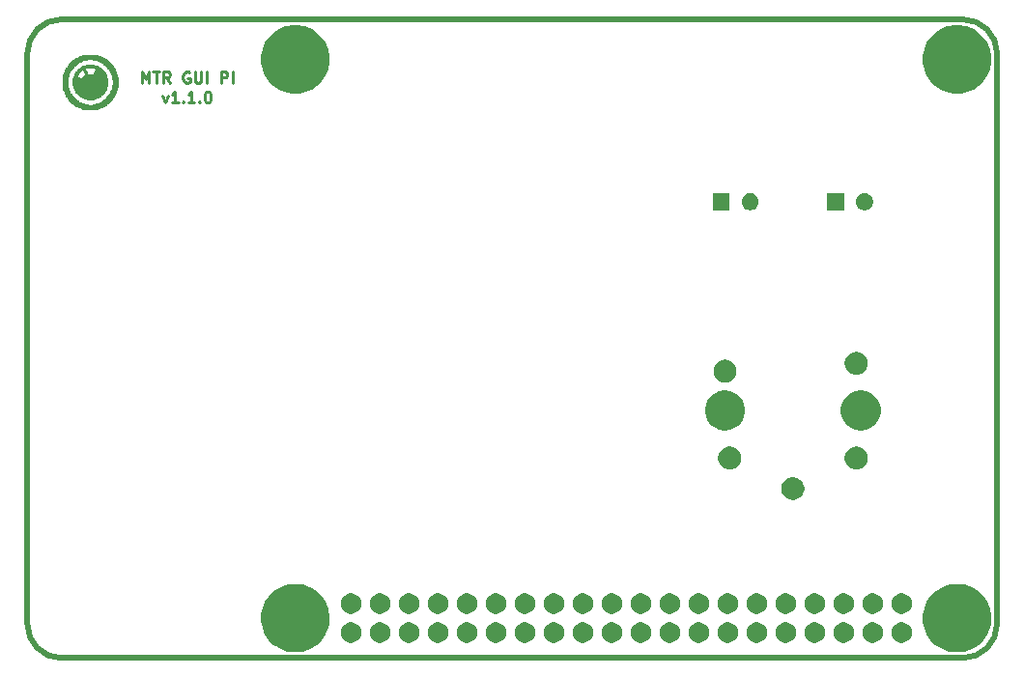
<source format=gts>
G04 #@! TF.GenerationSoftware,KiCad,Pcbnew,5.1.6-c6e7f7d~87~ubuntu18.04.1*
G04 #@! TF.CreationDate,2020-07-27T17:04:26+02:00*
G04 #@! TF.ProjectId,DG3-MTR_GUI-PI,4447332d-4d54-4525-9f47-55492d50492e,rev?*
G04 #@! TF.SameCoordinates,PX78a3ca0PY77afa60*
G04 #@! TF.FileFunction,Soldermask,Top*
G04 #@! TF.FilePolarity,Negative*
%FSLAX46Y46*%
G04 Gerber Fmt 4.6, Leading zero omitted, Abs format (unit mm)*
G04 Created by KiCad (PCBNEW 5.1.6-c6e7f7d~87~ubuntu18.04.1) date 2020-07-27 17:04:26*
%MOMM*%
%LPD*%
G01*
G04 APERTURE LIST*
%ADD10C,0.250000*%
G04 #@! TA.AperFunction,Profile*
%ADD11C,0.500000*%
G04 #@! TD*
%ADD12C,0.010000*%
%ADD13C,0.050000*%
G04 APERTURE END LIST*
D10*
X10023809Y50422620D02*
X10023809Y51422620D01*
X10357142Y50708334D01*
X10690476Y51422620D01*
X10690476Y50422620D01*
X11023809Y51422620D02*
X11595238Y51422620D01*
X11309523Y50422620D02*
X11309523Y51422620D01*
X12500000Y50422620D02*
X12166666Y50898810D01*
X11928571Y50422620D02*
X11928571Y51422620D01*
X12309523Y51422620D01*
X12404761Y51375000D01*
X12452380Y51327381D01*
X12500000Y51232143D01*
X12500000Y51089286D01*
X12452380Y50994048D01*
X12404761Y50946429D01*
X12309523Y50898810D01*
X11928571Y50898810D01*
X14214285Y51375000D02*
X14119047Y51422620D01*
X13976190Y51422620D01*
X13833333Y51375000D01*
X13738095Y51279762D01*
X13690476Y51184524D01*
X13642857Y50994048D01*
X13642857Y50851191D01*
X13690476Y50660715D01*
X13738095Y50565477D01*
X13833333Y50470239D01*
X13976190Y50422620D01*
X14071428Y50422620D01*
X14214285Y50470239D01*
X14261904Y50517858D01*
X14261904Y50851191D01*
X14071428Y50851191D01*
X14690476Y51422620D02*
X14690476Y50613096D01*
X14738095Y50517858D01*
X14785714Y50470239D01*
X14880952Y50422620D01*
X15071428Y50422620D01*
X15166666Y50470239D01*
X15214285Y50517858D01*
X15261904Y50613096D01*
X15261904Y51422620D01*
X15738095Y50422620D02*
X15738095Y51422620D01*
X16976190Y50422620D02*
X16976190Y51422620D01*
X17357142Y51422620D01*
X17452380Y51375000D01*
X17500000Y51327381D01*
X17547619Y51232143D01*
X17547619Y51089286D01*
X17500000Y50994048D01*
X17452380Y50946429D01*
X17357142Y50898810D01*
X16976190Y50898810D01*
X17976190Y50422620D02*
X17976190Y51422620D01*
X11857142Y49339286D02*
X12095238Y48672620D01*
X12333333Y49339286D01*
X13238095Y48672620D02*
X12666666Y48672620D01*
X12952380Y48672620D02*
X12952380Y49672620D01*
X12857142Y49529762D01*
X12761904Y49434524D01*
X12666666Y49386905D01*
X13666666Y48767858D02*
X13714285Y48720239D01*
X13666666Y48672620D01*
X13619047Y48720239D01*
X13666666Y48767858D01*
X13666666Y48672620D01*
X14666666Y48672620D02*
X14095238Y48672620D01*
X14380952Y48672620D02*
X14380952Y49672620D01*
X14285714Y49529762D01*
X14190476Y49434524D01*
X14095238Y49386905D01*
X15095238Y48767858D02*
X15142857Y48720239D01*
X15095238Y48672620D01*
X15047619Y48720239D01*
X15095238Y48767858D01*
X15095238Y48672620D01*
X15761904Y49672620D02*
X15857142Y49672620D01*
X15952380Y49625000D01*
X16000000Y49577381D01*
X16047619Y49482143D01*
X16095238Y49291667D01*
X16095238Y49053572D01*
X16047619Y48863096D01*
X16000000Y48767858D01*
X15952380Y48720239D01*
X15857142Y48672620D01*
X15761904Y48672620D01*
X15666666Y48720239D01*
X15619047Y48767858D01*
X15571428Y48863096D01*
X15523809Y49053572D01*
X15523809Y49291667D01*
X15571428Y49482143D01*
X15619047Y49577381D01*
X15666666Y49625000D01*
X15761904Y49672620D01*
D11*
X82000000Y0D02*
X3000000Y0D01*
X82000000Y56000000D02*
X3000000Y56000001D01*
X3000000Y0D02*
G75*
G02*
X0Y3000000I0J3000000D01*
G01*
X0Y3000000D02*
X0Y53000000D01*
X-1Y53000000D02*
G75*
G02*
X3000000Y56000001I3000001J0D01*
G01*
X82000000Y56000000D02*
G75*
G02*
X85000000Y53000000I0J-3000000D01*
G01*
X85000000Y3000000D02*
G75*
G02*
X82000000Y0I-3000000J0D01*
G01*
X85000000Y53000000D02*
X85000000Y3000000D01*
D12*
G36*
X5050000Y52900000D02*
G01*
X5100000Y52900000D01*
X5100000Y52850000D01*
X5050000Y52850000D01*
X5050000Y52900000D01*
G37*
X5050000Y52900000D02*
X5100000Y52900000D01*
X5100000Y52850000D01*
X5050000Y52850000D01*
X5050000Y52900000D01*
G36*
X5100000Y52900000D02*
G01*
X5150000Y52900000D01*
X5150000Y52850000D01*
X5100000Y52850000D01*
X5100000Y52900000D01*
G37*
X5100000Y52900000D02*
X5150000Y52900000D01*
X5150000Y52850000D01*
X5100000Y52850000D01*
X5100000Y52900000D01*
G36*
X5150000Y52900000D02*
G01*
X5200000Y52900000D01*
X5200000Y52850000D01*
X5150000Y52850000D01*
X5150000Y52900000D01*
G37*
X5150000Y52900000D02*
X5200000Y52900000D01*
X5200000Y52850000D01*
X5150000Y52850000D01*
X5150000Y52900000D01*
G36*
X5200000Y52900000D02*
G01*
X5250000Y52900000D01*
X5250000Y52850000D01*
X5200000Y52850000D01*
X5200000Y52900000D01*
G37*
X5200000Y52900000D02*
X5250000Y52900000D01*
X5250000Y52850000D01*
X5200000Y52850000D01*
X5200000Y52900000D01*
G36*
X5250000Y52900000D02*
G01*
X5300000Y52900000D01*
X5300000Y52850000D01*
X5250000Y52850000D01*
X5250000Y52900000D01*
G37*
X5250000Y52900000D02*
X5300000Y52900000D01*
X5300000Y52850000D01*
X5250000Y52850000D01*
X5250000Y52900000D01*
G36*
X5300000Y52900000D02*
G01*
X5350000Y52900000D01*
X5350000Y52850000D01*
X5300000Y52850000D01*
X5300000Y52900000D01*
G37*
X5300000Y52900000D02*
X5350000Y52900000D01*
X5350000Y52850000D01*
X5300000Y52850000D01*
X5300000Y52900000D01*
G36*
X5350000Y52900000D02*
G01*
X5400000Y52900000D01*
X5400000Y52850000D01*
X5350000Y52850000D01*
X5350000Y52900000D01*
G37*
X5350000Y52900000D02*
X5400000Y52900000D01*
X5400000Y52850000D01*
X5350000Y52850000D01*
X5350000Y52900000D01*
G36*
X5400000Y52900000D02*
G01*
X5450000Y52900000D01*
X5450000Y52850000D01*
X5400000Y52850000D01*
X5400000Y52900000D01*
G37*
X5400000Y52900000D02*
X5450000Y52900000D01*
X5450000Y52850000D01*
X5400000Y52850000D01*
X5400000Y52900000D01*
G36*
X5450000Y52900000D02*
G01*
X5500000Y52900000D01*
X5500000Y52850000D01*
X5450000Y52850000D01*
X5450000Y52900000D01*
G37*
X5450000Y52900000D02*
X5500000Y52900000D01*
X5500000Y52850000D01*
X5450000Y52850000D01*
X5450000Y52900000D01*
G36*
X5500000Y52900000D02*
G01*
X5550000Y52900000D01*
X5550000Y52850000D01*
X5500000Y52850000D01*
X5500000Y52900000D01*
G37*
X5500000Y52900000D02*
X5550000Y52900000D01*
X5550000Y52850000D01*
X5500000Y52850000D01*
X5500000Y52900000D01*
G36*
X5550000Y52900000D02*
G01*
X5600000Y52900000D01*
X5600000Y52850000D01*
X5550000Y52850000D01*
X5550000Y52900000D01*
G37*
X5550000Y52900000D02*
X5600000Y52900000D01*
X5600000Y52850000D01*
X5550000Y52850000D01*
X5550000Y52900000D01*
G36*
X5600000Y52900000D02*
G01*
X5650000Y52900000D01*
X5650000Y52850000D01*
X5600000Y52850000D01*
X5600000Y52900000D01*
G37*
X5600000Y52900000D02*
X5650000Y52900000D01*
X5650000Y52850000D01*
X5600000Y52850000D01*
X5600000Y52900000D01*
G36*
X5650000Y52900000D02*
G01*
X5700000Y52900000D01*
X5700000Y52850000D01*
X5650000Y52850000D01*
X5650000Y52900000D01*
G37*
X5650000Y52900000D02*
X5700000Y52900000D01*
X5700000Y52850000D01*
X5650000Y52850000D01*
X5650000Y52900000D01*
G36*
X5700000Y52900000D02*
G01*
X5750000Y52900000D01*
X5750000Y52850000D01*
X5700000Y52850000D01*
X5700000Y52900000D01*
G37*
X5700000Y52900000D02*
X5750000Y52900000D01*
X5750000Y52850000D01*
X5700000Y52850000D01*
X5700000Y52900000D01*
G36*
X5750000Y52900000D02*
G01*
X5800000Y52900000D01*
X5800000Y52850000D01*
X5750000Y52850000D01*
X5750000Y52900000D01*
G37*
X5750000Y52900000D02*
X5800000Y52900000D01*
X5800000Y52850000D01*
X5750000Y52850000D01*
X5750000Y52900000D01*
G36*
X5800000Y52900000D02*
G01*
X5850000Y52900000D01*
X5850000Y52850000D01*
X5800000Y52850000D01*
X5800000Y52900000D01*
G37*
X5800000Y52900000D02*
X5850000Y52900000D01*
X5850000Y52850000D01*
X5800000Y52850000D01*
X5800000Y52900000D01*
G36*
X5850000Y52900000D02*
G01*
X5900000Y52900000D01*
X5900000Y52850000D01*
X5850000Y52850000D01*
X5850000Y52900000D01*
G37*
X5850000Y52900000D02*
X5900000Y52900000D01*
X5900000Y52850000D01*
X5850000Y52850000D01*
X5850000Y52900000D01*
G36*
X5900000Y52900000D02*
G01*
X5950000Y52900000D01*
X5950000Y52850000D01*
X5900000Y52850000D01*
X5900000Y52900000D01*
G37*
X5900000Y52900000D02*
X5950000Y52900000D01*
X5950000Y52850000D01*
X5900000Y52850000D01*
X5900000Y52900000D01*
G36*
X4800000Y52850000D02*
G01*
X4850000Y52850000D01*
X4850000Y52800000D01*
X4800000Y52800000D01*
X4800000Y52850000D01*
G37*
X4800000Y52850000D02*
X4850000Y52850000D01*
X4850000Y52800000D01*
X4800000Y52800000D01*
X4800000Y52850000D01*
G36*
X4850000Y52850000D02*
G01*
X4900000Y52850000D01*
X4900000Y52800000D01*
X4850000Y52800000D01*
X4850000Y52850000D01*
G37*
X4850000Y52850000D02*
X4900000Y52850000D01*
X4900000Y52800000D01*
X4850000Y52800000D01*
X4850000Y52850000D01*
G36*
X4900000Y52850000D02*
G01*
X4950000Y52850000D01*
X4950000Y52800000D01*
X4900000Y52800000D01*
X4900000Y52850000D01*
G37*
X4900000Y52850000D02*
X4950000Y52850000D01*
X4950000Y52800000D01*
X4900000Y52800000D01*
X4900000Y52850000D01*
G36*
X4950000Y52850000D02*
G01*
X5000000Y52850000D01*
X5000000Y52800000D01*
X4950000Y52800000D01*
X4950000Y52850000D01*
G37*
X4950000Y52850000D02*
X5000000Y52850000D01*
X5000000Y52800000D01*
X4950000Y52800000D01*
X4950000Y52850000D01*
G36*
X5000000Y52850000D02*
G01*
X5050000Y52850000D01*
X5050000Y52800000D01*
X5000000Y52800000D01*
X5000000Y52850000D01*
G37*
X5000000Y52850000D02*
X5050000Y52850000D01*
X5050000Y52800000D01*
X5000000Y52800000D01*
X5000000Y52850000D01*
G36*
X5050000Y52850000D02*
G01*
X5100000Y52850000D01*
X5100000Y52800000D01*
X5050000Y52800000D01*
X5050000Y52850000D01*
G37*
X5050000Y52850000D02*
X5100000Y52850000D01*
X5100000Y52800000D01*
X5050000Y52800000D01*
X5050000Y52850000D01*
G36*
X5100000Y52850000D02*
G01*
X5150000Y52850000D01*
X5150000Y52800000D01*
X5100000Y52800000D01*
X5100000Y52850000D01*
G37*
X5100000Y52850000D02*
X5150000Y52850000D01*
X5150000Y52800000D01*
X5100000Y52800000D01*
X5100000Y52850000D01*
G36*
X5150000Y52850000D02*
G01*
X5200000Y52850000D01*
X5200000Y52800000D01*
X5150000Y52800000D01*
X5150000Y52850000D01*
G37*
X5150000Y52850000D02*
X5200000Y52850000D01*
X5200000Y52800000D01*
X5150000Y52800000D01*
X5150000Y52850000D01*
G36*
X5200000Y52850000D02*
G01*
X5250000Y52850000D01*
X5250000Y52800000D01*
X5200000Y52800000D01*
X5200000Y52850000D01*
G37*
X5200000Y52850000D02*
X5250000Y52850000D01*
X5250000Y52800000D01*
X5200000Y52800000D01*
X5200000Y52850000D01*
G36*
X5250000Y52850000D02*
G01*
X5300000Y52850000D01*
X5300000Y52800000D01*
X5250000Y52800000D01*
X5250000Y52850000D01*
G37*
X5250000Y52850000D02*
X5300000Y52850000D01*
X5300000Y52800000D01*
X5250000Y52800000D01*
X5250000Y52850000D01*
G36*
X5300000Y52850000D02*
G01*
X5350000Y52850000D01*
X5350000Y52800000D01*
X5300000Y52800000D01*
X5300000Y52850000D01*
G37*
X5300000Y52850000D02*
X5350000Y52850000D01*
X5350000Y52800000D01*
X5300000Y52800000D01*
X5300000Y52850000D01*
G36*
X5350000Y52850000D02*
G01*
X5400000Y52850000D01*
X5400000Y52800000D01*
X5350000Y52800000D01*
X5350000Y52850000D01*
G37*
X5350000Y52850000D02*
X5400000Y52850000D01*
X5400000Y52800000D01*
X5350000Y52800000D01*
X5350000Y52850000D01*
G36*
X5400000Y52850000D02*
G01*
X5450000Y52850000D01*
X5450000Y52800000D01*
X5400000Y52800000D01*
X5400000Y52850000D01*
G37*
X5400000Y52850000D02*
X5450000Y52850000D01*
X5450000Y52800000D01*
X5400000Y52800000D01*
X5400000Y52850000D01*
G36*
X5450000Y52850000D02*
G01*
X5500000Y52850000D01*
X5500000Y52800000D01*
X5450000Y52800000D01*
X5450000Y52850000D01*
G37*
X5450000Y52850000D02*
X5500000Y52850000D01*
X5500000Y52800000D01*
X5450000Y52800000D01*
X5450000Y52850000D01*
G36*
X5500000Y52850000D02*
G01*
X5550000Y52850000D01*
X5550000Y52800000D01*
X5500000Y52800000D01*
X5500000Y52850000D01*
G37*
X5500000Y52850000D02*
X5550000Y52850000D01*
X5550000Y52800000D01*
X5500000Y52800000D01*
X5500000Y52850000D01*
G36*
X5550000Y52850000D02*
G01*
X5600000Y52850000D01*
X5600000Y52800000D01*
X5550000Y52800000D01*
X5550000Y52850000D01*
G37*
X5550000Y52850000D02*
X5600000Y52850000D01*
X5600000Y52800000D01*
X5550000Y52800000D01*
X5550000Y52850000D01*
G36*
X5600000Y52850000D02*
G01*
X5650000Y52850000D01*
X5650000Y52800000D01*
X5600000Y52800000D01*
X5600000Y52850000D01*
G37*
X5600000Y52850000D02*
X5650000Y52850000D01*
X5650000Y52800000D01*
X5600000Y52800000D01*
X5600000Y52850000D01*
G36*
X5650000Y52850000D02*
G01*
X5700000Y52850000D01*
X5700000Y52800000D01*
X5650000Y52800000D01*
X5650000Y52850000D01*
G37*
X5650000Y52850000D02*
X5700000Y52850000D01*
X5700000Y52800000D01*
X5650000Y52800000D01*
X5650000Y52850000D01*
G36*
X5700000Y52850000D02*
G01*
X5750000Y52850000D01*
X5750000Y52800000D01*
X5700000Y52800000D01*
X5700000Y52850000D01*
G37*
X5700000Y52850000D02*
X5750000Y52850000D01*
X5750000Y52800000D01*
X5700000Y52800000D01*
X5700000Y52850000D01*
G36*
X5750000Y52850000D02*
G01*
X5800000Y52850000D01*
X5800000Y52800000D01*
X5750000Y52800000D01*
X5750000Y52850000D01*
G37*
X5750000Y52850000D02*
X5800000Y52850000D01*
X5800000Y52800000D01*
X5750000Y52800000D01*
X5750000Y52850000D01*
G36*
X5800000Y52850000D02*
G01*
X5850000Y52850000D01*
X5850000Y52800000D01*
X5800000Y52800000D01*
X5800000Y52850000D01*
G37*
X5800000Y52850000D02*
X5850000Y52850000D01*
X5850000Y52800000D01*
X5800000Y52800000D01*
X5800000Y52850000D01*
G36*
X5850000Y52850000D02*
G01*
X5900000Y52850000D01*
X5900000Y52800000D01*
X5850000Y52800000D01*
X5850000Y52850000D01*
G37*
X5850000Y52850000D02*
X5900000Y52850000D01*
X5900000Y52800000D01*
X5850000Y52800000D01*
X5850000Y52850000D01*
G36*
X5900000Y52850000D02*
G01*
X5950000Y52850000D01*
X5950000Y52800000D01*
X5900000Y52800000D01*
X5900000Y52850000D01*
G37*
X5900000Y52850000D02*
X5950000Y52850000D01*
X5950000Y52800000D01*
X5900000Y52800000D01*
X5900000Y52850000D01*
G36*
X5950000Y52850000D02*
G01*
X6000000Y52850000D01*
X6000000Y52800000D01*
X5950000Y52800000D01*
X5950000Y52850000D01*
G37*
X5950000Y52850000D02*
X6000000Y52850000D01*
X6000000Y52800000D01*
X5950000Y52800000D01*
X5950000Y52850000D01*
G36*
X6000000Y52850000D02*
G01*
X6050000Y52850000D01*
X6050000Y52800000D01*
X6000000Y52800000D01*
X6000000Y52850000D01*
G37*
X6000000Y52850000D02*
X6050000Y52850000D01*
X6050000Y52800000D01*
X6000000Y52800000D01*
X6000000Y52850000D01*
G36*
X6050000Y52850000D02*
G01*
X6100000Y52850000D01*
X6100000Y52800000D01*
X6050000Y52800000D01*
X6050000Y52850000D01*
G37*
X6050000Y52850000D02*
X6100000Y52850000D01*
X6100000Y52800000D01*
X6050000Y52800000D01*
X6050000Y52850000D01*
G36*
X6100000Y52850000D02*
G01*
X6150000Y52850000D01*
X6150000Y52800000D01*
X6100000Y52800000D01*
X6100000Y52850000D01*
G37*
X6100000Y52850000D02*
X6150000Y52850000D01*
X6150000Y52800000D01*
X6100000Y52800000D01*
X6100000Y52850000D01*
G36*
X6150000Y52850000D02*
G01*
X6200000Y52850000D01*
X6200000Y52800000D01*
X6150000Y52800000D01*
X6150000Y52850000D01*
G37*
X6150000Y52850000D02*
X6200000Y52850000D01*
X6200000Y52800000D01*
X6150000Y52800000D01*
X6150000Y52850000D01*
G36*
X4650000Y52800000D02*
G01*
X4700000Y52800000D01*
X4700000Y52750000D01*
X4650000Y52750000D01*
X4650000Y52800000D01*
G37*
X4650000Y52800000D02*
X4700000Y52800000D01*
X4700000Y52750000D01*
X4650000Y52750000D01*
X4650000Y52800000D01*
G36*
X4700000Y52800000D02*
G01*
X4750000Y52800000D01*
X4750000Y52750000D01*
X4700000Y52750000D01*
X4700000Y52800000D01*
G37*
X4700000Y52800000D02*
X4750000Y52800000D01*
X4750000Y52750000D01*
X4700000Y52750000D01*
X4700000Y52800000D01*
G36*
X4750000Y52800000D02*
G01*
X4800000Y52800000D01*
X4800000Y52750000D01*
X4750000Y52750000D01*
X4750000Y52800000D01*
G37*
X4750000Y52800000D02*
X4800000Y52800000D01*
X4800000Y52750000D01*
X4750000Y52750000D01*
X4750000Y52800000D01*
G36*
X4800000Y52800000D02*
G01*
X4850000Y52800000D01*
X4850000Y52750000D01*
X4800000Y52750000D01*
X4800000Y52800000D01*
G37*
X4800000Y52800000D02*
X4850000Y52800000D01*
X4850000Y52750000D01*
X4800000Y52750000D01*
X4800000Y52800000D01*
G36*
X4850000Y52800000D02*
G01*
X4900000Y52800000D01*
X4900000Y52750000D01*
X4850000Y52750000D01*
X4850000Y52800000D01*
G37*
X4850000Y52800000D02*
X4900000Y52800000D01*
X4900000Y52750000D01*
X4850000Y52750000D01*
X4850000Y52800000D01*
G36*
X4900000Y52800000D02*
G01*
X4950000Y52800000D01*
X4950000Y52750000D01*
X4900000Y52750000D01*
X4900000Y52800000D01*
G37*
X4900000Y52800000D02*
X4950000Y52800000D01*
X4950000Y52750000D01*
X4900000Y52750000D01*
X4900000Y52800000D01*
G36*
X4950000Y52800000D02*
G01*
X5000000Y52800000D01*
X5000000Y52750000D01*
X4950000Y52750000D01*
X4950000Y52800000D01*
G37*
X4950000Y52800000D02*
X5000000Y52800000D01*
X5000000Y52750000D01*
X4950000Y52750000D01*
X4950000Y52800000D01*
G36*
X5000000Y52800000D02*
G01*
X5050000Y52800000D01*
X5050000Y52750000D01*
X5000000Y52750000D01*
X5000000Y52800000D01*
G37*
X5000000Y52800000D02*
X5050000Y52800000D01*
X5050000Y52750000D01*
X5000000Y52750000D01*
X5000000Y52800000D01*
G36*
X5050000Y52800000D02*
G01*
X5100000Y52800000D01*
X5100000Y52750000D01*
X5050000Y52750000D01*
X5050000Y52800000D01*
G37*
X5050000Y52800000D02*
X5100000Y52800000D01*
X5100000Y52750000D01*
X5050000Y52750000D01*
X5050000Y52800000D01*
G36*
X5100000Y52800000D02*
G01*
X5150000Y52800000D01*
X5150000Y52750000D01*
X5100000Y52750000D01*
X5100000Y52800000D01*
G37*
X5100000Y52800000D02*
X5150000Y52800000D01*
X5150000Y52750000D01*
X5100000Y52750000D01*
X5100000Y52800000D01*
G36*
X5150000Y52800000D02*
G01*
X5200000Y52800000D01*
X5200000Y52750000D01*
X5150000Y52750000D01*
X5150000Y52800000D01*
G37*
X5150000Y52800000D02*
X5200000Y52800000D01*
X5200000Y52750000D01*
X5150000Y52750000D01*
X5150000Y52800000D01*
G36*
X5200000Y52800000D02*
G01*
X5250000Y52800000D01*
X5250000Y52750000D01*
X5200000Y52750000D01*
X5200000Y52800000D01*
G37*
X5200000Y52800000D02*
X5250000Y52800000D01*
X5250000Y52750000D01*
X5200000Y52750000D01*
X5200000Y52800000D01*
G36*
X5250000Y52800000D02*
G01*
X5300000Y52800000D01*
X5300000Y52750000D01*
X5250000Y52750000D01*
X5250000Y52800000D01*
G37*
X5250000Y52800000D02*
X5300000Y52800000D01*
X5300000Y52750000D01*
X5250000Y52750000D01*
X5250000Y52800000D01*
G36*
X5300000Y52800000D02*
G01*
X5350000Y52800000D01*
X5350000Y52750000D01*
X5300000Y52750000D01*
X5300000Y52800000D01*
G37*
X5300000Y52800000D02*
X5350000Y52800000D01*
X5350000Y52750000D01*
X5300000Y52750000D01*
X5300000Y52800000D01*
G36*
X5350000Y52800000D02*
G01*
X5400000Y52800000D01*
X5400000Y52750000D01*
X5350000Y52750000D01*
X5350000Y52800000D01*
G37*
X5350000Y52800000D02*
X5400000Y52800000D01*
X5400000Y52750000D01*
X5350000Y52750000D01*
X5350000Y52800000D01*
G36*
X5400000Y52800000D02*
G01*
X5450000Y52800000D01*
X5450000Y52750000D01*
X5400000Y52750000D01*
X5400000Y52800000D01*
G37*
X5400000Y52800000D02*
X5450000Y52800000D01*
X5450000Y52750000D01*
X5400000Y52750000D01*
X5400000Y52800000D01*
G36*
X5450000Y52800000D02*
G01*
X5500000Y52800000D01*
X5500000Y52750000D01*
X5450000Y52750000D01*
X5450000Y52800000D01*
G37*
X5450000Y52800000D02*
X5500000Y52800000D01*
X5500000Y52750000D01*
X5450000Y52750000D01*
X5450000Y52800000D01*
G36*
X5500000Y52800000D02*
G01*
X5550000Y52800000D01*
X5550000Y52750000D01*
X5500000Y52750000D01*
X5500000Y52800000D01*
G37*
X5500000Y52800000D02*
X5550000Y52800000D01*
X5550000Y52750000D01*
X5500000Y52750000D01*
X5500000Y52800000D01*
G36*
X5550000Y52800000D02*
G01*
X5600000Y52800000D01*
X5600000Y52750000D01*
X5550000Y52750000D01*
X5550000Y52800000D01*
G37*
X5550000Y52800000D02*
X5600000Y52800000D01*
X5600000Y52750000D01*
X5550000Y52750000D01*
X5550000Y52800000D01*
G36*
X5600000Y52800000D02*
G01*
X5650000Y52800000D01*
X5650000Y52750000D01*
X5600000Y52750000D01*
X5600000Y52800000D01*
G37*
X5600000Y52800000D02*
X5650000Y52800000D01*
X5650000Y52750000D01*
X5600000Y52750000D01*
X5600000Y52800000D01*
G36*
X5650000Y52800000D02*
G01*
X5700000Y52800000D01*
X5700000Y52750000D01*
X5650000Y52750000D01*
X5650000Y52800000D01*
G37*
X5650000Y52800000D02*
X5700000Y52800000D01*
X5700000Y52750000D01*
X5650000Y52750000D01*
X5650000Y52800000D01*
G36*
X5700000Y52800000D02*
G01*
X5750000Y52800000D01*
X5750000Y52750000D01*
X5700000Y52750000D01*
X5700000Y52800000D01*
G37*
X5700000Y52800000D02*
X5750000Y52800000D01*
X5750000Y52750000D01*
X5700000Y52750000D01*
X5700000Y52800000D01*
G36*
X5750000Y52800000D02*
G01*
X5800000Y52800000D01*
X5800000Y52750000D01*
X5750000Y52750000D01*
X5750000Y52800000D01*
G37*
X5750000Y52800000D02*
X5800000Y52800000D01*
X5800000Y52750000D01*
X5750000Y52750000D01*
X5750000Y52800000D01*
G36*
X5800000Y52800000D02*
G01*
X5850000Y52800000D01*
X5850000Y52750000D01*
X5800000Y52750000D01*
X5800000Y52800000D01*
G37*
X5800000Y52800000D02*
X5850000Y52800000D01*
X5850000Y52750000D01*
X5800000Y52750000D01*
X5800000Y52800000D01*
G36*
X5850000Y52800000D02*
G01*
X5900000Y52800000D01*
X5900000Y52750000D01*
X5850000Y52750000D01*
X5850000Y52800000D01*
G37*
X5850000Y52800000D02*
X5900000Y52800000D01*
X5900000Y52750000D01*
X5850000Y52750000D01*
X5850000Y52800000D01*
G36*
X5900000Y52800000D02*
G01*
X5950000Y52800000D01*
X5950000Y52750000D01*
X5900000Y52750000D01*
X5900000Y52800000D01*
G37*
X5900000Y52800000D02*
X5950000Y52800000D01*
X5950000Y52750000D01*
X5900000Y52750000D01*
X5900000Y52800000D01*
G36*
X5950000Y52800000D02*
G01*
X6000000Y52800000D01*
X6000000Y52750000D01*
X5950000Y52750000D01*
X5950000Y52800000D01*
G37*
X5950000Y52800000D02*
X6000000Y52800000D01*
X6000000Y52750000D01*
X5950000Y52750000D01*
X5950000Y52800000D01*
G36*
X6000000Y52800000D02*
G01*
X6050000Y52800000D01*
X6050000Y52750000D01*
X6000000Y52750000D01*
X6000000Y52800000D01*
G37*
X6000000Y52800000D02*
X6050000Y52800000D01*
X6050000Y52750000D01*
X6000000Y52750000D01*
X6000000Y52800000D01*
G36*
X6050000Y52800000D02*
G01*
X6100000Y52800000D01*
X6100000Y52750000D01*
X6050000Y52750000D01*
X6050000Y52800000D01*
G37*
X6050000Y52800000D02*
X6100000Y52800000D01*
X6100000Y52750000D01*
X6050000Y52750000D01*
X6050000Y52800000D01*
G36*
X6100000Y52800000D02*
G01*
X6150000Y52800000D01*
X6150000Y52750000D01*
X6100000Y52750000D01*
X6100000Y52800000D01*
G37*
X6100000Y52800000D02*
X6150000Y52800000D01*
X6150000Y52750000D01*
X6100000Y52750000D01*
X6100000Y52800000D01*
G36*
X6150000Y52800000D02*
G01*
X6200000Y52800000D01*
X6200000Y52750000D01*
X6150000Y52750000D01*
X6150000Y52800000D01*
G37*
X6150000Y52800000D02*
X6200000Y52800000D01*
X6200000Y52750000D01*
X6150000Y52750000D01*
X6150000Y52800000D01*
G36*
X6200000Y52800000D02*
G01*
X6250000Y52800000D01*
X6250000Y52750000D01*
X6200000Y52750000D01*
X6200000Y52800000D01*
G37*
X6200000Y52800000D02*
X6250000Y52800000D01*
X6250000Y52750000D01*
X6200000Y52750000D01*
X6200000Y52800000D01*
G36*
X6250000Y52800000D02*
G01*
X6300000Y52800000D01*
X6300000Y52750000D01*
X6250000Y52750000D01*
X6250000Y52800000D01*
G37*
X6250000Y52800000D02*
X6300000Y52800000D01*
X6300000Y52750000D01*
X6250000Y52750000D01*
X6250000Y52800000D01*
G36*
X6300000Y52800000D02*
G01*
X6350000Y52800000D01*
X6350000Y52750000D01*
X6300000Y52750000D01*
X6300000Y52800000D01*
G37*
X6300000Y52800000D02*
X6350000Y52800000D01*
X6350000Y52750000D01*
X6300000Y52750000D01*
X6300000Y52800000D01*
G36*
X4550000Y52750000D02*
G01*
X4600000Y52750000D01*
X4600000Y52700000D01*
X4550000Y52700000D01*
X4550000Y52750000D01*
G37*
X4550000Y52750000D02*
X4600000Y52750000D01*
X4600000Y52700000D01*
X4550000Y52700000D01*
X4550000Y52750000D01*
G36*
X4600000Y52750000D02*
G01*
X4650000Y52750000D01*
X4650000Y52700000D01*
X4600000Y52700000D01*
X4600000Y52750000D01*
G37*
X4600000Y52750000D02*
X4650000Y52750000D01*
X4650000Y52700000D01*
X4600000Y52700000D01*
X4600000Y52750000D01*
G36*
X4650000Y52750000D02*
G01*
X4700000Y52750000D01*
X4700000Y52700000D01*
X4650000Y52700000D01*
X4650000Y52750000D01*
G37*
X4650000Y52750000D02*
X4700000Y52750000D01*
X4700000Y52700000D01*
X4650000Y52700000D01*
X4650000Y52750000D01*
G36*
X4700000Y52750000D02*
G01*
X4750000Y52750000D01*
X4750000Y52700000D01*
X4700000Y52700000D01*
X4700000Y52750000D01*
G37*
X4700000Y52750000D02*
X4750000Y52750000D01*
X4750000Y52700000D01*
X4700000Y52700000D01*
X4700000Y52750000D01*
G36*
X4750000Y52750000D02*
G01*
X4800000Y52750000D01*
X4800000Y52700000D01*
X4750000Y52700000D01*
X4750000Y52750000D01*
G37*
X4750000Y52750000D02*
X4800000Y52750000D01*
X4800000Y52700000D01*
X4750000Y52700000D01*
X4750000Y52750000D01*
G36*
X4800000Y52750000D02*
G01*
X4850000Y52750000D01*
X4850000Y52700000D01*
X4800000Y52700000D01*
X4800000Y52750000D01*
G37*
X4800000Y52750000D02*
X4850000Y52750000D01*
X4850000Y52700000D01*
X4800000Y52700000D01*
X4800000Y52750000D01*
G36*
X4850000Y52750000D02*
G01*
X4900000Y52750000D01*
X4900000Y52700000D01*
X4850000Y52700000D01*
X4850000Y52750000D01*
G37*
X4850000Y52750000D02*
X4900000Y52750000D01*
X4900000Y52700000D01*
X4850000Y52700000D01*
X4850000Y52750000D01*
G36*
X4900000Y52750000D02*
G01*
X4950000Y52750000D01*
X4950000Y52700000D01*
X4900000Y52700000D01*
X4900000Y52750000D01*
G37*
X4900000Y52750000D02*
X4950000Y52750000D01*
X4950000Y52700000D01*
X4900000Y52700000D01*
X4900000Y52750000D01*
G36*
X4950000Y52750000D02*
G01*
X5000000Y52750000D01*
X5000000Y52700000D01*
X4950000Y52700000D01*
X4950000Y52750000D01*
G37*
X4950000Y52750000D02*
X5000000Y52750000D01*
X5000000Y52700000D01*
X4950000Y52700000D01*
X4950000Y52750000D01*
G36*
X5000000Y52750000D02*
G01*
X5050000Y52750000D01*
X5050000Y52700000D01*
X5000000Y52700000D01*
X5000000Y52750000D01*
G37*
X5000000Y52750000D02*
X5050000Y52750000D01*
X5050000Y52700000D01*
X5000000Y52700000D01*
X5000000Y52750000D01*
G36*
X5050000Y52750000D02*
G01*
X5100000Y52750000D01*
X5100000Y52700000D01*
X5050000Y52700000D01*
X5050000Y52750000D01*
G37*
X5050000Y52750000D02*
X5100000Y52750000D01*
X5100000Y52700000D01*
X5050000Y52700000D01*
X5050000Y52750000D01*
G36*
X5100000Y52750000D02*
G01*
X5150000Y52750000D01*
X5150000Y52700000D01*
X5100000Y52700000D01*
X5100000Y52750000D01*
G37*
X5100000Y52750000D02*
X5150000Y52750000D01*
X5150000Y52700000D01*
X5100000Y52700000D01*
X5100000Y52750000D01*
G36*
X5150000Y52750000D02*
G01*
X5200000Y52750000D01*
X5200000Y52700000D01*
X5150000Y52700000D01*
X5150000Y52750000D01*
G37*
X5150000Y52750000D02*
X5200000Y52750000D01*
X5200000Y52700000D01*
X5150000Y52700000D01*
X5150000Y52750000D01*
G36*
X5200000Y52750000D02*
G01*
X5250000Y52750000D01*
X5250000Y52700000D01*
X5200000Y52700000D01*
X5200000Y52750000D01*
G37*
X5200000Y52750000D02*
X5250000Y52750000D01*
X5250000Y52700000D01*
X5200000Y52700000D01*
X5200000Y52750000D01*
G36*
X5250000Y52750000D02*
G01*
X5300000Y52750000D01*
X5300000Y52700000D01*
X5250000Y52700000D01*
X5250000Y52750000D01*
G37*
X5250000Y52750000D02*
X5300000Y52750000D01*
X5300000Y52700000D01*
X5250000Y52700000D01*
X5250000Y52750000D01*
G36*
X5300000Y52750000D02*
G01*
X5350000Y52750000D01*
X5350000Y52700000D01*
X5300000Y52700000D01*
X5300000Y52750000D01*
G37*
X5300000Y52750000D02*
X5350000Y52750000D01*
X5350000Y52700000D01*
X5300000Y52700000D01*
X5300000Y52750000D01*
G36*
X5350000Y52750000D02*
G01*
X5400000Y52750000D01*
X5400000Y52700000D01*
X5350000Y52700000D01*
X5350000Y52750000D01*
G37*
X5350000Y52750000D02*
X5400000Y52750000D01*
X5400000Y52700000D01*
X5350000Y52700000D01*
X5350000Y52750000D01*
G36*
X5400000Y52750000D02*
G01*
X5450000Y52750000D01*
X5450000Y52700000D01*
X5400000Y52700000D01*
X5400000Y52750000D01*
G37*
X5400000Y52750000D02*
X5450000Y52750000D01*
X5450000Y52700000D01*
X5400000Y52700000D01*
X5400000Y52750000D01*
G36*
X5450000Y52750000D02*
G01*
X5500000Y52750000D01*
X5500000Y52700000D01*
X5450000Y52700000D01*
X5450000Y52750000D01*
G37*
X5450000Y52750000D02*
X5500000Y52750000D01*
X5500000Y52700000D01*
X5450000Y52700000D01*
X5450000Y52750000D01*
G36*
X5500000Y52750000D02*
G01*
X5550000Y52750000D01*
X5550000Y52700000D01*
X5500000Y52700000D01*
X5500000Y52750000D01*
G37*
X5500000Y52750000D02*
X5550000Y52750000D01*
X5550000Y52700000D01*
X5500000Y52700000D01*
X5500000Y52750000D01*
G36*
X5550000Y52750000D02*
G01*
X5600000Y52750000D01*
X5600000Y52700000D01*
X5550000Y52700000D01*
X5550000Y52750000D01*
G37*
X5550000Y52750000D02*
X5600000Y52750000D01*
X5600000Y52700000D01*
X5550000Y52700000D01*
X5550000Y52750000D01*
G36*
X5600000Y52750000D02*
G01*
X5650000Y52750000D01*
X5650000Y52700000D01*
X5600000Y52700000D01*
X5600000Y52750000D01*
G37*
X5600000Y52750000D02*
X5650000Y52750000D01*
X5650000Y52700000D01*
X5600000Y52700000D01*
X5600000Y52750000D01*
G36*
X5650000Y52750000D02*
G01*
X5700000Y52750000D01*
X5700000Y52700000D01*
X5650000Y52700000D01*
X5650000Y52750000D01*
G37*
X5650000Y52750000D02*
X5700000Y52750000D01*
X5700000Y52700000D01*
X5650000Y52700000D01*
X5650000Y52750000D01*
G36*
X5700000Y52750000D02*
G01*
X5750000Y52750000D01*
X5750000Y52700000D01*
X5700000Y52700000D01*
X5700000Y52750000D01*
G37*
X5700000Y52750000D02*
X5750000Y52750000D01*
X5750000Y52700000D01*
X5700000Y52700000D01*
X5700000Y52750000D01*
G36*
X5750000Y52750000D02*
G01*
X5800000Y52750000D01*
X5800000Y52700000D01*
X5750000Y52700000D01*
X5750000Y52750000D01*
G37*
X5750000Y52750000D02*
X5800000Y52750000D01*
X5800000Y52700000D01*
X5750000Y52700000D01*
X5750000Y52750000D01*
G36*
X5800000Y52750000D02*
G01*
X5850000Y52750000D01*
X5850000Y52700000D01*
X5800000Y52700000D01*
X5800000Y52750000D01*
G37*
X5800000Y52750000D02*
X5850000Y52750000D01*
X5850000Y52700000D01*
X5800000Y52700000D01*
X5800000Y52750000D01*
G36*
X5850000Y52750000D02*
G01*
X5900000Y52750000D01*
X5900000Y52700000D01*
X5850000Y52700000D01*
X5850000Y52750000D01*
G37*
X5850000Y52750000D02*
X5900000Y52750000D01*
X5900000Y52700000D01*
X5850000Y52700000D01*
X5850000Y52750000D01*
G36*
X5900000Y52750000D02*
G01*
X5950000Y52750000D01*
X5950000Y52700000D01*
X5900000Y52700000D01*
X5900000Y52750000D01*
G37*
X5900000Y52750000D02*
X5950000Y52750000D01*
X5950000Y52700000D01*
X5900000Y52700000D01*
X5900000Y52750000D01*
G36*
X5950000Y52750000D02*
G01*
X6000000Y52750000D01*
X6000000Y52700000D01*
X5950000Y52700000D01*
X5950000Y52750000D01*
G37*
X5950000Y52750000D02*
X6000000Y52750000D01*
X6000000Y52700000D01*
X5950000Y52700000D01*
X5950000Y52750000D01*
G36*
X6000000Y52750000D02*
G01*
X6050000Y52750000D01*
X6050000Y52700000D01*
X6000000Y52700000D01*
X6000000Y52750000D01*
G37*
X6000000Y52750000D02*
X6050000Y52750000D01*
X6050000Y52700000D01*
X6000000Y52700000D01*
X6000000Y52750000D01*
G36*
X6050000Y52750000D02*
G01*
X6100000Y52750000D01*
X6100000Y52700000D01*
X6050000Y52700000D01*
X6050000Y52750000D01*
G37*
X6050000Y52750000D02*
X6100000Y52750000D01*
X6100000Y52700000D01*
X6050000Y52700000D01*
X6050000Y52750000D01*
G36*
X6100000Y52750000D02*
G01*
X6150000Y52750000D01*
X6150000Y52700000D01*
X6100000Y52700000D01*
X6100000Y52750000D01*
G37*
X6100000Y52750000D02*
X6150000Y52750000D01*
X6150000Y52700000D01*
X6100000Y52700000D01*
X6100000Y52750000D01*
G36*
X6150000Y52750000D02*
G01*
X6200000Y52750000D01*
X6200000Y52700000D01*
X6150000Y52700000D01*
X6150000Y52750000D01*
G37*
X6150000Y52750000D02*
X6200000Y52750000D01*
X6200000Y52700000D01*
X6150000Y52700000D01*
X6150000Y52750000D01*
G36*
X6200000Y52750000D02*
G01*
X6250000Y52750000D01*
X6250000Y52700000D01*
X6200000Y52700000D01*
X6200000Y52750000D01*
G37*
X6200000Y52750000D02*
X6250000Y52750000D01*
X6250000Y52700000D01*
X6200000Y52700000D01*
X6200000Y52750000D01*
G36*
X6250000Y52750000D02*
G01*
X6300000Y52750000D01*
X6300000Y52700000D01*
X6250000Y52700000D01*
X6250000Y52750000D01*
G37*
X6250000Y52750000D02*
X6300000Y52750000D01*
X6300000Y52700000D01*
X6250000Y52700000D01*
X6250000Y52750000D01*
G36*
X6300000Y52750000D02*
G01*
X6350000Y52750000D01*
X6350000Y52700000D01*
X6300000Y52700000D01*
X6300000Y52750000D01*
G37*
X6300000Y52750000D02*
X6350000Y52750000D01*
X6350000Y52700000D01*
X6300000Y52700000D01*
X6300000Y52750000D01*
G36*
X6350000Y52750000D02*
G01*
X6400000Y52750000D01*
X6400000Y52700000D01*
X6350000Y52700000D01*
X6350000Y52750000D01*
G37*
X6350000Y52750000D02*
X6400000Y52750000D01*
X6400000Y52700000D01*
X6350000Y52700000D01*
X6350000Y52750000D01*
G36*
X6400000Y52750000D02*
G01*
X6450000Y52750000D01*
X6450000Y52700000D01*
X6400000Y52700000D01*
X6400000Y52750000D01*
G37*
X6400000Y52750000D02*
X6450000Y52750000D01*
X6450000Y52700000D01*
X6400000Y52700000D01*
X6400000Y52750000D01*
G36*
X4450000Y52700000D02*
G01*
X4500000Y52700000D01*
X4500000Y52650000D01*
X4450000Y52650000D01*
X4450000Y52700000D01*
G37*
X4450000Y52700000D02*
X4500000Y52700000D01*
X4500000Y52650000D01*
X4450000Y52650000D01*
X4450000Y52700000D01*
G36*
X4500000Y52700000D02*
G01*
X4550000Y52700000D01*
X4550000Y52650000D01*
X4500000Y52650000D01*
X4500000Y52700000D01*
G37*
X4500000Y52700000D02*
X4550000Y52700000D01*
X4550000Y52650000D01*
X4500000Y52650000D01*
X4500000Y52700000D01*
G36*
X4550000Y52700000D02*
G01*
X4600000Y52700000D01*
X4600000Y52650000D01*
X4550000Y52650000D01*
X4550000Y52700000D01*
G37*
X4550000Y52700000D02*
X4600000Y52700000D01*
X4600000Y52650000D01*
X4550000Y52650000D01*
X4550000Y52700000D01*
G36*
X4600000Y52700000D02*
G01*
X4650000Y52700000D01*
X4650000Y52650000D01*
X4600000Y52650000D01*
X4600000Y52700000D01*
G37*
X4600000Y52700000D02*
X4650000Y52700000D01*
X4650000Y52650000D01*
X4600000Y52650000D01*
X4600000Y52700000D01*
G36*
X4650000Y52700000D02*
G01*
X4700000Y52700000D01*
X4700000Y52650000D01*
X4650000Y52650000D01*
X4650000Y52700000D01*
G37*
X4650000Y52700000D02*
X4700000Y52700000D01*
X4700000Y52650000D01*
X4650000Y52650000D01*
X4650000Y52700000D01*
G36*
X4700000Y52700000D02*
G01*
X4750000Y52700000D01*
X4750000Y52650000D01*
X4700000Y52650000D01*
X4700000Y52700000D01*
G37*
X4700000Y52700000D02*
X4750000Y52700000D01*
X4750000Y52650000D01*
X4700000Y52650000D01*
X4700000Y52700000D01*
G36*
X4750000Y52700000D02*
G01*
X4800000Y52700000D01*
X4800000Y52650000D01*
X4750000Y52650000D01*
X4750000Y52700000D01*
G37*
X4750000Y52700000D02*
X4800000Y52700000D01*
X4800000Y52650000D01*
X4750000Y52650000D01*
X4750000Y52700000D01*
G36*
X4800000Y52700000D02*
G01*
X4850000Y52700000D01*
X4850000Y52650000D01*
X4800000Y52650000D01*
X4800000Y52700000D01*
G37*
X4800000Y52700000D02*
X4850000Y52700000D01*
X4850000Y52650000D01*
X4800000Y52650000D01*
X4800000Y52700000D01*
G36*
X4850000Y52700000D02*
G01*
X4900000Y52700000D01*
X4900000Y52650000D01*
X4850000Y52650000D01*
X4850000Y52700000D01*
G37*
X4850000Y52700000D02*
X4900000Y52700000D01*
X4900000Y52650000D01*
X4850000Y52650000D01*
X4850000Y52700000D01*
G36*
X4900000Y52700000D02*
G01*
X4950000Y52700000D01*
X4950000Y52650000D01*
X4900000Y52650000D01*
X4900000Y52700000D01*
G37*
X4900000Y52700000D02*
X4950000Y52700000D01*
X4950000Y52650000D01*
X4900000Y52650000D01*
X4900000Y52700000D01*
G36*
X4950000Y52700000D02*
G01*
X5000000Y52700000D01*
X5000000Y52650000D01*
X4950000Y52650000D01*
X4950000Y52700000D01*
G37*
X4950000Y52700000D02*
X5000000Y52700000D01*
X5000000Y52650000D01*
X4950000Y52650000D01*
X4950000Y52700000D01*
G36*
X5000000Y52700000D02*
G01*
X5050000Y52700000D01*
X5050000Y52650000D01*
X5000000Y52650000D01*
X5000000Y52700000D01*
G37*
X5000000Y52700000D02*
X5050000Y52700000D01*
X5050000Y52650000D01*
X5000000Y52650000D01*
X5000000Y52700000D01*
G36*
X5050000Y52700000D02*
G01*
X5100000Y52700000D01*
X5100000Y52650000D01*
X5050000Y52650000D01*
X5050000Y52700000D01*
G37*
X5050000Y52700000D02*
X5100000Y52700000D01*
X5100000Y52650000D01*
X5050000Y52650000D01*
X5050000Y52700000D01*
G36*
X5100000Y52700000D02*
G01*
X5150000Y52700000D01*
X5150000Y52650000D01*
X5100000Y52650000D01*
X5100000Y52700000D01*
G37*
X5100000Y52700000D02*
X5150000Y52700000D01*
X5150000Y52650000D01*
X5100000Y52650000D01*
X5100000Y52700000D01*
G36*
X5150000Y52700000D02*
G01*
X5200000Y52700000D01*
X5200000Y52650000D01*
X5150000Y52650000D01*
X5150000Y52700000D01*
G37*
X5150000Y52700000D02*
X5200000Y52700000D01*
X5200000Y52650000D01*
X5150000Y52650000D01*
X5150000Y52700000D01*
G36*
X5200000Y52700000D02*
G01*
X5250000Y52700000D01*
X5250000Y52650000D01*
X5200000Y52650000D01*
X5200000Y52700000D01*
G37*
X5200000Y52700000D02*
X5250000Y52700000D01*
X5250000Y52650000D01*
X5200000Y52650000D01*
X5200000Y52700000D01*
G36*
X5250000Y52700000D02*
G01*
X5300000Y52700000D01*
X5300000Y52650000D01*
X5250000Y52650000D01*
X5250000Y52700000D01*
G37*
X5250000Y52700000D02*
X5300000Y52700000D01*
X5300000Y52650000D01*
X5250000Y52650000D01*
X5250000Y52700000D01*
G36*
X5300000Y52700000D02*
G01*
X5350000Y52700000D01*
X5350000Y52650000D01*
X5300000Y52650000D01*
X5300000Y52700000D01*
G37*
X5300000Y52700000D02*
X5350000Y52700000D01*
X5350000Y52650000D01*
X5300000Y52650000D01*
X5300000Y52700000D01*
G36*
X5350000Y52700000D02*
G01*
X5400000Y52700000D01*
X5400000Y52650000D01*
X5350000Y52650000D01*
X5350000Y52700000D01*
G37*
X5350000Y52700000D02*
X5400000Y52700000D01*
X5400000Y52650000D01*
X5350000Y52650000D01*
X5350000Y52700000D01*
G36*
X5400000Y52700000D02*
G01*
X5450000Y52700000D01*
X5450000Y52650000D01*
X5400000Y52650000D01*
X5400000Y52700000D01*
G37*
X5400000Y52700000D02*
X5450000Y52700000D01*
X5450000Y52650000D01*
X5400000Y52650000D01*
X5400000Y52700000D01*
G36*
X5450000Y52700000D02*
G01*
X5500000Y52700000D01*
X5500000Y52650000D01*
X5450000Y52650000D01*
X5450000Y52700000D01*
G37*
X5450000Y52700000D02*
X5500000Y52700000D01*
X5500000Y52650000D01*
X5450000Y52650000D01*
X5450000Y52700000D01*
G36*
X5500000Y52700000D02*
G01*
X5550000Y52700000D01*
X5550000Y52650000D01*
X5500000Y52650000D01*
X5500000Y52700000D01*
G37*
X5500000Y52700000D02*
X5550000Y52700000D01*
X5550000Y52650000D01*
X5500000Y52650000D01*
X5500000Y52700000D01*
G36*
X5550000Y52700000D02*
G01*
X5600000Y52700000D01*
X5600000Y52650000D01*
X5550000Y52650000D01*
X5550000Y52700000D01*
G37*
X5550000Y52700000D02*
X5600000Y52700000D01*
X5600000Y52650000D01*
X5550000Y52650000D01*
X5550000Y52700000D01*
G36*
X5600000Y52700000D02*
G01*
X5650000Y52700000D01*
X5650000Y52650000D01*
X5600000Y52650000D01*
X5600000Y52700000D01*
G37*
X5600000Y52700000D02*
X5650000Y52700000D01*
X5650000Y52650000D01*
X5600000Y52650000D01*
X5600000Y52700000D01*
G36*
X5650000Y52700000D02*
G01*
X5700000Y52700000D01*
X5700000Y52650000D01*
X5650000Y52650000D01*
X5650000Y52700000D01*
G37*
X5650000Y52700000D02*
X5700000Y52700000D01*
X5700000Y52650000D01*
X5650000Y52650000D01*
X5650000Y52700000D01*
G36*
X5700000Y52700000D02*
G01*
X5750000Y52700000D01*
X5750000Y52650000D01*
X5700000Y52650000D01*
X5700000Y52700000D01*
G37*
X5700000Y52700000D02*
X5750000Y52700000D01*
X5750000Y52650000D01*
X5700000Y52650000D01*
X5700000Y52700000D01*
G36*
X5750000Y52700000D02*
G01*
X5800000Y52700000D01*
X5800000Y52650000D01*
X5750000Y52650000D01*
X5750000Y52700000D01*
G37*
X5750000Y52700000D02*
X5800000Y52700000D01*
X5800000Y52650000D01*
X5750000Y52650000D01*
X5750000Y52700000D01*
G36*
X5800000Y52700000D02*
G01*
X5850000Y52700000D01*
X5850000Y52650000D01*
X5800000Y52650000D01*
X5800000Y52700000D01*
G37*
X5800000Y52700000D02*
X5850000Y52700000D01*
X5850000Y52650000D01*
X5800000Y52650000D01*
X5800000Y52700000D01*
G36*
X5850000Y52700000D02*
G01*
X5900000Y52700000D01*
X5900000Y52650000D01*
X5850000Y52650000D01*
X5850000Y52700000D01*
G37*
X5850000Y52700000D02*
X5900000Y52700000D01*
X5900000Y52650000D01*
X5850000Y52650000D01*
X5850000Y52700000D01*
G36*
X5900000Y52700000D02*
G01*
X5950000Y52700000D01*
X5950000Y52650000D01*
X5900000Y52650000D01*
X5900000Y52700000D01*
G37*
X5900000Y52700000D02*
X5950000Y52700000D01*
X5950000Y52650000D01*
X5900000Y52650000D01*
X5900000Y52700000D01*
G36*
X5950000Y52700000D02*
G01*
X6000000Y52700000D01*
X6000000Y52650000D01*
X5950000Y52650000D01*
X5950000Y52700000D01*
G37*
X5950000Y52700000D02*
X6000000Y52700000D01*
X6000000Y52650000D01*
X5950000Y52650000D01*
X5950000Y52700000D01*
G36*
X6000000Y52700000D02*
G01*
X6050000Y52700000D01*
X6050000Y52650000D01*
X6000000Y52650000D01*
X6000000Y52700000D01*
G37*
X6000000Y52700000D02*
X6050000Y52700000D01*
X6050000Y52650000D01*
X6000000Y52650000D01*
X6000000Y52700000D01*
G36*
X6050000Y52700000D02*
G01*
X6100000Y52700000D01*
X6100000Y52650000D01*
X6050000Y52650000D01*
X6050000Y52700000D01*
G37*
X6050000Y52700000D02*
X6100000Y52700000D01*
X6100000Y52650000D01*
X6050000Y52650000D01*
X6050000Y52700000D01*
G36*
X6100000Y52700000D02*
G01*
X6150000Y52700000D01*
X6150000Y52650000D01*
X6100000Y52650000D01*
X6100000Y52700000D01*
G37*
X6100000Y52700000D02*
X6150000Y52700000D01*
X6150000Y52650000D01*
X6100000Y52650000D01*
X6100000Y52700000D01*
G36*
X6150000Y52700000D02*
G01*
X6200000Y52700000D01*
X6200000Y52650000D01*
X6150000Y52650000D01*
X6150000Y52700000D01*
G37*
X6150000Y52700000D02*
X6200000Y52700000D01*
X6200000Y52650000D01*
X6150000Y52650000D01*
X6150000Y52700000D01*
G36*
X6200000Y52700000D02*
G01*
X6250000Y52700000D01*
X6250000Y52650000D01*
X6200000Y52650000D01*
X6200000Y52700000D01*
G37*
X6200000Y52700000D02*
X6250000Y52700000D01*
X6250000Y52650000D01*
X6200000Y52650000D01*
X6200000Y52700000D01*
G36*
X6250000Y52700000D02*
G01*
X6300000Y52700000D01*
X6300000Y52650000D01*
X6250000Y52650000D01*
X6250000Y52700000D01*
G37*
X6250000Y52700000D02*
X6300000Y52700000D01*
X6300000Y52650000D01*
X6250000Y52650000D01*
X6250000Y52700000D01*
G36*
X6300000Y52700000D02*
G01*
X6350000Y52700000D01*
X6350000Y52650000D01*
X6300000Y52650000D01*
X6300000Y52700000D01*
G37*
X6300000Y52700000D02*
X6350000Y52700000D01*
X6350000Y52650000D01*
X6300000Y52650000D01*
X6300000Y52700000D01*
G36*
X6350000Y52700000D02*
G01*
X6400000Y52700000D01*
X6400000Y52650000D01*
X6350000Y52650000D01*
X6350000Y52700000D01*
G37*
X6350000Y52700000D02*
X6400000Y52700000D01*
X6400000Y52650000D01*
X6350000Y52650000D01*
X6350000Y52700000D01*
G36*
X6400000Y52700000D02*
G01*
X6450000Y52700000D01*
X6450000Y52650000D01*
X6400000Y52650000D01*
X6400000Y52700000D01*
G37*
X6400000Y52700000D02*
X6450000Y52700000D01*
X6450000Y52650000D01*
X6400000Y52650000D01*
X6400000Y52700000D01*
G36*
X6450000Y52700000D02*
G01*
X6500000Y52700000D01*
X6500000Y52650000D01*
X6450000Y52650000D01*
X6450000Y52700000D01*
G37*
X6450000Y52700000D02*
X6500000Y52700000D01*
X6500000Y52650000D01*
X6450000Y52650000D01*
X6450000Y52700000D01*
G36*
X6500000Y52700000D02*
G01*
X6550000Y52700000D01*
X6550000Y52650000D01*
X6500000Y52650000D01*
X6500000Y52700000D01*
G37*
X6500000Y52700000D02*
X6550000Y52700000D01*
X6550000Y52650000D01*
X6500000Y52650000D01*
X6500000Y52700000D01*
G36*
X4350000Y52650000D02*
G01*
X4400000Y52650000D01*
X4400000Y52600000D01*
X4350000Y52600000D01*
X4350000Y52650000D01*
G37*
X4350000Y52650000D02*
X4400000Y52650000D01*
X4400000Y52600000D01*
X4350000Y52600000D01*
X4350000Y52650000D01*
G36*
X4400000Y52650000D02*
G01*
X4450000Y52650000D01*
X4450000Y52600000D01*
X4400000Y52600000D01*
X4400000Y52650000D01*
G37*
X4400000Y52650000D02*
X4450000Y52650000D01*
X4450000Y52600000D01*
X4400000Y52600000D01*
X4400000Y52650000D01*
G36*
X4450000Y52650000D02*
G01*
X4500000Y52650000D01*
X4500000Y52600000D01*
X4450000Y52600000D01*
X4450000Y52650000D01*
G37*
X4450000Y52650000D02*
X4500000Y52650000D01*
X4500000Y52600000D01*
X4450000Y52600000D01*
X4450000Y52650000D01*
G36*
X4500000Y52650000D02*
G01*
X4550000Y52650000D01*
X4550000Y52600000D01*
X4500000Y52600000D01*
X4500000Y52650000D01*
G37*
X4500000Y52650000D02*
X4550000Y52650000D01*
X4550000Y52600000D01*
X4500000Y52600000D01*
X4500000Y52650000D01*
G36*
X4550000Y52650000D02*
G01*
X4600000Y52650000D01*
X4600000Y52600000D01*
X4550000Y52600000D01*
X4550000Y52650000D01*
G37*
X4550000Y52650000D02*
X4600000Y52650000D01*
X4600000Y52600000D01*
X4550000Y52600000D01*
X4550000Y52650000D01*
G36*
X4600000Y52650000D02*
G01*
X4650000Y52650000D01*
X4650000Y52600000D01*
X4600000Y52600000D01*
X4600000Y52650000D01*
G37*
X4600000Y52650000D02*
X4650000Y52650000D01*
X4650000Y52600000D01*
X4600000Y52600000D01*
X4600000Y52650000D01*
G36*
X4650000Y52650000D02*
G01*
X4700000Y52650000D01*
X4700000Y52600000D01*
X4650000Y52600000D01*
X4650000Y52650000D01*
G37*
X4650000Y52650000D02*
X4700000Y52650000D01*
X4700000Y52600000D01*
X4650000Y52600000D01*
X4650000Y52650000D01*
G36*
X4700000Y52650000D02*
G01*
X4750000Y52650000D01*
X4750000Y52600000D01*
X4700000Y52600000D01*
X4700000Y52650000D01*
G37*
X4700000Y52650000D02*
X4750000Y52650000D01*
X4750000Y52600000D01*
X4700000Y52600000D01*
X4700000Y52650000D01*
G36*
X4750000Y52650000D02*
G01*
X4800000Y52650000D01*
X4800000Y52600000D01*
X4750000Y52600000D01*
X4750000Y52650000D01*
G37*
X4750000Y52650000D02*
X4800000Y52650000D01*
X4800000Y52600000D01*
X4750000Y52600000D01*
X4750000Y52650000D01*
G36*
X4800000Y52650000D02*
G01*
X4850000Y52650000D01*
X4850000Y52600000D01*
X4800000Y52600000D01*
X4800000Y52650000D01*
G37*
X4800000Y52650000D02*
X4850000Y52650000D01*
X4850000Y52600000D01*
X4800000Y52600000D01*
X4800000Y52650000D01*
G36*
X4850000Y52650000D02*
G01*
X4900000Y52650000D01*
X4900000Y52600000D01*
X4850000Y52600000D01*
X4850000Y52650000D01*
G37*
X4850000Y52650000D02*
X4900000Y52650000D01*
X4900000Y52600000D01*
X4850000Y52600000D01*
X4850000Y52650000D01*
G36*
X4900000Y52650000D02*
G01*
X4950000Y52650000D01*
X4950000Y52600000D01*
X4900000Y52600000D01*
X4900000Y52650000D01*
G37*
X4900000Y52650000D02*
X4950000Y52650000D01*
X4950000Y52600000D01*
X4900000Y52600000D01*
X4900000Y52650000D01*
G36*
X4950000Y52650000D02*
G01*
X5000000Y52650000D01*
X5000000Y52600000D01*
X4950000Y52600000D01*
X4950000Y52650000D01*
G37*
X4950000Y52650000D02*
X5000000Y52650000D01*
X5000000Y52600000D01*
X4950000Y52600000D01*
X4950000Y52650000D01*
G36*
X5000000Y52650000D02*
G01*
X5050000Y52650000D01*
X5050000Y52600000D01*
X5000000Y52600000D01*
X5000000Y52650000D01*
G37*
X5000000Y52650000D02*
X5050000Y52650000D01*
X5050000Y52600000D01*
X5000000Y52600000D01*
X5000000Y52650000D01*
G36*
X5050000Y52650000D02*
G01*
X5100000Y52650000D01*
X5100000Y52600000D01*
X5050000Y52600000D01*
X5050000Y52650000D01*
G37*
X5050000Y52650000D02*
X5100000Y52650000D01*
X5100000Y52600000D01*
X5050000Y52600000D01*
X5050000Y52650000D01*
G36*
X5100000Y52650000D02*
G01*
X5150000Y52650000D01*
X5150000Y52600000D01*
X5100000Y52600000D01*
X5100000Y52650000D01*
G37*
X5100000Y52650000D02*
X5150000Y52650000D01*
X5150000Y52600000D01*
X5100000Y52600000D01*
X5100000Y52650000D01*
G36*
X5150000Y52650000D02*
G01*
X5200000Y52650000D01*
X5200000Y52600000D01*
X5150000Y52600000D01*
X5150000Y52650000D01*
G37*
X5150000Y52650000D02*
X5200000Y52650000D01*
X5200000Y52600000D01*
X5150000Y52600000D01*
X5150000Y52650000D01*
G36*
X5200000Y52650000D02*
G01*
X5250000Y52650000D01*
X5250000Y52600000D01*
X5200000Y52600000D01*
X5200000Y52650000D01*
G37*
X5200000Y52650000D02*
X5250000Y52650000D01*
X5250000Y52600000D01*
X5200000Y52600000D01*
X5200000Y52650000D01*
G36*
X5250000Y52650000D02*
G01*
X5300000Y52650000D01*
X5300000Y52600000D01*
X5250000Y52600000D01*
X5250000Y52650000D01*
G37*
X5250000Y52650000D02*
X5300000Y52650000D01*
X5300000Y52600000D01*
X5250000Y52600000D01*
X5250000Y52650000D01*
G36*
X5300000Y52650000D02*
G01*
X5350000Y52650000D01*
X5350000Y52600000D01*
X5300000Y52600000D01*
X5300000Y52650000D01*
G37*
X5300000Y52650000D02*
X5350000Y52650000D01*
X5350000Y52600000D01*
X5300000Y52600000D01*
X5300000Y52650000D01*
G36*
X5350000Y52650000D02*
G01*
X5400000Y52650000D01*
X5400000Y52600000D01*
X5350000Y52600000D01*
X5350000Y52650000D01*
G37*
X5350000Y52650000D02*
X5400000Y52650000D01*
X5400000Y52600000D01*
X5350000Y52600000D01*
X5350000Y52650000D01*
G36*
X5400000Y52650000D02*
G01*
X5450000Y52650000D01*
X5450000Y52600000D01*
X5400000Y52600000D01*
X5400000Y52650000D01*
G37*
X5400000Y52650000D02*
X5450000Y52650000D01*
X5450000Y52600000D01*
X5400000Y52600000D01*
X5400000Y52650000D01*
G36*
X5450000Y52650000D02*
G01*
X5500000Y52650000D01*
X5500000Y52600000D01*
X5450000Y52600000D01*
X5450000Y52650000D01*
G37*
X5450000Y52650000D02*
X5500000Y52650000D01*
X5500000Y52600000D01*
X5450000Y52600000D01*
X5450000Y52650000D01*
G36*
X5500000Y52650000D02*
G01*
X5550000Y52650000D01*
X5550000Y52600000D01*
X5500000Y52600000D01*
X5500000Y52650000D01*
G37*
X5500000Y52650000D02*
X5550000Y52650000D01*
X5550000Y52600000D01*
X5500000Y52600000D01*
X5500000Y52650000D01*
G36*
X5550000Y52650000D02*
G01*
X5600000Y52650000D01*
X5600000Y52600000D01*
X5550000Y52600000D01*
X5550000Y52650000D01*
G37*
X5550000Y52650000D02*
X5600000Y52650000D01*
X5600000Y52600000D01*
X5550000Y52600000D01*
X5550000Y52650000D01*
G36*
X5600000Y52650000D02*
G01*
X5650000Y52650000D01*
X5650000Y52600000D01*
X5600000Y52600000D01*
X5600000Y52650000D01*
G37*
X5600000Y52650000D02*
X5650000Y52650000D01*
X5650000Y52600000D01*
X5600000Y52600000D01*
X5600000Y52650000D01*
G36*
X5650000Y52650000D02*
G01*
X5700000Y52650000D01*
X5700000Y52600000D01*
X5650000Y52600000D01*
X5650000Y52650000D01*
G37*
X5650000Y52650000D02*
X5700000Y52650000D01*
X5700000Y52600000D01*
X5650000Y52600000D01*
X5650000Y52650000D01*
G36*
X5700000Y52650000D02*
G01*
X5750000Y52650000D01*
X5750000Y52600000D01*
X5700000Y52600000D01*
X5700000Y52650000D01*
G37*
X5700000Y52650000D02*
X5750000Y52650000D01*
X5750000Y52600000D01*
X5700000Y52600000D01*
X5700000Y52650000D01*
G36*
X5750000Y52650000D02*
G01*
X5800000Y52650000D01*
X5800000Y52600000D01*
X5750000Y52600000D01*
X5750000Y52650000D01*
G37*
X5750000Y52650000D02*
X5800000Y52650000D01*
X5800000Y52600000D01*
X5750000Y52600000D01*
X5750000Y52650000D01*
G36*
X5800000Y52650000D02*
G01*
X5850000Y52650000D01*
X5850000Y52600000D01*
X5800000Y52600000D01*
X5800000Y52650000D01*
G37*
X5800000Y52650000D02*
X5850000Y52650000D01*
X5850000Y52600000D01*
X5800000Y52600000D01*
X5800000Y52650000D01*
G36*
X5850000Y52650000D02*
G01*
X5900000Y52650000D01*
X5900000Y52600000D01*
X5850000Y52600000D01*
X5850000Y52650000D01*
G37*
X5850000Y52650000D02*
X5900000Y52650000D01*
X5900000Y52600000D01*
X5850000Y52600000D01*
X5850000Y52650000D01*
G36*
X5900000Y52650000D02*
G01*
X5950000Y52650000D01*
X5950000Y52600000D01*
X5900000Y52600000D01*
X5900000Y52650000D01*
G37*
X5900000Y52650000D02*
X5950000Y52650000D01*
X5950000Y52600000D01*
X5900000Y52600000D01*
X5900000Y52650000D01*
G36*
X5950000Y52650000D02*
G01*
X6000000Y52650000D01*
X6000000Y52600000D01*
X5950000Y52600000D01*
X5950000Y52650000D01*
G37*
X5950000Y52650000D02*
X6000000Y52650000D01*
X6000000Y52600000D01*
X5950000Y52600000D01*
X5950000Y52650000D01*
G36*
X6000000Y52650000D02*
G01*
X6050000Y52650000D01*
X6050000Y52600000D01*
X6000000Y52600000D01*
X6000000Y52650000D01*
G37*
X6000000Y52650000D02*
X6050000Y52650000D01*
X6050000Y52600000D01*
X6000000Y52600000D01*
X6000000Y52650000D01*
G36*
X6050000Y52650000D02*
G01*
X6100000Y52650000D01*
X6100000Y52600000D01*
X6050000Y52600000D01*
X6050000Y52650000D01*
G37*
X6050000Y52650000D02*
X6100000Y52650000D01*
X6100000Y52600000D01*
X6050000Y52600000D01*
X6050000Y52650000D01*
G36*
X6100000Y52650000D02*
G01*
X6150000Y52650000D01*
X6150000Y52600000D01*
X6100000Y52600000D01*
X6100000Y52650000D01*
G37*
X6100000Y52650000D02*
X6150000Y52650000D01*
X6150000Y52600000D01*
X6100000Y52600000D01*
X6100000Y52650000D01*
G36*
X6150000Y52650000D02*
G01*
X6200000Y52650000D01*
X6200000Y52600000D01*
X6150000Y52600000D01*
X6150000Y52650000D01*
G37*
X6150000Y52650000D02*
X6200000Y52650000D01*
X6200000Y52600000D01*
X6150000Y52600000D01*
X6150000Y52650000D01*
G36*
X6200000Y52650000D02*
G01*
X6250000Y52650000D01*
X6250000Y52600000D01*
X6200000Y52600000D01*
X6200000Y52650000D01*
G37*
X6200000Y52650000D02*
X6250000Y52650000D01*
X6250000Y52600000D01*
X6200000Y52600000D01*
X6200000Y52650000D01*
G36*
X6250000Y52650000D02*
G01*
X6300000Y52650000D01*
X6300000Y52600000D01*
X6250000Y52600000D01*
X6250000Y52650000D01*
G37*
X6250000Y52650000D02*
X6300000Y52650000D01*
X6300000Y52600000D01*
X6250000Y52600000D01*
X6250000Y52650000D01*
G36*
X6300000Y52650000D02*
G01*
X6350000Y52650000D01*
X6350000Y52600000D01*
X6300000Y52600000D01*
X6300000Y52650000D01*
G37*
X6300000Y52650000D02*
X6350000Y52650000D01*
X6350000Y52600000D01*
X6300000Y52600000D01*
X6300000Y52650000D01*
G36*
X6350000Y52650000D02*
G01*
X6400000Y52650000D01*
X6400000Y52600000D01*
X6350000Y52600000D01*
X6350000Y52650000D01*
G37*
X6350000Y52650000D02*
X6400000Y52650000D01*
X6400000Y52600000D01*
X6350000Y52600000D01*
X6350000Y52650000D01*
G36*
X6400000Y52650000D02*
G01*
X6450000Y52650000D01*
X6450000Y52600000D01*
X6400000Y52600000D01*
X6400000Y52650000D01*
G37*
X6400000Y52650000D02*
X6450000Y52650000D01*
X6450000Y52600000D01*
X6400000Y52600000D01*
X6400000Y52650000D01*
G36*
X6450000Y52650000D02*
G01*
X6500000Y52650000D01*
X6500000Y52600000D01*
X6450000Y52600000D01*
X6450000Y52650000D01*
G37*
X6450000Y52650000D02*
X6500000Y52650000D01*
X6500000Y52600000D01*
X6450000Y52600000D01*
X6450000Y52650000D01*
G36*
X6500000Y52650000D02*
G01*
X6550000Y52650000D01*
X6550000Y52600000D01*
X6500000Y52600000D01*
X6500000Y52650000D01*
G37*
X6500000Y52650000D02*
X6550000Y52650000D01*
X6550000Y52600000D01*
X6500000Y52600000D01*
X6500000Y52650000D01*
G36*
X6550000Y52650000D02*
G01*
X6600000Y52650000D01*
X6600000Y52600000D01*
X6550000Y52600000D01*
X6550000Y52650000D01*
G37*
X6550000Y52650000D02*
X6600000Y52650000D01*
X6600000Y52600000D01*
X6550000Y52600000D01*
X6550000Y52650000D01*
G36*
X6600000Y52650000D02*
G01*
X6650000Y52650000D01*
X6650000Y52600000D01*
X6600000Y52600000D01*
X6600000Y52650000D01*
G37*
X6600000Y52650000D02*
X6650000Y52650000D01*
X6650000Y52600000D01*
X6600000Y52600000D01*
X6600000Y52650000D01*
G36*
X4250000Y52600000D02*
G01*
X4300000Y52600000D01*
X4300000Y52550000D01*
X4250000Y52550000D01*
X4250000Y52600000D01*
G37*
X4250000Y52600000D02*
X4300000Y52600000D01*
X4300000Y52550000D01*
X4250000Y52550000D01*
X4250000Y52600000D01*
G36*
X4300000Y52600000D02*
G01*
X4350000Y52600000D01*
X4350000Y52550000D01*
X4300000Y52550000D01*
X4300000Y52600000D01*
G37*
X4300000Y52600000D02*
X4350000Y52600000D01*
X4350000Y52550000D01*
X4300000Y52550000D01*
X4300000Y52600000D01*
G36*
X4350000Y52600000D02*
G01*
X4400000Y52600000D01*
X4400000Y52550000D01*
X4350000Y52550000D01*
X4350000Y52600000D01*
G37*
X4350000Y52600000D02*
X4400000Y52600000D01*
X4400000Y52550000D01*
X4350000Y52550000D01*
X4350000Y52600000D01*
G36*
X4400000Y52600000D02*
G01*
X4450000Y52600000D01*
X4450000Y52550000D01*
X4400000Y52550000D01*
X4400000Y52600000D01*
G37*
X4400000Y52600000D02*
X4450000Y52600000D01*
X4450000Y52550000D01*
X4400000Y52550000D01*
X4400000Y52600000D01*
G36*
X4450000Y52600000D02*
G01*
X4500000Y52600000D01*
X4500000Y52550000D01*
X4450000Y52550000D01*
X4450000Y52600000D01*
G37*
X4450000Y52600000D02*
X4500000Y52600000D01*
X4500000Y52550000D01*
X4450000Y52550000D01*
X4450000Y52600000D01*
G36*
X4500000Y52600000D02*
G01*
X4550000Y52600000D01*
X4550000Y52550000D01*
X4500000Y52550000D01*
X4500000Y52600000D01*
G37*
X4500000Y52600000D02*
X4550000Y52600000D01*
X4550000Y52550000D01*
X4500000Y52550000D01*
X4500000Y52600000D01*
G36*
X4550000Y52600000D02*
G01*
X4600000Y52600000D01*
X4600000Y52550000D01*
X4550000Y52550000D01*
X4550000Y52600000D01*
G37*
X4550000Y52600000D02*
X4600000Y52600000D01*
X4600000Y52550000D01*
X4550000Y52550000D01*
X4550000Y52600000D01*
G36*
X4600000Y52600000D02*
G01*
X4650000Y52600000D01*
X4650000Y52550000D01*
X4600000Y52550000D01*
X4600000Y52600000D01*
G37*
X4600000Y52600000D02*
X4650000Y52600000D01*
X4650000Y52550000D01*
X4600000Y52550000D01*
X4600000Y52600000D01*
G36*
X4650000Y52600000D02*
G01*
X4700000Y52600000D01*
X4700000Y52550000D01*
X4650000Y52550000D01*
X4650000Y52600000D01*
G37*
X4650000Y52600000D02*
X4700000Y52600000D01*
X4700000Y52550000D01*
X4650000Y52550000D01*
X4650000Y52600000D01*
G36*
X4700000Y52600000D02*
G01*
X4750000Y52600000D01*
X4750000Y52550000D01*
X4700000Y52550000D01*
X4700000Y52600000D01*
G37*
X4700000Y52600000D02*
X4750000Y52600000D01*
X4750000Y52550000D01*
X4700000Y52550000D01*
X4700000Y52600000D01*
G36*
X4750000Y52600000D02*
G01*
X4800000Y52600000D01*
X4800000Y52550000D01*
X4750000Y52550000D01*
X4750000Y52600000D01*
G37*
X4750000Y52600000D02*
X4800000Y52600000D01*
X4800000Y52550000D01*
X4750000Y52550000D01*
X4750000Y52600000D01*
G36*
X4800000Y52600000D02*
G01*
X4850000Y52600000D01*
X4850000Y52550000D01*
X4800000Y52550000D01*
X4800000Y52600000D01*
G37*
X4800000Y52600000D02*
X4850000Y52600000D01*
X4850000Y52550000D01*
X4800000Y52550000D01*
X4800000Y52600000D01*
G36*
X4850000Y52600000D02*
G01*
X4900000Y52600000D01*
X4900000Y52550000D01*
X4850000Y52550000D01*
X4850000Y52600000D01*
G37*
X4850000Y52600000D02*
X4900000Y52600000D01*
X4900000Y52550000D01*
X4850000Y52550000D01*
X4850000Y52600000D01*
G36*
X4900000Y52600000D02*
G01*
X4950000Y52600000D01*
X4950000Y52550000D01*
X4900000Y52550000D01*
X4900000Y52600000D01*
G37*
X4900000Y52600000D02*
X4950000Y52600000D01*
X4950000Y52550000D01*
X4900000Y52550000D01*
X4900000Y52600000D01*
G36*
X4950000Y52600000D02*
G01*
X5000000Y52600000D01*
X5000000Y52550000D01*
X4950000Y52550000D01*
X4950000Y52600000D01*
G37*
X4950000Y52600000D02*
X5000000Y52600000D01*
X5000000Y52550000D01*
X4950000Y52550000D01*
X4950000Y52600000D01*
G36*
X5000000Y52600000D02*
G01*
X5050000Y52600000D01*
X5050000Y52550000D01*
X5000000Y52550000D01*
X5000000Y52600000D01*
G37*
X5000000Y52600000D02*
X5050000Y52600000D01*
X5050000Y52550000D01*
X5000000Y52550000D01*
X5000000Y52600000D01*
G36*
X5050000Y52600000D02*
G01*
X5100000Y52600000D01*
X5100000Y52550000D01*
X5050000Y52550000D01*
X5050000Y52600000D01*
G37*
X5050000Y52600000D02*
X5100000Y52600000D01*
X5100000Y52550000D01*
X5050000Y52550000D01*
X5050000Y52600000D01*
G36*
X5100000Y52600000D02*
G01*
X5150000Y52600000D01*
X5150000Y52550000D01*
X5100000Y52550000D01*
X5100000Y52600000D01*
G37*
X5100000Y52600000D02*
X5150000Y52600000D01*
X5150000Y52550000D01*
X5100000Y52550000D01*
X5100000Y52600000D01*
G36*
X5150000Y52600000D02*
G01*
X5200000Y52600000D01*
X5200000Y52550000D01*
X5150000Y52550000D01*
X5150000Y52600000D01*
G37*
X5150000Y52600000D02*
X5200000Y52600000D01*
X5200000Y52550000D01*
X5150000Y52550000D01*
X5150000Y52600000D01*
G36*
X5200000Y52600000D02*
G01*
X5250000Y52600000D01*
X5250000Y52550000D01*
X5200000Y52550000D01*
X5200000Y52600000D01*
G37*
X5200000Y52600000D02*
X5250000Y52600000D01*
X5250000Y52550000D01*
X5200000Y52550000D01*
X5200000Y52600000D01*
G36*
X5250000Y52600000D02*
G01*
X5300000Y52600000D01*
X5300000Y52550000D01*
X5250000Y52550000D01*
X5250000Y52600000D01*
G37*
X5250000Y52600000D02*
X5300000Y52600000D01*
X5300000Y52550000D01*
X5250000Y52550000D01*
X5250000Y52600000D01*
G36*
X5300000Y52600000D02*
G01*
X5350000Y52600000D01*
X5350000Y52550000D01*
X5300000Y52550000D01*
X5300000Y52600000D01*
G37*
X5300000Y52600000D02*
X5350000Y52600000D01*
X5350000Y52550000D01*
X5300000Y52550000D01*
X5300000Y52600000D01*
G36*
X5350000Y52600000D02*
G01*
X5400000Y52600000D01*
X5400000Y52550000D01*
X5350000Y52550000D01*
X5350000Y52600000D01*
G37*
X5350000Y52600000D02*
X5400000Y52600000D01*
X5400000Y52550000D01*
X5350000Y52550000D01*
X5350000Y52600000D01*
G36*
X5400000Y52600000D02*
G01*
X5450000Y52600000D01*
X5450000Y52550000D01*
X5400000Y52550000D01*
X5400000Y52600000D01*
G37*
X5400000Y52600000D02*
X5450000Y52600000D01*
X5450000Y52550000D01*
X5400000Y52550000D01*
X5400000Y52600000D01*
G36*
X5450000Y52600000D02*
G01*
X5500000Y52600000D01*
X5500000Y52550000D01*
X5450000Y52550000D01*
X5450000Y52600000D01*
G37*
X5450000Y52600000D02*
X5500000Y52600000D01*
X5500000Y52550000D01*
X5450000Y52550000D01*
X5450000Y52600000D01*
G36*
X5500000Y52600000D02*
G01*
X5550000Y52600000D01*
X5550000Y52550000D01*
X5500000Y52550000D01*
X5500000Y52600000D01*
G37*
X5500000Y52600000D02*
X5550000Y52600000D01*
X5550000Y52550000D01*
X5500000Y52550000D01*
X5500000Y52600000D01*
G36*
X5550000Y52600000D02*
G01*
X5600000Y52600000D01*
X5600000Y52550000D01*
X5550000Y52550000D01*
X5550000Y52600000D01*
G37*
X5550000Y52600000D02*
X5600000Y52600000D01*
X5600000Y52550000D01*
X5550000Y52550000D01*
X5550000Y52600000D01*
G36*
X5600000Y52600000D02*
G01*
X5650000Y52600000D01*
X5650000Y52550000D01*
X5600000Y52550000D01*
X5600000Y52600000D01*
G37*
X5600000Y52600000D02*
X5650000Y52600000D01*
X5650000Y52550000D01*
X5600000Y52550000D01*
X5600000Y52600000D01*
G36*
X5650000Y52600000D02*
G01*
X5700000Y52600000D01*
X5700000Y52550000D01*
X5650000Y52550000D01*
X5650000Y52600000D01*
G37*
X5650000Y52600000D02*
X5700000Y52600000D01*
X5700000Y52550000D01*
X5650000Y52550000D01*
X5650000Y52600000D01*
G36*
X5700000Y52600000D02*
G01*
X5750000Y52600000D01*
X5750000Y52550000D01*
X5700000Y52550000D01*
X5700000Y52600000D01*
G37*
X5700000Y52600000D02*
X5750000Y52600000D01*
X5750000Y52550000D01*
X5700000Y52550000D01*
X5700000Y52600000D01*
G36*
X5750000Y52600000D02*
G01*
X5800000Y52600000D01*
X5800000Y52550000D01*
X5750000Y52550000D01*
X5750000Y52600000D01*
G37*
X5750000Y52600000D02*
X5800000Y52600000D01*
X5800000Y52550000D01*
X5750000Y52550000D01*
X5750000Y52600000D01*
G36*
X5800000Y52600000D02*
G01*
X5850000Y52600000D01*
X5850000Y52550000D01*
X5800000Y52550000D01*
X5800000Y52600000D01*
G37*
X5800000Y52600000D02*
X5850000Y52600000D01*
X5850000Y52550000D01*
X5800000Y52550000D01*
X5800000Y52600000D01*
G36*
X5850000Y52600000D02*
G01*
X5900000Y52600000D01*
X5900000Y52550000D01*
X5850000Y52550000D01*
X5850000Y52600000D01*
G37*
X5850000Y52600000D02*
X5900000Y52600000D01*
X5900000Y52550000D01*
X5850000Y52550000D01*
X5850000Y52600000D01*
G36*
X5900000Y52600000D02*
G01*
X5950000Y52600000D01*
X5950000Y52550000D01*
X5900000Y52550000D01*
X5900000Y52600000D01*
G37*
X5900000Y52600000D02*
X5950000Y52600000D01*
X5950000Y52550000D01*
X5900000Y52550000D01*
X5900000Y52600000D01*
G36*
X5950000Y52600000D02*
G01*
X6000000Y52600000D01*
X6000000Y52550000D01*
X5950000Y52550000D01*
X5950000Y52600000D01*
G37*
X5950000Y52600000D02*
X6000000Y52600000D01*
X6000000Y52550000D01*
X5950000Y52550000D01*
X5950000Y52600000D01*
G36*
X6000000Y52600000D02*
G01*
X6050000Y52600000D01*
X6050000Y52550000D01*
X6000000Y52550000D01*
X6000000Y52600000D01*
G37*
X6000000Y52600000D02*
X6050000Y52600000D01*
X6050000Y52550000D01*
X6000000Y52550000D01*
X6000000Y52600000D01*
G36*
X6050000Y52600000D02*
G01*
X6100000Y52600000D01*
X6100000Y52550000D01*
X6050000Y52550000D01*
X6050000Y52600000D01*
G37*
X6050000Y52600000D02*
X6100000Y52600000D01*
X6100000Y52550000D01*
X6050000Y52550000D01*
X6050000Y52600000D01*
G36*
X6100000Y52600000D02*
G01*
X6150000Y52600000D01*
X6150000Y52550000D01*
X6100000Y52550000D01*
X6100000Y52600000D01*
G37*
X6100000Y52600000D02*
X6150000Y52600000D01*
X6150000Y52550000D01*
X6100000Y52550000D01*
X6100000Y52600000D01*
G36*
X6150000Y52600000D02*
G01*
X6200000Y52600000D01*
X6200000Y52550000D01*
X6150000Y52550000D01*
X6150000Y52600000D01*
G37*
X6150000Y52600000D02*
X6200000Y52600000D01*
X6200000Y52550000D01*
X6150000Y52550000D01*
X6150000Y52600000D01*
G36*
X6200000Y52600000D02*
G01*
X6250000Y52600000D01*
X6250000Y52550000D01*
X6200000Y52550000D01*
X6200000Y52600000D01*
G37*
X6200000Y52600000D02*
X6250000Y52600000D01*
X6250000Y52550000D01*
X6200000Y52550000D01*
X6200000Y52600000D01*
G36*
X6250000Y52600000D02*
G01*
X6300000Y52600000D01*
X6300000Y52550000D01*
X6250000Y52550000D01*
X6250000Y52600000D01*
G37*
X6250000Y52600000D02*
X6300000Y52600000D01*
X6300000Y52550000D01*
X6250000Y52550000D01*
X6250000Y52600000D01*
G36*
X6300000Y52600000D02*
G01*
X6350000Y52600000D01*
X6350000Y52550000D01*
X6300000Y52550000D01*
X6300000Y52600000D01*
G37*
X6300000Y52600000D02*
X6350000Y52600000D01*
X6350000Y52550000D01*
X6300000Y52550000D01*
X6300000Y52600000D01*
G36*
X6350000Y52600000D02*
G01*
X6400000Y52600000D01*
X6400000Y52550000D01*
X6350000Y52550000D01*
X6350000Y52600000D01*
G37*
X6350000Y52600000D02*
X6400000Y52600000D01*
X6400000Y52550000D01*
X6350000Y52550000D01*
X6350000Y52600000D01*
G36*
X6400000Y52600000D02*
G01*
X6450000Y52600000D01*
X6450000Y52550000D01*
X6400000Y52550000D01*
X6400000Y52600000D01*
G37*
X6400000Y52600000D02*
X6450000Y52600000D01*
X6450000Y52550000D01*
X6400000Y52550000D01*
X6400000Y52600000D01*
G36*
X6450000Y52600000D02*
G01*
X6500000Y52600000D01*
X6500000Y52550000D01*
X6450000Y52550000D01*
X6450000Y52600000D01*
G37*
X6450000Y52600000D02*
X6500000Y52600000D01*
X6500000Y52550000D01*
X6450000Y52550000D01*
X6450000Y52600000D01*
G36*
X6500000Y52600000D02*
G01*
X6550000Y52600000D01*
X6550000Y52550000D01*
X6500000Y52550000D01*
X6500000Y52600000D01*
G37*
X6500000Y52600000D02*
X6550000Y52600000D01*
X6550000Y52550000D01*
X6500000Y52550000D01*
X6500000Y52600000D01*
G36*
X6550000Y52600000D02*
G01*
X6600000Y52600000D01*
X6600000Y52550000D01*
X6550000Y52550000D01*
X6550000Y52600000D01*
G37*
X6550000Y52600000D02*
X6600000Y52600000D01*
X6600000Y52550000D01*
X6550000Y52550000D01*
X6550000Y52600000D01*
G36*
X6600000Y52600000D02*
G01*
X6650000Y52600000D01*
X6650000Y52550000D01*
X6600000Y52550000D01*
X6600000Y52600000D01*
G37*
X6600000Y52600000D02*
X6650000Y52600000D01*
X6650000Y52550000D01*
X6600000Y52550000D01*
X6600000Y52600000D01*
G36*
X6650000Y52600000D02*
G01*
X6700000Y52600000D01*
X6700000Y52550000D01*
X6650000Y52550000D01*
X6650000Y52600000D01*
G37*
X6650000Y52600000D02*
X6700000Y52600000D01*
X6700000Y52550000D01*
X6650000Y52550000D01*
X6650000Y52600000D01*
G36*
X6700000Y52600000D02*
G01*
X6750000Y52600000D01*
X6750000Y52550000D01*
X6700000Y52550000D01*
X6700000Y52600000D01*
G37*
X6700000Y52600000D02*
X6750000Y52600000D01*
X6750000Y52550000D01*
X6700000Y52550000D01*
X6700000Y52600000D01*
G36*
X4150000Y52550000D02*
G01*
X4200000Y52550000D01*
X4200000Y52500000D01*
X4150000Y52500000D01*
X4150000Y52550000D01*
G37*
X4150000Y52550000D02*
X4200000Y52550000D01*
X4200000Y52500000D01*
X4150000Y52500000D01*
X4150000Y52550000D01*
G36*
X4200000Y52550000D02*
G01*
X4250000Y52550000D01*
X4250000Y52500000D01*
X4200000Y52500000D01*
X4200000Y52550000D01*
G37*
X4200000Y52550000D02*
X4250000Y52550000D01*
X4250000Y52500000D01*
X4200000Y52500000D01*
X4200000Y52550000D01*
G36*
X4250000Y52550000D02*
G01*
X4300000Y52550000D01*
X4300000Y52500000D01*
X4250000Y52500000D01*
X4250000Y52550000D01*
G37*
X4250000Y52550000D02*
X4300000Y52550000D01*
X4300000Y52500000D01*
X4250000Y52500000D01*
X4250000Y52550000D01*
G36*
X4300000Y52550000D02*
G01*
X4350000Y52550000D01*
X4350000Y52500000D01*
X4300000Y52500000D01*
X4300000Y52550000D01*
G37*
X4300000Y52550000D02*
X4350000Y52550000D01*
X4350000Y52500000D01*
X4300000Y52500000D01*
X4300000Y52550000D01*
G36*
X4350000Y52550000D02*
G01*
X4400000Y52550000D01*
X4400000Y52500000D01*
X4350000Y52500000D01*
X4350000Y52550000D01*
G37*
X4350000Y52550000D02*
X4400000Y52550000D01*
X4400000Y52500000D01*
X4350000Y52500000D01*
X4350000Y52550000D01*
G36*
X4400000Y52550000D02*
G01*
X4450000Y52550000D01*
X4450000Y52500000D01*
X4400000Y52500000D01*
X4400000Y52550000D01*
G37*
X4400000Y52550000D02*
X4450000Y52550000D01*
X4450000Y52500000D01*
X4400000Y52500000D01*
X4400000Y52550000D01*
G36*
X4450000Y52550000D02*
G01*
X4500000Y52550000D01*
X4500000Y52500000D01*
X4450000Y52500000D01*
X4450000Y52550000D01*
G37*
X4450000Y52550000D02*
X4500000Y52550000D01*
X4500000Y52500000D01*
X4450000Y52500000D01*
X4450000Y52550000D01*
G36*
X4500000Y52550000D02*
G01*
X4550000Y52550000D01*
X4550000Y52500000D01*
X4500000Y52500000D01*
X4500000Y52550000D01*
G37*
X4500000Y52550000D02*
X4550000Y52550000D01*
X4550000Y52500000D01*
X4500000Y52500000D01*
X4500000Y52550000D01*
G36*
X4550000Y52550000D02*
G01*
X4600000Y52550000D01*
X4600000Y52500000D01*
X4550000Y52500000D01*
X4550000Y52550000D01*
G37*
X4550000Y52550000D02*
X4600000Y52550000D01*
X4600000Y52500000D01*
X4550000Y52500000D01*
X4550000Y52550000D01*
G36*
X4600000Y52550000D02*
G01*
X4650000Y52550000D01*
X4650000Y52500000D01*
X4600000Y52500000D01*
X4600000Y52550000D01*
G37*
X4600000Y52550000D02*
X4650000Y52550000D01*
X4650000Y52500000D01*
X4600000Y52500000D01*
X4600000Y52550000D01*
G36*
X4650000Y52550000D02*
G01*
X4700000Y52550000D01*
X4700000Y52500000D01*
X4650000Y52500000D01*
X4650000Y52550000D01*
G37*
X4650000Y52550000D02*
X4700000Y52550000D01*
X4700000Y52500000D01*
X4650000Y52500000D01*
X4650000Y52550000D01*
G36*
X4700000Y52550000D02*
G01*
X4750000Y52550000D01*
X4750000Y52500000D01*
X4700000Y52500000D01*
X4700000Y52550000D01*
G37*
X4700000Y52550000D02*
X4750000Y52550000D01*
X4750000Y52500000D01*
X4700000Y52500000D01*
X4700000Y52550000D01*
G36*
X4750000Y52550000D02*
G01*
X4800000Y52550000D01*
X4800000Y52500000D01*
X4750000Y52500000D01*
X4750000Y52550000D01*
G37*
X4750000Y52550000D02*
X4800000Y52550000D01*
X4800000Y52500000D01*
X4750000Y52500000D01*
X4750000Y52550000D01*
G36*
X4800000Y52550000D02*
G01*
X4850000Y52550000D01*
X4850000Y52500000D01*
X4800000Y52500000D01*
X4800000Y52550000D01*
G37*
X4800000Y52550000D02*
X4850000Y52550000D01*
X4850000Y52500000D01*
X4800000Y52500000D01*
X4800000Y52550000D01*
G36*
X4850000Y52550000D02*
G01*
X4900000Y52550000D01*
X4900000Y52500000D01*
X4850000Y52500000D01*
X4850000Y52550000D01*
G37*
X4850000Y52550000D02*
X4900000Y52550000D01*
X4900000Y52500000D01*
X4850000Y52500000D01*
X4850000Y52550000D01*
G36*
X4900000Y52550000D02*
G01*
X4950000Y52550000D01*
X4950000Y52500000D01*
X4900000Y52500000D01*
X4900000Y52550000D01*
G37*
X4900000Y52550000D02*
X4950000Y52550000D01*
X4950000Y52500000D01*
X4900000Y52500000D01*
X4900000Y52550000D01*
G36*
X4950000Y52550000D02*
G01*
X5000000Y52550000D01*
X5000000Y52500000D01*
X4950000Y52500000D01*
X4950000Y52550000D01*
G37*
X4950000Y52550000D02*
X5000000Y52550000D01*
X5000000Y52500000D01*
X4950000Y52500000D01*
X4950000Y52550000D01*
G36*
X5000000Y52550000D02*
G01*
X5050000Y52550000D01*
X5050000Y52500000D01*
X5000000Y52500000D01*
X5000000Y52550000D01*
G37*
X5000000Y52550000D02*
X5050000Y52550000D01*
X5050000Y52500000D01*
X5000000Y52500000D01*
X5000000Y52550000D01*
G36*
X5050000Y52550000D02*
G01*
X5100000Y52550000D01*
X5100000Y52500000D01*
X5050000Y52500000D01*
X5050000Y52550000D01*
G37*
X5050000Y52550000D02*
X5100000Y52550000D01*
X5100000Y52500000D01*
X5050000Y52500000D01*
X5050000Y52550000D01*
G36*
X5100000Y52550000D02*
G01*
X5150000Y52550000D01*
X5150000Y52500000D01*
X5100000Y52500000D01*
X5100000Y52550000D01*
G37*
X5100000Y52550000D02*
X5150000Y52550000D01*
X5150000Y52500000D01*
X5100000Y52500000D01*
X5100000Y52550000D01*
G36*
X5150000Y52550000D02*
G01*
X5200000Y52550000D01*
X5200000Y52500000D01*
X5150000Y52500000D01*
X5150000Y52550000D01*
G37*
X5150000Y52550000D02*
X5200000Y52550000D01*
X5200000Y52500000D01*
X5150000Y52500000D01*
X5150000Y52550000D01*
G36*
X5200000Y52550000D02*
G01*
X5250000Y52550000D01*
X5250000Y52500000D01*
X5200000Y52500000D01*
X5200000Y52550000D01*
G37*
X5200000Y52550000D02*
X5250000Y52550000D01*
X5250000Y52500000D01*
X5200000Y52500000D01*
X5200000Y52550000D01*
G36*
X5250000Y52550000D02*
G01*
X5300000Y52550000D01*
X5300000Y52500000D01*
X5250000Y52500000D01*
X5250000Y52550000D01*
G37*
X5250000Y52550000D02*
X5300000Y52550000D01*
X5300000Y52500000D01*
X5250000Y52500000D01*
X5250000Y52550000D01*
G36*
X5300000Y52550000D02*
G01*
X5350000Y52550000D01*
X5350000Y52500000D01*
X5300000Y52500000D01*
X5300000Y52550000D01*
G37*
X5300000Y52550000D02*
X5350000Y52550000D01*
X5350000Y52500000D01*
X5300000Y52500000D01*
X5300000Y52550000D01*
G36*
X5350000Y52550000D02*
G01*
X5400000Y52550000D01*
X5400000Y52500000D01*
X5350000Y52500000D01*
X5350000Y52550000D01*
G37*
X5350000Y52550000D02*
X5400000Y52550000D01*
X5400000Y52500000D01*
X5350000Y52500000D01*
X5350000Y52550000D01*
G36*
X5400000Y52550000D02*
G01*
X5450000Y52550000D01*
X5450000Y52500000D01*
X5400000Y52500000D01*
X5400000Y52550000D01*
G37*
X5400000Y52550000D02*
X5450000Y52550000D01*
X5450000Y52500000D01*
X5400000Y52500000D01*
X5400000Y52550000D01*
G36*
X5450000Y52550000D02*
G01*
X5500000Y52550000D01*
X5500000Y52500000D01*
X5450000Y52500000D01*
X5450000Y52550000D01*
G37*
X5450000Y52550000D02*
X5500000Y52550000D01*
X5500000Y52500000D01*
X5450000Y52500000D01*
X5450000Y52550000D01*
G36*
X5500000Y52550000D02*
G01*
X5550000Y52550000D01*
X5550000Y52500000D01*
X5500000Y52500000D01*
X5500000Y52550000D01*
G37*
X5500000Y52550000D02*
X5550000Y52550000D01*
X5550000Y52500000D01*
X5500000Y52500000D01*
X5500000Y52550000D01*
G36*
X5550000Y52550000D02*
G01*
X5600000Y52550000D01*
X5600000Y52500000D01*
X5550000Y52500000D01*
X5550000Y52550000D01*
G37*
X5550000Y52550000D02*
X5600000Y52550000D01*
X5600000Y52500000D01*
X5550000Y52500000D01*
X5550000Y52550000D01*
G36*
X5600000Y52550000D02*
G01*
X5650000Y52550000D01*
X5650000Y52500000D01*
X5600000Y52500000D01*
X5600000Y52550000D01*
G37*
X5600000Y52550000D02*
X5650000Y52550000D01*
X5650000Y52500000D01*
X5600000Y52500000D01*
X5600000Y52550000D01*
G36*
X5650000Y52550000D02*
G01*
X5700000Y52550000D01*
X5700000Y52500000D01*
X5650000Y52500000D01*
X5650000Y52550000D01*
G37*
X5650000Y52550000D02*
X5700000Y52550000D01*
X5700000Y52500000D01*
X5650000Y52500000D01*
X5650000Y52550000D01*
G36*
X5700000Y52550000D02*
G01*
X5750000Y52550000D01*
X5750000Y52500000D01*
X5700000Y52500000D01*
X5700000Y52550000D01*
G37*
X5700000Y52550000D02*
X5750000Y52550000D01*
X5750000Y52500000D01*
X5700000Y52500000D01*
X5700000Y52550000D01*
G36*
X5750000Y52550000D02*
G01*
X5800000Y52550000D01*
X5800000Y52500000D01*
X5750000Y52500000D01*
X5750000Y52550000D01*
G37*
X5750000Y52550000D02*
X5800000Y52550000D01*
X5800000Y52500000D01*
X5750000Y52500000D01*
X5750000Y52550000D01*
G36*
X5800000Y52550000D02*
G01*
X5850000Y52550000D01*
X5850000Y52500000D01*
X5800000Y52500000D01*
X5800000Y52550000D01*
G37*
X5800000Y52550000D02*
X5850000Y52550000D01*
X5850000Y52500000D01*
X5800000Y52500000D01*
X5800000Y52550000D01*
G36*
X5850000Y52550000D02*
G01*
X5900000Y52550000D01*
X5900000Y52500000D01*
X5850000Y52500000D01*
X5850000Y52550000D01*
G37*
X5850000Y52550000D02*
X5900000Y52550000D01*
X5900000Y52500000D01*
X5850000Y52500000D01*
X5850000Y52550000D01*
G36*
X5900000Y52550000D02*
G01*
X5950000Y52550000D01*
X5950000Y52500000D01*
X5900000Y52500000D01*
X5900000Y52550000D01*
G37*
X5900000Y52550000D02*
X5950000Y52550000D01*
X5950000Y52500000D01*
X5900000Y52500000D01*
X5900000Y52550000D01*
G36*
X5950000Y52550000D02*
G01*
X6000000Y52550000D01*
X6000000Y52500000D01*
X5950000Y52500000D01*
X5950000Y52550000D01*
G37*
X5950000Y52550000D02*
X6000000Y52550000D01*
X6000000Y52500000D01*
X5950000Y52500000D01*
X5950000Y52550000D01*
G36*
X6000000Y52550000D02*
G01*
X6050000Y52550000D01*
X6050000Y52500000D01*
X6000000Y52500000D01*
X6000000Y52550000D01*
G37*
X6000000Y52550000D02*
X6050000Y52550000D01*
X6050000Y52500000D01*
X6000000Y52500000D01*
X6000000Y52550000D01*
G36*
X6050000Y52550000D02*
G01*
X6100000Y52550000D01*
X6100000Y52500000D01*
X6050000Y52500000D01*
X6050000Y52550000D01*
G37*
X6050000Y52550000D02*
X6100000Y52550000D01*
X6100000Y52500000D01*
X6050000Y52500000D01*
X6050000Y52550000D01*
G36*
X6100000Y52550000D02*
G01*
X6150000Y52550000D01*
X6150000Y52500000D01*
X6100000Y52500000D01*
X6100000Y52550000D01*
G37*
X6100000Y52550000D02*
X6150000Y52550000D01*
X6150000Y52500000D01*
X6100000Y52500000D01*
X6100000Y52550000D01*
G36*
X6150000Y52550000D02*
G01*
X6200000Y52550000D01*
X6200000Y52500000D01*
X6150000Y52500000D01*
X6150000Y52550000D01*
G37*
X6150000Y52550000D02*
X6200000Y52550000D01*
X6200000Y52500000D01*
X6150000Y52500000D01*
X6150000Y52550000D01*
G36*
X6200000Y52550000D02*
G01*
X6250000Y52550000D01*
X6250000Y52500000D01*
X6200000Y52500000D01*
X6200000Y52550000D01*
G37*
X6200000Y52550000D02*
X6250000Y52550000D01*
X6250000Y52500000D01*
X6200000Y52500000D01*
X6200000Y52550000D01*
G36*
X6250000Y52550000D02*
G01*
X6300000Y52550000D01*
X6300000Y52500000D01*
X6250000Y52500000D01*
X6250000Y52550000D01*
G37*
X6250000Y52550000D02*
X6300000Y52550000D01*
X6300000Y52500000D01*
X6250000Y52500000D01*
X6250000Y52550000D01*
G36*
X6300000Y52550000D02*
G01*
X6350000Y52550000D01*
X6350000Y52500000D01*
X6300000Y52500000D01*
X6300000Y52550000D01*
G37*
X6300000Y52550000D02*
X6350000Y52550000D01*
X6350000Y52500000D01*
X6300000Y52500000D01*
X6300000Y52550000D01*
G36*
X6350000Y52550000D02*
G01*
X6400000Y52550000D01*
X6400000Y52500000D01*
X6350000Y52500000D01*
X6350000Y52550000D01*
G37*
X6350000Y52550000D02*
X6400000Y52550000D01*
X6400000Y52500000D01*
X6350000Y52500000D01*
X6350000Y52550000D01*
G36*
X6400000Y52550000D02*
G01*
X6450000Y52550000D01*
X6450000Y52500000D01*
X6400000Y52500000D01*
X6400000Y52550000D01*
G37*
X6400000Y52550000D02*
X6450000Y52550000D01*
X6450000Y52500000D01*
X6400000Y52500000D01*
X6400000Y52550000D01*
G36*
X6450000Y52550000D02*
G01*
X6500000Y52550000D01*
X6500000Y52500000D01*
X6450000Y52500000D01*
X6450000Y52550000D01*
G37*
X6450000Y52550000D02*
X6500000Y52550000D01*
X6500000Y52500000D01*
X6450000Y52500000D01*
X6450000Y52550000D01*
G36*
X6500000Y52550000D02*
G01*
X6550000Y52550000D01*
X6550000Y52500000D01*
X6500000Y52500000D01*
X6500000Y52550000D01*
G37*
X6500000Y52550000D02*
X6550000Y52550000D01*
X6550000Y52500000D01*
X6500000Y52500000D01*
X6500000Y52550000D01*
G36*
X6550000Y52550000D02*
G01*
X6600000Y52550000D01*
X6600000Y52500000D01*
X6550000Y52500000D01*
X6550000Y52550000D01*
G37*
X6550000Y52550000D02*
X6600000Y52550000D01*
X6600000Y52500000D01*
X6550000Y52500000D01*
X6550000Y52550000D01*
G36*
X6600000Y52550000D02*
G01*
X6650000Y52550000D01*
X6650000Y52500000D01*
X6600000Y52500000D01*
X6600000Y52550000D01*
G37*
X6600000Y52550000D02*
X6650000Y52550000D01*
X6650000Y52500000D01*
X6600000Y52500000D01*
X6600000Y52550000D01*
G36*
X6650000Y52550000D02*
G01*
X6700000Y52550000D01*
X6700000Y52500000D01*
X6650000Y52500000D01*
X6650000Y52550000D01*
G37*
X6650000Y52550000D02*
X6700000Y52550000D01*
X6700000Y52500000D01*
X6650000Y52500000D01*
X6650000Y52550000D01*
G36*
X6700000Y52550000D02*
G01*
X6750000Y52550000D01*
X6750000Y52500000D01*
X6700000Y52500000D01*
X6700000Y52550000D01*
G37*
X6700000Y52550000D02*
X6750000Y52550000D01*
X6750000Y52500000D01*
X6700000Y52500000D01*
X6700000Y52550000D01*
G36*
X6750000Y52550000D02*
G01*
X6800000Y52550000D01*
X6800000Y52500000D01*
X6750000Y52500000D01*
X6750000Y52550000D01*
G37*
X6750000Y52550000D02*
X6800000Y52550000D01*
X6800000Y52500000D01*
X6750000Y52500000D01*
X6750000Y52550000D01*
G36*
X6800000Y52550000D02*
G01*
X6850000Y52550000D01*
X6850000Y52500000D01*
X6800000Y52500000D01*
X6800000Y52550000D01*
G37*
X6800000Y52550000D02*
X6850000Y52550000D01*
X6850000Y52500000D01*
X6800000Y52500000D01*
X6800000Y52550000D01*
G36*
X4100000Y52500000D02*
G01*
X4150000Y52500000D01*
X4150000Y52450000D01*
X4100000Y52450000D01*
X4100000Y52500000D01*
G37*
X4100000Y52500000D02*
X4150000Y52500000D01*
X4150000Y52450000D01*
X4100000Y52450000D01*
X4100000Y52500000D01*
G36*
X4150000Y52500000D02*
G01*
X4200000Y52500000D01*
X4200000Y52450000D01*
X4150000Y52450000D01*
X4150000Y52500000D01*
G37*
X4150000Y52500000D02*
X4200000Y52500000D01*
X4200000Y52450000D01*
X4150000Y52450000D01*
X4150000Y52500000D01*
G36*
X4200000Y52500000D02*
G01*
X4250000Y52500000D01*
X4250000Y52450000D01*
X4200000Y52450000D01*
X4200000Y52500000D01*
G37*
X4200000Y52500000D02*
X4250000Y52500000D01*
X4250000Y52450000D01*
X4200000Y52450000D01*
X4200000Y52500000D01*
G36*
X4250000Y52500000D02*
G01*
X4300000Y52500000D01*
X4300000Y52450000D01*
X4250000Y52450000D01*
X4250000Y52500000D01*
G37*
X4250000Y52500000D02*
X4300000Y52500000D01*
X4300000Y52450000D01*
X4250000Y52450000D01*
X4250000Y52500000D01*
G36*
X4300000Y52500000D02*
G01*
X4350000Y52500000D01*
X4350000Y52450000D01*
X4300000Y52450000D01*
X4300000Y52500000D01*
G37*
X4300000Y52500000D02*
X4350000Y52500000D01*
X4350000Y52450000D01*
X4300000Y52450000D01*
X4300000Y52500000D01*
G36*
X4350000Y52500000D02*
G01*
X4400000Y52500000D01*
X4400000Y52450000D01*
X4350000Y52450000D01*
X4350000Y52500000D01*
G37*
X4350000Y52500000D02*
X4400000Y52500000D01*
X4400000Y52450000D01*
X4350000Y52450000D01*
X4350000Y52500000D01*
G36*
X4400000Y52500000D02*
G01*
X4450000Y52500000D01*
X4450000Y52450000D01*
X4400000Y52450000D01*
X4400000Y52500000D01*
G37*
X4400000Y52500000D02*
X4450000Y52500000D01*
X4450000Y52450000D01*
X4400000Y52450000D01*
X4400000Y52500000D01*
G36*
X4450000Y52500000D02*
G01*
X4500000Y52500000D01*
X4500000Y52450000D01*
X4450000Y52450000D01*
X4450000Y52500000D01*
G37*
X4450000Y52500000D02*
X4500000Y52500000D01*
X4500000Y52450000D01*
X4450000Y52450000D01*
X4450000Y52500000D01*
G36*
X4500000Y52500000D02*
G01*
X4550000Y52500000D01*
X4550000Y52450000D01*
X4500000Y52450000D01*
X4500000Y52500000D01*
G37*
X4500000Y52500000D02*
X4550000Y52500000D01*
X4550000Y52450000D01*
X4500000Y52450000D01*
X4500000Y52500000D01*
G36*
X4550000Y52500000D02*
G01*
X4600000Y52500000D01*
X4600000Y52450000D01*
X4550000Y52450000D01*
X4550000Y52500000D01*
G37*
X4550000Y52500000D02*
X4600000Y52500000D01*
X4600000Y52450000D01*
X4550000Y52450000D01*
X4550000Y52500000D01*
G36*
X4600000Y52500000D02*
G01*
X4650000Y52500000D01*
X4650000Y52450000D01*
X4600000Y52450000D01*
X4600000Y52500000D01*
G37*
X4600000Y52500000D02*
X4650000Y52500000D01*
X4650000Y52450000D01*
X4600000Y52450000D01*
X4600000Y52500000D01*
G36*
X4650000Y52500000D02*
G01*
X4700000Y52500000D01*
X4700000Y52450000D01*
X4650000Y52450000D01*
X4650000Y52500000D01*
G37*
X4650000Y52500000D02*
X4700000Y52500000D01*
X4700000Y52450000D01*
X4650000Y52450000D01*
X4650000Y52500000D01*
G36*
X4700000Y52500000D02*
G01*
X4750000Y52500000D01*
X4750000Y52450000D01*
X4700000Y52450000D01*
X4700000Y52500000D01*
G37*
X4700000Y52500000D02*
X4750000Y52500000D01*
X4750000Y52450000D01*
X4700000Y52450000D01*
X4700000Y52500000D01*
G36*
X4750000Y52500000D02*
G01*
X4800000Y52500000D01*
X4800000Y52450000D01*
X4750000Y52450000D01*
X4750000Y52500000D01*
G37*
X4750000Y52500000D02*
X4800000Y52500000D01*
X4800000Y52450000D01*
X4750000Y52450000D01*
X4750000Y52500000D01*
G36*
X4800000Y52500000D02*
G01*
X4850000Y52500000D01*
X4850000Y52450000D01*
X4800000Y52450000D01*
X4800000Y52500000D01*
G37*
X4800000Y52500000D02*
X4850000Y52500000D01*
X4850000Y52450000D01*
X4800000Y52450000D01*
X4800000Y52500000D01*
G36*
X4850000Y52500000D02*
G01*
X4900000Y52500000D01*
X4900000Y52450000D01*
X4850000Y52450000D01*
X4850000Y52500000D01*
G37*
X4850000Y52500000D02*
X4900000Y52500000D01*
X4900000Y52450000D01*
X4850000Y52450000D01*
X4850000Y52500000D01*
G36*
X4900000Y52500000D02*
G01*
X4950000Y52500000D01*
X4950000Y52450000D01*
X4900000Y52450000D01*
X4900000Y52500000D01*
G37*
X4900000Y52500000D02*
X4950000Y52500000D01*
X4950000Y52450000D01*
X4900000Y52450000D01*
X4900000Y52500000D01*
G36*
X4950000Y52500000D02*
G01*
X5000000Y52500000D01*
X5000000Y52450000D01*
X4950000Y52450000D01*
X4950000Y52500000D01*
G37*
X4950000Y52500000D02*
X5000000Y52500000D01*
X5000000Y52450000D01*
X4950000Y52450000D01*
X4950000Y52500000D01*
G36*
X5000000Y52500000D02*
G01*
X5050000Y52500000D01*
X5050000Y52450000D01*
X5000000Y52450000D01*
X5000000Y52500000D01*
G37*
X5000000Y52500000D02*
X5050000Y52500000D01*
X5050000Y52450000D01*
X5000000Y52450000D01*
X5000000Y52500000D01*
G36*
X5050000Y52500000D02*
G01*
X5100000Y52500000D01*
X5100000Y52450000D01*
X5050000Y52450000D01*
X5050000Y52500000D01*
G37*
X5050000Y52500000D02*
X5100000Y52500000D01*
X5100000Y52450000D01*
X5050000Y52450000D01*
X5050000Y52500000D01*
G36*
X5100000Y52500000D02*
G01*
X5150000Y52500000D01*
X5150000Y52450000D01*
X5100000Y52450000D01*
X5100000Y52500000D01*
G37*
X5100000Y52500000D02*
X5150000Y52500000D01*
X5150000Y52450000D01*
X5100000Y52450000D01*
X5100000Y52500000D01*
G36*
X5150000Y52500000D02*
G01*
X5200000Y52500000D01*
X5200000Y52450000D01*
X5150000Y52450000D01*
X5150000Y52500000D01*
G37*
X5150000Y52500000D02*
X5200000Y52500000D01*
X5200000Y52450000D01*
X5150000Y52450000D01*
X5150000Y52500000D01*
G36*
X5200000Y52500000D02*
G01*
X5250000Y52500000D01*
X5250000Y52450000D01*
X5200000Y52450000D01*
X5200000Y52500000D01*
G37*
X5200000Y52500000D02*
X5250000Y52500000D01*
X5250000Y52450000D01*
X5200000Y52450000D01*
X5200000Y52500000D01*
G36*
X5750000Y52500000D02*
G01*
X5800000Y52500000D01*
X5800000Y52450000D01*
X5750000Y52450000D01*
X5750000Y52500000D01*
G37*
X5750000Y52500000D02*
X5800000Y52500000D01*
X5800000Y52450000D01*
X5750000Y52450000D01*
X5750000Y52500000D01*
G36*
X5800000Y52500000D02*
G01*
X5850000Y52500000D01*
X5850000Y52450000D01*
X5800000Y52450000D01*
X5800000Y52500000D01*
G37*
X5800000Y52500000D02*
X5850000Y52500000D01*
X5850000Y52450000D01*
X5800000Y52450000D01*
X5800000Y52500000D01*
G36*
X5850000Y52500000D02*
G01*
X5900000Y52500000D01*
X5900000Y52450000D01*
X5850000Y52450000D01*
X5850000Y52500000D01*
G37*
X5850000Y52500000D02*
X5900000Y52500000D01*
X5900000Y52450000D01*
X5850000Y52450000D01*
X5850000Y52500000D01*
G36*
X5900000Y52500000D02*
G01*
X5950000Y52500000D01*
X5950000Y52450000D01*
X5900000Y52450000D01*
X5900000Y52500000D01*
G37*
X5900000Y52500000D02*
X5950000Y52500000D01*
X5950000Y52450000D01*
X5900000Y52450000D01*
X5900000Y52500000D01*
G36*
X5950000Y52500000D02*
G01*
X6000000Y52500000D01*
X6000000Y52450000D01*
X5950000Y52450000D01*
X5950000Y52500000D01*
G37*
X5950000Y52500000D02*
X6000000Y52500000D01*
X6000000Y52450000D01*
X5950000Y52450000D01*
X5950000Y52500000D01*
G36*
X6000000Y52500000D02*
G01*
X6050000Y52500000D01*
X6050000Y52450000D01*
X6000000Y52450000D01*
X6000000Y52500000D01*
G37*
X6000000Y52500000D02*
X6050000Y52500000D01*
X6050000Y52450000D01*
X6000000Y52450000D01*
X6000000Y52500000D01*
G36*
X6050000Y52500000D02*
G01*
X6100000Y52500000D01*
X6100000Y52450000D01*
X6050000Y52450000D01*
X6050000Y52500000D01*
G37*
X6050000Y52500000D02*
X6100000Y52500000D01*
X6100000Y52450000D01*
X6050000Y52450000D01*
X6050000Y52500000D01*
G36*
X6100000Y52500000D02*
G01*
X6150000Y52500000D01*
X6150000Y52450000D01*
X6100000Y52450000D01*
X6100000Y52500000D01*
G37*
X6100000Y52500000D02*
X6150000Y52500000D01*
X6150000Y52450000D01*
X6100000Y52450000D01*
X6100000Y52500000D01*
G36*
X6150000Y52500000D02*
G01*
X6200000Y52500000D01*
X6200000Y52450000D01*
X6150000Y52450000D01*
X6150000Y52500000D01*
G37*
X6150000Y52500000D02*
X6200000Y52500000D01*
X6200000Y52450000D01*
X6150000Y52450000D01*
X6150000Y52500000D01*
G36*
X6200000Y52500000D02*
G01*
X6250000Y52500000D01*
X6250000Y52450000D01*
X6200000Y52450000D01*
X6200000Y52500000D01*
G37*
X6200000Y52500000D02*
X6250000Y52500000D01*
X6250000Y52450000D01*
X6200000Y52450000D01*
X6200000Y52500000D01*
G36*
X6250000Y52500000D02*
G01*
X6300000Y52500000D01*
X6300000Y52450000D01*
X6250000Y52450000D01*
X6250000Y52500000D01*
G37*
X6250000Y52500000D02*
X6300000Y52500000D01*
X6300000Y52450000D01*
X6250000Y52450000D01*
X6250000Y52500000D01*
G36*
X6300000Y52500000D02*
G01*
X6350000Y52500000D01*
X6350000Y52450000D01*
X6300000Y52450000D01*
X6300000Y52500000D01*
G37*
X6300000Y52500000D02*
X6350000Y52500000D01*
X6350000Y52450000D01*
X6300000Y52450000D01*
X6300000Y52500000D01*
G36*
X6350000Y52500000D02*
G01*
X6400000Y52500000D01*
X6400000Y52450000D01*
X6350000Y52450000D01*
X6350000Y52500000D01*
G37*
X6350000Y52500000D02*
X6400000Y52500000D01*
X6400000Y52450000D01*
X6350000Y52450000D01*
X6350000Y52500000D01*
G36*
X6400000Y52500000D02*
G01*
X6450000Y52500000D01*
X6450000Y52450000D01*
X6400000Y52450000D01*
X6400000Y52500000D01*
G37*
X6400000Y52500000D02*
X6450000Y52500000D01*
X6450000Y52450000D01*
X6400000Y52450000D01*
X6400000Y52500000D01*
G36*
X6450000Y52500000D02*
G01*
X6500000Y52500000D01*
X6500000Y52450000D01*
X6450000Y52450000D01*
X6450000Y52500000D01*
G37*
X6450000Y52500000D02*
X6500000Y52500000D01*
X6500000Y52450000D01*
X6450000Y52450000D01*
X6450000Y52500000D01*
G36*
X6500000Y52500000D02*
G01*
X6550000Y52500000D01*
X6550000Y52450000D01*
X6500000Y52450000D01*
X6500000Y52500000D01*
G37*
X6500000Y52500000D02*
X6550000Y52500000D01*
X6550000Y52450000D01*
X6500000Y52450000D01*
X6500000Y52500000D01*
G36*
X6550000Y52500000D02*
G01*
X6600000Y52500000D01*
X6600000Y52450000D01*
X6550000Y52450000D01*
X6550000Y52500000D01*
G37*
X6550000Y52500000D02*
X6600000Y52500000D01*
X6600000Y52450000D01*
X6550000Y52450000D01*
X6550000Y52500000D01*
G36*
X6600000Y52500000D02*
G01*
X6650000Y52500000D01*
X6650000Y52450000D01*
X6600000Y52450000D01*
X6600000Y52500000D01*
G37*
X6600000Y52500000D02*
X6650000Y52500000D01*
X6650000Y52450000D01*
X6600000Y52450000D01*
X6600000Y52500000D01*
G36*
X6650000Y52500000D02*
G01*
X6700000Y52500000D01*
X6700000Y52450000D01*
X6650000Y52450000D01*
X6650000Y52500000D01*
G37*
X6650000Y52500000D02*
X6700000Y52500000D01*
X6700000Y52450000D01*
X6650000Y52450000D01*
X6650000Y52500000D01*
G36*
X6700000Y52500000D02*
G01*
X6750000Y52500000D01*
X6750000Y52450000D01*
X6700000Y52450000D01*
X6700000Y52500000D01*
G37*
X6700000Y52500000D02*
X6750000Y52500000D01*
X6750000Y52450000D01*
X6700000Y52450000D01*
X6700000Y52500000D01*
G36*
X6750000Y52500000D02*
G01*
X6800000Y52500000D01*
X6800000Y52450000D01*
X6750000Y52450000D01*
X6750000Y52500000D01*
G37*
X6750000Y52500000D02*
X6800000Y52500000D01*
X6800000Y52450000D01*
X6750000Y52450000D01*
X6750000Y52500000D01*
G36*
X6800000Y52500000D02*
G01*
X6850000Y52500000D01*
X6850000Y52450000D01*
X6800000Y52450000D01*
X6800000Y52500000D01*
G37*
X6800000Y52500000D02*
X6850000Y52500000D01*
X6850000Y52450000D01*
X6800000Y52450000D01*
X6800000Y52500000D01*
G36*
X6850000Y52500000D02*
G01*
X6900000Y52500000D01*
X6900000Y52450000D01*
X6850000Y52450000D01*
X6850000Y52500000D01*
G37*
X6850000Y52500000D02*
X6900000Y52500000D01*
X6900000Y52450000D01*
X6850000Y52450000D01*
X6850000Y52500000D01*
G36*
X4050000Y52450000D02*
G01*
X4100000Y52450000D01*
X4100000Y52400000D01*
X4050000Y52400000D01*
X4050000Y52450000D01*
G37*
X4050000Y52450000D02*
X4100000Y52450000D01*
X4100000Y52400000D01*
X4050000Y52400000D01*
X4050000Y52450000D01*
G36*
X4100000Y52450000D02*
G01*
X4150000Y52450000D01*
X4150000Y52400000D01*
X4100000Y52400000D01*
X4100000Y52450000D01*
G37*
X4100000Y52450000D02*
X4150000Y52450000D01*
X4150000Y52400000D01*
X4100000Y52400000D01*
X4100000Y52450000D01*
G36*
X4150000Y52450000D02*
G01*
X4200000Y52450000D01*
X4200000Y52400000D01*
X4150000Y52400000D01*
X4150000Y52450000D01*
G37*
X4150000Y52450000D02*
X4200000Y52450000D01*
X4200000Y52400000D01*
X4150000Y52400000D01*
X4150000Y52450000D01*
G36*
X4200000Y52450000D02*
G01*
X4250000Y52450000D01*
X4250000Y52400000D01*
X4200000Y52400000D01*
X4200000Y52450000D01*
G37*
X4200000Y52450000D02*
X4250000Y52450000D01*
X4250000Y52400000D01*
X4200000Y52400000D01*
X4200000Y52450000D01*
G36*
X4250000Y52450000D02*
G01*
X4300000Y52450000D01*
X4300000Y52400000D01*
X4250000Y52400000D01*
X4250000Y52450000D01*
G37*
X4250000Y52450000D02*
X4300000Y52450000D01*
X4300000Y52400000D01*
X4250000Y52400000D01*
X4250000Y52450000D01*
G36*
X4300000Y52450000D02*
G01*
X4350000Y52450000D01*
X4350000Y52400000D01*
X4300000Y52400000D01*
X4300000Y52450000D01*
G37*
X4300000Y52450000D02*
X4350000Y52450000D01*
X4350000Y52400000D01*
X4300000Y52400000D01*
X4300000Y52450000D01*
G36*
X4350000Y52450000D02*
G01*
X4400000Y52450000D01*
X4400000Y52400000D01*
X4350000Y52400000D01*
X4350000Y52450000D01*
G37*
X4350000Y52450000D02*
X4400000Y52450000D01*
X4400000Y52400000D01*
X4350000Y52400000D01*
X4350000Y52450000D01*
G36*
X4400000Y52450000D02*
G01*
X4450000Y52450000D01*
X4450000Y52400000D01*
X4400000Y52400000D01*
X4400000Y52450000D01*
G37*
X4400000Y52450000D02*
X4450000Y52450000D01*
X4450000Y52400000D01*
X4400000Y52400000D01*
X4400000Y52450000D01*
G36*
X4450000Y52450000D02*
G01*
X4500000Y52450000D01*
X4500000Y52400000D01*
X4450000Y52400000D01*
X4450000Y52450000D01*
G37*
X4450000Y52450000D02*
X4500000Y52450000D01*
X4500000Y52400000D01*
X4450000Y52400000D01*
X4450000Y52450000D01*
G36*
X4500000Y52450000D02*
G01*
X4550000Y52450000D01*
X4550000Y52400000D01*
X4500000Y52400000D01*
X4500000Y52450000D01*
G37*
X4500000Y52450000D02*
X4550000Y52450000D01*
X4550000Y52400000D01*
X4500000Y52400000D01*
X4500000Y52450000D01*
G36*
X4550000Y52450000D02*
G01*
X4600000Y52450000D01*
X4600000Y52400000D01*
X4550000Y52400000D01*
X4550000Y52450000D01*
G37*
X4550000Y52450000D02*
X4600000Y52450000D01*
X4600000Y52400000D01*
X4550000Y52400000D01*
X4550000Y52450000D01*
G36*
X4600000Y52450000D02*
G01*
X4650000Y52450000D01*
X4650000Y52400000D01*
X4600000Y52400000D01*
X4600000Y52450000D01*
G37*
X4600000Y52450000D02*
X4650000Y52450000D01*
X4650000Y52400000D01*
X4600000Y52400000D01*
X4600000Y52450000D01*
G36*
X4650000Y52450000D02*
G01*
X4700000Y52450000D01*
X4700000Y52400000D01*
X4650000Y52400000D01*
X4650000Y52450000D01*
G37*
X4650000Y52450000D02*
X4700000Y52450000D01*
X4700000Y52400000D01*
X4650000Y52400000D01*
X4650000Y52450000D01*
G36*
X4700000Y52450000D02*
G01*
X4750000Y52450000D01*
X4750000Y52400000D01*
X4700000Y52400000D01*
X4700000Y52450000D01*
G37*
X4700000Y52450000D02*
X4750000Y52450000D01*
X4750000Y52400000D01*
X4700000Y52400000D01*
X4700000Y52450000D01*
G36*
X4750000Y52450000D02*
G01*
X4800000Y52450000D01*
X4800000Y52400000D01*
X4750000Y52400000D01*
X4750000Y52450000D01*
G37*
X4750000Y52450000D02*
X4800000Y52450000D01*
X4800000Y52400000D01*
X4750000Y52400000D01*
X4750000Y52450000D01*
G36*
X4800000Y52450000D02*
G01*
X4850000Y52450000D01*
X4850000Y52400000D01*
X4800000Y52400000D01*
X4800000Y52450000D01*
G37*
X4800000Y52450000D02*
X4850000Y52450000D01*
X4850000Y52400000D01*
X4800000Y52400000D01*
X4800000Y52450000D01*
G36*
X4850000Y52450000D02*
G01*
X4900000Y52450000D01*
X4900000Y52400000D01*
X4850000Y52400000D01*
X4850000Y52450000D01*
G37*
X4850000Y52450000D02*
X4900000Y52450000D01*
X4900000Y52400000D01*
X4850000Y52400000D01*
X4850000Y52450000D01*
G36*
X4900000Y52450000D02*
G01*
X4950000Y52450000D01*
X4950000Y52400000D01*
X4900000Y52400000D01*
X4900000Y52450000D01*
G37*
X4900000Y52450000D02*
X4950000Y52450000D01*
X4950000Y52400000D01*
X4900000Y52400000D01*
X4900000Y52450000D01*
G36*
X4950000Y52450000D02*
G01*
X5000000Y52450000D01*
X5000000Y52400000D01*
X4950000Y52400000D01*
X4950000Y52450000D01*
G37*
X4950000Y52450000D02*
X5000000Y52450000D01*
X5000000Y52400000D01*
X4950000Y52400000D01*
X4950000Y52450000D01*
G36*
X6000000Y52450000D02*
G01*
X6050000Y52450000D01*
X6050000Y52400000D01*
X6000000Y52400000D01*
X6000000Y52450000D01*
G37*
X6000000Y52450000D02*
X6050000Y52450000D01*
X6050000Y52400000D01*
X6000000Y52400000D01*
X6000000Y52450000D01*
G36*
X6050000Y52450000D02*
G01*
X6100000Y52450000D01*
X6100000Y52400000D01*
X6050000Y52400000D01*
X6050000Y52450000D01*
G37*
X6050000Y52450000D02*
X6100000Y52450000D01*
X6100000Y52400000D01*
X6050000Y52400000D01*
X6050000Y52450000D01*
G36*
X6100000Y52450000D02*
G01*
X6150000Y52450000D01*
X6150000Y52400000D01*
X6100000Y52400000D01*
X6100000Y52450000D01*
G37*
X6100000Y52450000D02*
X6150000Y52450000D01*
X6150000Y52400000D01*
X6100000Y52400000D01*
X6100000Y52450000D01*
G36*
X6150000Y52450000D02*
G01*
X6200000Y52450000D01*
X6200000Y52400000D01*
X6150000Y52400000D01*
X6150000Y52450000D01*
G37*
X6150000Y52450000D02*
X6200000Y52450000D01*
X6200000Y52400000D01*
X6150000Y52400000D01*
X6150000Y52450000D01*
G36*
X6200000Y52450000D02*
G01*
X6250000Y52450000D01*
X6250000Y52400000D01*
X6200000Y52400000D01*
X6200000Y52450000D01*
G37*
X6200000Y52450000D02*
X6250000Y52450000D01*
X6250000Y52400000D01*
X6200000Y52400000D01*
X6200000Y52450000D01*
G36*
X6250000Y52450000D02*
G01*
X6300000Y52450000D01*
X6300000Y52400000D01*
X6250000Y52400000D01*
X6250000Y52450000D01*
G37*
X6250000Y52450000D02*
X6300000Y52450000D01*
X6300000Y52400000D01*
X6250000Y52400000D01*
X6250000Y52450000D01*
G36*
X6300000Y52450000D02*
G01*
X6350000Y52450000D01*
X6350000Y52400000D01*
X6300000Y52400000D01*
X6300000Y52450000D01*
G37*
X6300000Y52450000D02*
X6350000Y52450000D01*
X6350000Y52400000D01*
X6300000Y52400000D01*
X6300000Y52450000D01*
G36*
X6350000Y52450000D02*
G01*
X6400000Y52450000D01*
X6400000Y52400000D01*
X6350000Y52400000D01*
X6350000Y52450000D01*
G37*
X6350000Y52450000D02*
X6400000Y52450000D01*
X6400000Y52400000D01*
X6350000Y52400000D01*
X6350000Y52450000D01*
G36*
X6400000Y52450000D02*
G01*
X6450000Y52450000D01*
X6450000Y52400000D01*
X6400000Y52400000D01*
X6400000Y52450000D01*
G37*
X6400000Y52450000D02*
X6450000Y52450000D01*
X6450000Y52400000D01*
X6400000Y52400000D01*
X6400000Y52450000D01*
G36*
X6450000Y52450000D02*
G01*
X6500000Y52450000D01*
X6500000Y52400000D01*
X6450000Y52400000D01*
X6450000Y52450000D01*
G37*
X6450000Y52450000D02*
X6500000Y52450000D01*
X6500000Y52400000D01*
X6450000Y52400000D01*
X6450000Y52450000D01*
G36*
X6500000Y52450000D02*
G01*
X6550000Y52450000D01*
X6550000Y52400000D01*
X6500000Y52400000D01*
X6500000Y52450000D01*
G37*
X6500000Y52450000D02*
X6550000Y52450000D01*
X6550000Y52400000D01*
X6500000Y52400000D01*
X6500000Y52450000D01*
G36*
X6550000Y52450000D02*
G01*
X6600000Y52450000D01*
X6600000Y52400000D01*
X6550000Y52400000D01*
X6550000Y52450000D01*
G37*
X6550000Y52450000D02*
X6600000Y52450000D01*
X6600000Y52400000D01*
X6550000Y52400000D01*
X6550000Y52450000D01*
G36*
X6600000Y52450000D02*
G01*
X6650000Y52450000D01*
X6650000Y52400000D01*
X6600000Y52400000D01*
X6600000Y52450000D01*
G37*
X6600000Y52450000D02*
X6650000Y52450000D01*
X6650000Y52400000D01*
X6600000Y52400000D01*
X6600000Y52450000D01*
G36*
X6650000Y52450000D02*
G01*
X6700000Y52450000D01*
X6700000Y52400000D01*
X6650000Y52400000D01*
X6650000Y52450000D01*
G37*
X6650000Y52450000D02*
X6700000Y52450000D01*
X6700000Y52400000D01*
X6650000Y52400000D01*
X6650000Y52450000D01*
G36*
X6700000Y52450000D02*
G01*
X6750000Y52450000D01*
X6750000Y52400000D01*
X6700000Y52400000D01*
X6700000Y52450000D01*
G37*
X6700000Y52450000D02*
X6750000Y52450000D01*
X6750000Y52400000D01*
X6700000Y52400000D01*
X6700000Y52450000D01*
G36*
X6750000Y52450000D02*
G01*
X6800000Y52450000D01*
X6800000Y52400000D01*
X6750000Y52400000D01*
X6750000Y52450000D01*
G37*
X6750000Y52450000D02*
X6800000Y52450000D01*
X6800000Y52400000D01*
X6750000Y52400000D01*
X6750000Y52450000D01*
G36*
X6800000Y52450000D02*
G01*
X6850000Y52450000D01*
X6850000Y52400000D01*
X6800000Y52400000D01*
X6800000Y52450000D01*
G37*
X6800000Y52450000D02*
X6850000Y52450000D01*
X6850000Y52400000D01*
X6800000Y52400000D01*
X6800000Y52450000D01*
G36*
X6850000Y52450000D02*
G01*
X6900000Y52450000D01*
X6900000Y52400000D01*
X6850000Y52400000D01*
X6850000Y52450000D01*
G37*
X6850000Y52450000D02*
X6900000Y52450000D01*
X6900000Y52400000D01*
X6850000Y52400000D01*
X6850000Y52450000D01*
G36*
X6900000Y52450000D02*
G01*
X6950000Y52450000D01*
X6950000Y52400000D01*
X6900000Y52400000D01*
X6900000Y52450000D01*
G37*
X6900000Y52450000D02*
X6950000Y52450000D01*
X6950000Y52400000D01*
X6900000Y52400000D01*
X6900000Y52450000D01*
G36*
X3950000Y52400000D02*
G01*
X4000000Y52400000D01*
X4000000Y52350000D01*
X3950000Y52350000D01*
X3950000Y52400000D01*
G37*
X3950000Y52400000D02*
X4000000Y52400000D01*
X4000000Y52350000D01*
X3950000Y52350000D01*
X3950000Y52400000D01*
G36*
X4000000Y52400000D02*
G01*
X4050000Y52400000D01*
X4050000Y52350000D01*
X4000000Y52350000D01*
X4000000Y52400000D01*
G37*
X4000000Y52400000D02*
X4050000Y52400000D01*
X4050000Y52350000D01*
X4000000Y52350000D01*
X4000000Y52400000D01*
G36*
X4050000Y52400000D02*
G01*
X4100000Y52400000D01*
X4100000Y52350000D01*
X4050000Y52350000D01*
X4050000Y52400000D01*
G37*
X4050000Y52400000D02*
X4100000Y52400000D01*
X4100000Y52350000D01*
X4050000Y52350000D01*
X4050000Y52400000D01*
G36*
X4100000Y52400000D02*
G01*
X4150000Y52400000D01*
X4150000Y52350000D01*
X4100000Y52350000D01*
X4100000Y52400000D01*
G37*
X4100000Y52400000D02*
X4150000Y52400000D01*
X4150000Y52350000D01*
X4100000Y52350000D01*
X4100000Y52400000D01*
G36*
X4150000Y52400000D02*
G01*
X4200000Y52400000D01*
X4200000Y52350000D01*
X4150000Y52350000D01*
X4150000Y52400000D01*
G37*
X4150000Y52400000D02*
X4200000Y52400000D01*
X4200000Y52350000D01*
X4150000Y52350000D01*
X4150000Y52400000D01*
G36*
X4200000Y52400000D02*
G01*
X4250000Y52400000D01*
X4250000Y52350000D01*
X4200000Y52350000D01*
X4200000Y52400000D01*
G37*
X4200000Y52400000D02*
X4250000Y52400000D01*
X4250000Y52350000D01*
X4200000Y52350000D01*
X4200000Y52400000D01*
G36*
X4250000Y52400000D02*
G01*
X4300000Y52400000D01*
X4300000Y52350000D01*
X4250000Y52350000D01*
X4250000Y52400000D01*
G37*
X4250000Y52400000D02*
X4300000Y52400000D01*
X4300000Y52350000D01*
X4250000Y52350000D01*
X4250000Y52400000D01*
G36*
X4300000Y52400000D02*
G01*
X4350000Y52400000D01*
X4350000Y52350000D01*
X4300000Y52350000D01*
X4300000Y52400000D01*
G37*
X4300000Y52400000D02*
X4350000Y52400000D01*
X4350000Y52350000D01*
X4300000Y52350000D01*
X4300000Y52400000D01*
G36*
X4350000Y52400000D02*
G01*
X4400000Y52400000D01*
X4400000Y52350000D01*
X4350000Y52350000D01*
X4350000Y52400000D01*
G37*
X4350000Y52400000D02*
X4400000Y52400000D01*
X4400000Y52350000D01*
X4350000Y52350000D01*
X4350000Y52400000D01*
G36*
X4400000Y52400000D02*
G01*
X4450000Y52400000D01*
X4450000Y52350000D01*
X4400000Y52350000D01*
X4400000Y52400000D01*
G37*
X4400000Y52400000D02*
X4450000Y52400000D01*
X4450000Y52350000D01*
X4400000Y52350000D01*
X4400000Y52400000D01*
G36*
X4450000Y52400000D02*
G01*
X4500000Y52400000D01*
X4500000Y52350000D01*
X4450000Y52350000D01*
X4450000Y52400000D01*
G37*
X4450000Y52400000D02*
X4500000Y52400000D01*
X4500000Y52350000D01*
X4450000Y52350000D01*
X4450000Y52400000D01*
G36*
X4500000Y52400000D02*
G01*
X4550000Y52400000D01*
X4550000Y52350000D01*
X4500000Y52350000D01*
X4500000Y52400000D01*
G37*
X4500000Y52400000D02*
X4550000Y52400000D01*
X4550000Y52350000D01*
X4500000Y52350000D01*
X4500000Y52400000D01*
G36*
X4550000Y52400000D02*
G01*
X4600000Y52400000D01*
X4600000Y52350000D01*
X4550000Y52350000D01*
X4550000Y52400000D01*
G37*
X4550000Y52400000D02*
X4600000Y52400000D01*
X4600000Y52350000D01*
X4550000Y52350000D01*
X4550000Y52400000D01*
G36*
X4600000Y52400000D02*
G01*
X4650000Y52400000D01*
X4650000Y52350000D01*
X4600000Y52350000D01*
X4600000Y52400000D01*
G37*
X4600000Y52400000D02*
X4650000Y52400000D01*
X4650000Y52350000D01*
X4600000Y52350000D01*
X4600000Y52400000D01*
G36*
X4650000Y52400000D02*
G01*
X4700000Y52400000D01*
X4700000Y52350000D01*
X4650000Y52350000D01*
X4650000Y52400000D01*
G37*
X4650000Y52400000D02*
X4700000Y52400000D01*
X4700000Y52350000D01*
X4650000Y52350000D01*
X4650000Y52400000D01*
G36*
X4700000Y52400000D02*
G01*
X4750000Y52400000D01*
X4750000Y52350000D01*
X4700000Y52350000D01*
X4700000Y52400000D01*
G37*
X4700000Y52400000D02*
X4750000Y52400000D01*
X4750000Y52350000D01*
X4700000Y52350000D01*
X4700000Y52400000D01*
G36*
X4750000Y52400000D02*
G01*
X4800000Y52400000D01*
X4800000Y52350000D01*
X4750000Y52350000D01*
X4750000Y52400000D01*
G37*
X4750000Y52400000D02*
X4800000Y52400000D01*
X4800000Y52350000D01*
X4750000Y52350000D01*
X4750000Y52400000D01*
G36*
X4800000Y52400000D02*
G01*
X4850000Y52400000D01*
X4850000Y52350000D01*
X4800000Y52350000D01*
X4800000Y52400000D01*
G37*
X4800000Y52400000D02*
X4850000Y52400000D01*
X4850000Y52350000D01*
X4800000Y52350000D01*
X4800000Y52400000D01*
G36*
X6150000Y52400000D02*
G01*
X6200000Y52400000D01*
X6200000Y52350000D01*
X6150000Y52350000D01*
X6150000Y52400000D01*
G37*
X6150000Y52400000D02*
X6200000Y52400000D01*
X6200000Y52350000D01*
X6150000Y52350000D01*
X6150000Y52400000D01*
G36*
X6200000Y52400000D02*
G01*
X6250000Y52400000D01*
X6250000Y52350000D01*
X6200000Y52350000D01*
X6200000Y52400000D01*
G37*
X6200000Y52400000D02*
X6250000Y52400000D01*
X6250000Y52350000D01*
X6200000Y52350000D01*
X6200000Y52400000D01*
G36*
X6250000Y52400000D02*
G01*
X6300000Y52400000D01*
X6300000Y52350000D01*
X6250000Y52350000D01*
X6250000Y52400000D01*
G37*
X6250000Y52400000D02*
X6300000Y52400000D01*
X6300000Y52350000D01*
X6250000Y52350000D01*
X6250000Y52400000D01*
G36*
X6300000Y52400000D02*
G01*
X6350000Y52400000D01*
X6350000Y52350000D01*
X6300000Y52350000D01*
X6300000Y52400000D01*
G37*
X6300000Y52400000D02*
X6350000Y52400000D01*
X6350000Y52350000D01*
X6300000Y52350000D01*
X6300000Y52400000D01*
G36*
X6350000Y52400000D02*
G01*
X6400000Y52400000D01*
X6400000Y52350000D01*
X6350000Y52350000D01*
X6350000Y52400000D01*
G37*
X6350000Y52400000D02*
X6400000Y52400000D01*
X6400000Y52350000D01*
X6350000Y52350000D01*
X6350000Y52400000D01*
G36*
X6400000Y52400000D02*
G01*
X6450000Y52400000D01*
X6450000Y52350000D01*
X6400000Y52350000D01*
X6400000Y52400000D01*
G37*
X6400000Y52400000D02*
X6450000Y52400000D01*
X6450000Y52350000D01*
X6400000Y52350000D01*
X6400000Y52400000D01*
G36*
X6450000Y52400000D02*
G01*
X6500000Y52400000D01*
X6500000Y52350000D01*
X6450000Y52350000D01*
X6450000Y52400000D01*
G37*
X6450000Y52400000D02*
X6500000Y52400000D01*
X6500000Y52350000D01*
X6450000Y52350000D01*
X6450000Y52400000D01*
G36*
X6500000Y52400000D02*
G01*
X6550000Y52400000D01*
X6550000Y52350000D01*
X6500000Y52350000D01*
X6500000Y52400000D01*
G37*
X6500000Y52400000D02*
X6550000Y52400000D01*
X6550000Y52350000D01*
X6500000Y52350000D01*
X6500000Y52400000D01*
G36*
X6550000Y52400000D02*
G01*
X6600000Y52400000D01*
X6600000Y52350000D01*
X6550000Y52350000D01*
X6550000Y52400000D01*
G37*
X6550000Y52400000D02*
X6600000Y52400000D01*
X6600000Y52350000D01*
X6550000Y52350000D01*
X6550000Y52400000D01*
G36*
X6600000Y52400000D02*
G01*
X6650000Y52400000D01*
X6650000Y52350000D01*
X6600000Y52350000D01*
X6600000Y52400000D01*
G37*
X6600000Y52400000D02*
X6650000Y52400000D01*
X6650000Y52350000D01*
X6600000Y52350000D01*
X6600000Y52400000D01*
G36*
X6650000Y52400000D02*
G01*
X6700000Y52400000D01*
X6700000Y52350000D01*
X6650000Y52350000D01*
X6650000Y52400000D01*
G37*
X6650000Y52400000D02*
X6700000Y52400000D01*
X6700000Y52350000D01*
X6650000Y52350000D01*
X6650000Y52400000D01*
G36*
X6700000Y52400000D02*
G01*
X6750000Y52400000D01*
X6750000Y52350000D01*
X6700000Y52350000D01*
X6700000Y52400000D01*
G37*
X6700000Y52400000D02*
X6750000Y52400000D01*
X6750000Y52350000D01*
X6700000Y52350000D01*
X6700000Y52400000D01*
G36*
X6750000Y52400000D02*
G01*
X6800000Y52400000D01*
X6800000Y52350000D01*
X6750000Y52350000D01*
X6750000Y52400000D01*
G37*
X6750000Y52400000D02*
X6800000Y52400000D01*
X6800000Y52350000D01*
X6750000Y52350000D01*
X6750000Y52400000D01*
G36*
X6800000Y52400000D02*
G01*
X6850000Y52400000D01*
X6850000Y52350000D01*
X6800000Y52350000D01*
X6800000Y52400000D01*
G37*
X6800000Y52400000D02*
X6850000Y52400000D01*
X6850000Y52350000D01*
X6800000Y52350000D01*
X6800000Y52400000D01*
G36*
X6850000Y52400000D02*
G01*
X6900000Y52400000D01*
X6900000Y52350000D01*
X6850000Y52350000D01*
X6850000Y52400000D01*
G37*
X6850000Y52400000D02*
X6900000Y52400000D01*
X6900000Y52350000D01*
X6850000Y52350000D01*
X6850000Y52400000D01*
G36*
X6900000Y52400000D02*
G01*
X6950000Y52400000D01*
X6950000Y52350000D01*
X6900000Y52350000D01*
X6900000Y52400000D01*
G37*
X6900000Y52400000D02*
X6950000Y52400000D01*
X6950000Y52350000D01*
X6900000Y52350000D01*
X6900000Y52400000D01*
G36*
X6950000Y52400000D02*
G01*
X7000000Y52400000D01*
X7000000Y52350000D01*
X6950000Y52350000D01*
X6950000Y52400000D01*
G37*
X6950000Y52400000D02*
X7000000Y52400000D01*
X7000000Y52350000D01*
X6950000Y52350000D01*
X6950000Y52400000D01*
G36*
X7000000Y52400000D02*
G01*
X7050000Y52400000D01*
X7050000Y52350000D01*
X7000000Y52350000D01*
X7000000Y52400000D01*
G37*
X7000000Y52400000D02*
X7050000Y52400000D01*
X7050000Y52350000D01*
X7000000Y52350000D01*
X7000000Y52400000D01*
G36*
X3900000Y52350000D02*
G01*
X3950000Y52350000D01*
X3950000Y52300000D01*
X3900000Y52300000D01*
X3900000Y52350000D01*
G37*
X3900000Y52350000D02*
X3950000Y52350000D01*
X3950000Y52300000D01*
X3900000Y52300000D01*
X3900000Y52350000D01*
G36*
X3950000Y52350000D02*
G01*
X4000000Y52350000D01*
X4000000Y52300000D01*
X3950000Y52300000D01*
X3950000Y52350000D01*
G37*
X3950000Y52350000D02*
X4000000Y52350000D01*
X4000000Y52300000D01*
X3950000Y52300000D01*
X3950000Y52350000D01*
G36*
X4000000Y52350000D02*
G01*
X4050000Y52350000D01*
X4050000Y52300000D01*
X4000000Y52300000D01*
X4000000Y52350000D01*
G37*
X4000000Y52350000D02*
X4050000Y52350000D01*
X4050000Y52300000D01*
X4000000Y52300000D01*
X4000000Y52350000D01*
G36*
X4050000Y52350000D02*
G01*
X4100000Y52350000D01*
X4100000Y52300000D01*
X4050000Y52300000D01*
X4050000Y52350000D01*
G37*
X4050000Y52350000D02*
X4100000Y52350000D01*
X4100000Y52300000D01*
X4050000Y52300000D01*
X4050000Y52350000D01*
G36*
X4100000Y52350000D02*
G01*
X4150000Y52350000D01*
X4150000Y52300000D01*
X4100000Y52300000D01*
X4100000Y52350000D01*
G37*
X4100000Y52350000D02*
X4150000Y52350000D01*
X4150000Y52300000D01*
X4100000Y52300000D01*
X4100000Y52350000D01*
G36*
X4150000Y52350000D02*
G01*
X4200000Y52350000D01*
X4200000Y52300000D01*
X4150000Y52300000D01*
X4150000Y52350000D01*
G37*
X4150000Y52350000D02*
X4200000Y52350000D01*
X4200000Y52300000D01*
X4150000Y52300000D01*
X4150000Y52350000D01*
G36*
X4200000Y52350000D02*
G01*
X4250000Y52350000D01*
X4250000Y52300000D01*
X4200000Y52300000D01*
X4200000Y52350000D01*
G37*
X4200000Y52350000D02*
X4250000Y52350000D01*
X4250000Y52300000D01*
X4200000Y52300000D01*
X4200000Y52350000D01*
G36*
X4250000Y52350000D02*
G01*
X4300000Y52350000D01*
X4300000Y52300000D01*
X4250000Y52300000D01*
X4250000Y52350000D01*
G37*
X4250000Y52350000D02*
X4300000Y52350000D01*
X4300000Y52300000D01*
X4250000Y52300000D01*
X4250000Y52350000D01*
G36*
X4300000Y52350000D02*
G01*
X4350000Y52350000D01*
X4350000Y52300000D01*
X4300000Y52300000D01*
X4300000Y52350000D01*
G37*
X4300000Y52350000D02*
X4350000Y52350000D01*
X4350000Y52300000D01*
X4300000Y52300000D01*
X4300000Y52350000D01*
G36*
X4350000Y52350000D02*
G01*
X4400000Y52350000D01*
X4400000Y52300000D01*
X4350000Y52300000D01*
X4350000Y52350000D01*
G37*
X4350000Y52350000D02*
X4400000Y52350000D01*
X4400000Y52300000D01*
X4350000Y52300000D01*
X4350000Y52350000D01*
G36*
X4400000Y52350000D02*
G01*
X4450000Y52350000D01*
X4450000Y52300000D01*
X4400000Y52300000D01*
X4400000Y52350000D01*
G37*
X4400000Y52350000D02*
X4450000Y52350000D01*
X4450000Y52300000D01*
X4400000Y52300000D01*
X4400000Y52350000D01*
G36*
X4450000Y52350000D02*
G01*
X4500000Y52350000D01*
X4500000Y52300000D01*
X4450000Y52300000D01*
X4450000Y52350000D01*
G37*
X4450000Y52350000D02*
X4500000Y52350000D01*
X4500000Y52300000D01*
X4450000Y52300000D01*
X4450000Y52350000D01*
G36*
X4500000Y52350000D02*
G01*
X4550000Y52350000D01*
X4550000Y52300000D01*
X4500000Y52300000D01*
X4500000Y52350000D01*
G37*
X4500000Y52350000D02*
X4550000Y52350000D01*
X4550000Y52300000D01*
X4500000Y52300000D01*
X4500000Y52350000D01*
G36*
X4550000Y52350000D02*
G01*
X4600000Y52350000D01*
X4600000Y52300000D01*
X4550000Y52300000D01*
X4550000Y52350000D01*
G37*
X4550000Y52350000D02*
X4600000Y52350000D01*
X4600000Y52300000D01*
X4550000Y52300000D01*
X4550000Y52350000D01*
G36*
X4600000Y52350000D02*
G01*
X4650000Y52350000D01*
X4650000Y52300000D01*
X4600000Y52300000D01*
X4600000Y52350000D01*
G37*
X4600000Y52350000D02*
X4650000Y52350000D01*
X4650000Y52300000D01*
X4600000Y52300000D01*
X4600000Y52350000D01*
G36*
X4650000Y52350000D02*
G01*
X4700000Y52350000D01*
X4700000Y52300000D01*
X4650000Y52300000D01*
X4650000Y52350000D01*
G37*
X4650000Y52350000D02*
X4700000Y52350000D01*
X4700000Y52300000D01*
X4650000Y52300000D01*
X4650000Y52350000D01*
G36*
X6300000Y52350000D02*
G01*
X6350000Y52350000D01*
X6350000Y52300000D01*
X6300000Y52300000D01*
X6300000Y52350000D01*
G37*
X6300000Y52350000D02*
X6350000Y52350000D01*
X6350000Y52300000D01*
X6300000Y52300000D01*
X6300000Y52350000D01*
G36*
X6350000Y52350000D02*
G01*
X6400000Y52350000D01*
X6400000Y52300000D01*
X6350000Y52300000D01*
X6350000Y52350000D01*
G37*
X6350000Y52350000D02*
X6400000Y52350000D01*
X6400000Y52300000D01*
X6350000Y52300000D01*
X6350000Y52350000D01*
G36*
X6400000Y52350000D02*
G01*
X6450000Y52350000D01*
X6450000Y52300000D01*
X6400000Y52300000D01*
X6400000Y52350000D01*
G37*
X6400000Y52350000D02*
X6450000Y52350000D01*
X6450000Y52300000D01*
X6400000Y52300000D01*
X6400000Y52350000D01*
G36*
X6450000Y52350000D02*
G01*
X6500000Y52350000D01*
X6500000Y52300000D01*
X6450000Y52300000D01*
X6450000Y52350000D01*
G37*
X6450000Y52350000D02*
X6500000Y52350000D01*
X6500000Y52300000D01*
X6450000Y52300000D01*
X6450000Y52350000D01*
G36*
X6500000Y52350000D02*
G01*
X6550000Y52350000D01*
X6550000Y52300000D01*
X6500000Y52300000D01*
X6500000Y52350000D01*
G37*
X6500000Y52350000D02*
X6550000Y52350000D01*
X6550000Y52300000D01*
X6500000Y52300000D01*
X6500000Y52350000D01*
G36*
X6550000Y52350000D02*
G01*
X6600000Y52350000D01*
X6600000Y52300000D01*
X6550000Y52300000D01*
X6550000Y52350000D01*
G37*
X6550000Y52350000D02*
X6600000Y52350000D01*
X6600000Y52300000D01*
X6550000Y52300000D01*
X6550000Y52350000D01*
G36*
X6600000Y52350000D02*
G01*
X6650000Y52350000D01*
X6650000Y52300000D01*
X6600000Y52300000D01*
X6600000Y52350000D01*
G37*
X6600000Y52350000D02*
X6650000Y52350000D01*
X6650000Y52300000D01*
X6600000Y52300000D01*
X6600000Y52350000D01*
G36*
X6650000Y52350000D02*
G01*
X6700000Y52350000D01*
X6700000Y52300000D01*
X6650000Y52300000D01*
X6650000Y52350000D01*
G37*
X6650000Y52350000D02*
X6700000Y52350000D01*
X6700000Y52300000D01*
X6650000Y52300000D01*
X6650000Y52350000D01*
G36*
X6700000Y52350000D02*
G01*
X6750000Y52350000D01*
X6750000Y52300000D01*
X6700000Y52300000D01*
X6700000Y52350000D01*
G37*
X6700000Y52350000D02*
X6750000Y52350000D01*
X6750000Y52300000D01*
X6700000Y52300000D01*
X6700000Y52350000D01*
G36*
X6750000Y52350000D02*
G01*
X6800000Y52350000D01*
X6800000Y52300000D01*
X6750000Y52300000D01*
X6750000Y52350000D01*
G37*
X6750000Y52350000D02*
X6800000Y52350000D01*
X6800000Y52300000D01*
X6750000Y52300000D01*
X6750000Y52350000D01*
G36*
X6800000Y52350000D02*
G01*
X6850000Y52350000D01*
X6850000Y52300000D01*
X6800000Y52300000D01*
X6800000Y52350000D01*
G37*
X6800000Y52350000D02*
X6850000Y52350000D01*
X6850000Y52300000D01*
X6800000Y52300000D01*
X6800000Y52350000D01*
G36*
X6850000Y52350000D02*
G01*
X6900000Y52350000D01*
X6900000Y52300000D01*
X6850000Y52300000D01*
X6850000Y52350000D01*
G37*
X6850000Y52350000D02*
X6900000Y52350000D01*
X6900000Y52300000D01*
X6850000Y52300000D01*
X6850000Y52350000D01*
G36*
X6900000Y52350000D02*
G01*
X6950000Y52350000D01*
X6950000Y52300000D01*
X6900000Y52300000D01*
X6900000Y52350000D01*
G37*
X6900000Y52350000D02*
X6950000Y52350000D01*
X6950000Y52300000D01*
X6900000Y52300000D01*
X6900000Y52350000D01*
G36*
X6950000Y52350000D02*
G01*
X7000000Y52350000D01*
X7000000Y52300000D01*
X6950000Y52300000D01*
X6950000Y52350000D01*
G37*
X6950000Y52350000D02*
X7000000Y52350000D01*
X7000000Y52300000D01*
X6950000Y52300000D01*
X6950000Y52350000D01*
G36*
X7000000Y52350000D02*
G01*
X7050000Y52350000D01*
X7050000Y52300000D01*
X7000000Y52300000D01*
X7000000Y52350000D01*
G37*
X7000000Y52350000D02*
X7050000Y52350000D01*
X7050000Y52300000D01*
X7000000Y52300000D01*
X7000000Y52350000D01*
G36*
X7050000Y52350000D02*
G01*
X7100000Y52350000D01*
X7100000Y52300000D01*
X7050000Y52300000D01*
X7050000Y52350000D01*
G37*
X7050000Y52350000D02*
X7100000Y52350000D01*
X7100000Y52300000D01*
X7050000Y52300000D01*
X7050000Y52350000D01*
G36*
X3850000Y52300000D02*
G01*
X3900000Y52300000D01*
X3900000Y52250000D01*
X3850000Y52250000D01*
X3850000Y52300000D01*
G37*
X3850000Y52300000D02*
X3900000Y52300000D01*
X3900000Y52250000D01*
X3850000Y52250000D01*
X3850000Y52300000D01*
G36*
X3900000Y52300000D02*
G01*
X3950000Y52300000D01*
X3950000Y52250000D01*
X3900000Y52250000D01*
X3900000Y52300000D01*
G37*
X3900000Y52300000D02*
X3950000Y52300000D01*
X3950000Y52250000D01*
X3900000Y52250000D01*
X3900000Y52300000D01*
G36*
X3950000Y52300000D02*
G01*
X4000000Y52300000D01*
X4000000Y52250000D01*
X3950000Y52250000D01*
X3950000Y52300000D01*
G37*
X3950000Y52300000D02*
X4000000Y52300000D01*
X4000000Y52250000D01*
X3950000Y52250000D01*
X3950000Y52300000D01*
G36*
X4000000Y52300000D02*
G01*
X4050000Y52300000D01*
X4050000Y52250000D01*
X4000000Y52250000D01*
X4000000Y52300000D01*
G37*
X4000000Y52300000D02*
X4050000Y52300000D01*
X4050000Y52250000D01*
X4000000Y52250000D01*
X4000000Y52300000D01*
G36*
X4050000Y52300000D02*
G01*
X4100000Y52300000D01*
X4100000Y52250000D01*
X4050000Y52250000D01*
X4050000Y52300000D01*
G37*
X4050000Y52300000D02*
X4100000Y52300000D01*
X4100000Y52250000D01*
X4050000Y52250000D01*
X4050000Y52300000D01*
G36*
X4100000Y52300000D02*
G01*
X4150000Y52300000D01*
X4150000Y52250000D01*
X4100000Y52250000D01*
X4100000Y52300000D01*
G37*
X4100000Y52300000D02*
X4150000Y52300000D01*
X4150000Y52250000D01*
X4100000Y52250000D01*
X4100000Y52300000D01*
G36*
X4150000Y52300000D02*
G01*
X4200000Y52300000D01*
X4200000Y52250000D01*
X4150000Y52250000D01*
X4150000Y52300000D01*
G37*
X4150000Y52300000D02*
X4200000Y52300000D01*
X4200000Y52250000D01*
X4150000Y52250000D01*
X4150000Y52300000D01*
G36*
X4200000Y52300000D02*
G01*
X4250000Y52300000D01*
X4250000Y52250000D01*
X4200000Y52250000D01*
X4200000Y52300000D01*
G37*
X4200000Y52300000D02*
X4250000Y52300000D01*
X4250000Y52250000D01*
X4200000Y52250000D01*
X4200000Y52300000D01*
G36*
X4250000Y52300000D02*
G01*
X4300000Y52300000D01*
X4300000Y52250000D01*
X4250000Y52250000D01*
X4250000Y52300000D01*
G37*
X4250000Y52300000D02*
X4300000Y52300000D01*
X4300000Y52250000D01*
X4250000Y52250000D01*
X4250000Y52300000D01*
G36*
X4300000Y52300000D02*
G01*
X4350000Y52300000D01*
X4350000Y52250000D01*
X4300000Y52250000D01*
X4300000Y52300000D01*
G37*
X4300000Y52300000D02*
X4350000Y52300000D01*
X4350000Y52250000D01*
X4300000Y52250000D01*
X4300000Y52300000D01*
G36*
X4350000Y52300000D02*
G01*
X4400000Y52300000D01*
X4400000Y52250000D01*
X4350000Y52250000D01*
X4350000Y52300000D01*
G37*
X4350000Y52300000D02*
X4400000Y52300000D01*
X4400000Y52250000D01*
X4350000Y52250000D01*
X4350000Y52300000D01*
G36*
X4400000Y52300000D02*
G01*
X4450000Y52300000D01*
X4450000Y52250000D01*
X4400000Y52250000D01*
X4400000Y52300000D01*
G37*
X4400000Y52300000D02*
X4450000Y52300000D01*
X4450000Y52250000D01*
X4400000Y52250000D01*
X4400000Y52300000D01*
G36*
X4450000Y52300000D02*
G01*
X4500000Y52300000D01*
X4500000Y52250000D01*
X4450000Y52250000D01*
X4450000Y52300000D01*
G37*
X4450000Y52300000D02*
X4500000Y52300000D01*
X4500000Y52250000D01*
X4450000Y52250000D01*
X4450000Y52300000D01*
G36*
X4500000Y52300000D02*
G01*
X4550000Y52300000D01*
X4550000Y52250000D01*
X4500000Y52250000D01*
X4500000Y52300000D01*
G37*
X4500000Y52300000D02*
X4550000Y52300000D01*
X4550000Y52250000D01*
X4500000Y52250000D01*
X4500000Y52300000D01*
G36*
X4550000Y52300000D02*
G01*
X4600000Y52300000D01*
X4600000Y52250000D01*
X4550000Y52250000D01*
X4550000Y52300000D01*
G37*
X4550000Y52300000D02*
X4600000Y52300000D01*
X4600000Y52250000D01*
X4550000Y52250000D01*
X4550000Y52300000D01*
G36*
X6400000Y52300000D02*
G01*
X6450000Y52300000D01*
X6450000Y52250000D01*
X6400000Y52250000D01*
X6400000Y52300000D01*
G37*
X6400000Y52300000D02*
X6450000Y52300000D01*
X6450000Y52250000D01*
X6400000Y52250000D01*
X6400000Y52300000D01*
G36*
X6450000Y52300000D02*
G01*
X6500000Y52300000D01*
X6500000Y52250000D01*
X6450000Y52250000D01*
X6450000Y52300000D01*
G37*
X6450000Y52300000D02*
X6500000Y52300000D01*
X6500000Y52250000D01*
X6450000Y52250000D01*
X6450000Y52300000D01*
G36*
X6500000Y52300000D02*
G01*
X6550000Y52300000D01*
X6550000Y52250000D01*
X6500000Y52250000D01*
X6500000Y52300000D01*
G37*
X6500000Y52300000D02*
X6550000Y52300000D01*
X6550000Y52250000D01*
X6500000Y52250000D01*
X6500000Y52300000D01*
G36*
X6550000Y52300000D02*
G01*
X6600000Y52300000D01*
X6600000Y52250000D01*
X6550000Y52250000D01*
X6550000Y52300000D01*
G37*
X6550000Y52300000D02*
X6600000Y52300000D01*
X6600000Y52250000D01*
X6550000Y52250000D01*
X6550000Y52300000D01*
G36*
X6600000Y52300000D02*
G01*
X6650000Y52300000D01*
X6650000Y52250000D01*
X6600000Y52250000D01*
X6600000Y52300000D01*
G37*
X6600000Y52300000D02*
X6650000Y52300000D01*
X6650000Y52250000D01*
X6600000Y52250000D01*
X6600000Y52300000D01*
G36*
X6650000Y52300000D02*
G01*
X6700000Y52300000D01*
X6700000Y52250000D01*
X6650000Y52250000D01*
X6650000Y52300000D01*
G37*
X6650000Y52300000D02*
X6700000Y52300000D01*
X6700000Y52250000D01*
X6650000Y52250000D01*
X6650000Y52300000D01*
G36*
X6700000Y52300000D02*
G01*
X6750000Y52300000D01*
X6750000Y52250000D01*
X6700000Y52250000D01*
X6700000Y52300000D01*
G37*
X6700000Y52300000D02*
X6750000Y52300000D01*
X6750000Y52250000D01*
X6700000Y52250000D01*
X6700000Y52300000D01*
G36*
X6750000Y52300000D02*
G01*
X6800000Y52300000D01*
X6800000Y52250000D01*
X6750000Y52250000D01*
X6750000Y52300000D01*
G37*
X6750000Y52300000D02*
X6800000Y52300000D01*
X6800000Y52250000D01*
X6750000Y52250000D01*
X6750000Y52300000D01*
G36*
X6800000Y52300000D02*
G01*
X6850000Y52300000D01*
X6850000Y52250000D01*
X6800000Y52250000D01*
X6800000Y52300000D01*
G37*
X6800000Y52300000D02*
X6850000Y52300000D01*
X6850000Y52250000D01*
X6800000Y52250000D01*
X6800000Y52300000D01*
G36*
X6850000Y52300000D02*
G01*
X6900000Y52300000D01*
X6900000Y52250000D01*
X6850000Y52250000D01*
X6850000Y52300000D01*
G37*
X6850000Y52300000D02*
X6900000Y52300000D01*
X6900000Y52250000D01*
X6850000Y52250000D01*
X6850000Y52300000D01*
G36*
X6900000Y52300000D02*
G01*
X6950000Y52300000D01*
X6950000Y52250000D01*
X6900000Y52250000D01*
X6900000Y52300000D01*
G37*
X6900000Y52300000D02*
X6950000Y52300000D01*
X6950000Y52250000D01*
X6900000Y52250000D01*
X6900000Y52300000D01*
G36*
X6950000Y52300000D02*
G01*
X7000000Y52300000D01*
X7000000Y52250000D01*
X6950000Y52250000D01*
X6950000Y52300000D01*
G37*
X6950000Y52300000D02*
X7000000Y52300000D01*
X7000000Y52250000D01*
X6950000Y52250000D01*
X6950000Y52300000D01*
G36*
X7000000Y52300000D02*
G01*
X7050000Y52300000D01*
X7050000Y52250000D01*
X7000000Y52250000D01*
X7000000Y52300000D01*
G37*
X7000000Y52300000D02*
X7050000Y52300000D01*
X7050000Y52250000D01*
X7000000Y52250000D01*
X7000000Y52300000D01*
G36*
X7050000Y52300000D02*
G01*
X7100000Y52300000D01*
X7100000Y52250000D01*
X7050000Y52250000D01*
X7050000Y52300000D01*
G37*
X7050000Y52300000D02*
X7100000Y52300000D01*
X7100000Y52250000D01*
X7050000Y52250000D01*
X7050000Y52300000D01*
G36*
X7100000Y52300000D02*
G01*
X7150000Y52300000D01*
X7150000Y52250000D01*
X7100000Y52250000D01*
X7100000Y52300000D01*
G37*
X7100000Y52300000D02*
X7150000Y52300000D01*
X7150000Y52250000D01*
X7100000Y52250000D01*
X7100000Y52300000D01*
G36*
X3800000Y52250000D02*
G01*
X3850000Y52250000D01*
X3850000Y52200000D01*
X3800000Y52200000D01*
X3800000Y52250000D01*
G37*
X3800000Y52250000D02*
X3850000Y52250000D01*
X3850000Y52200000D01*
X3800000Y52200000D01*
X3800000Y52250000D01*
G36*
X3850000Y52250000D02*
G01*
X3900000Y52250000D01*
X3900000Y52200000D01*
X3850000Y52200000D01*
X3850000Y52250000D01*
G37*
X3850000Y52250000D02*
X3900000Y52250000D01*
X3900000Y52200000D01*
X3850000Y52200000D01*
X3850000Y52250000D01*
G36*
X3900000Y52250000D02*
G01*
X3950000Y52250000D01*
X3950000Y52200000D01*
X3900000Y52200000D01*
X3900000Y52250000D01*
G37*
X3900000Y52250000D02*
X3950000Y52250000D01*
X3950000Y52200000D01*
X3900000Y52200000D01*
X3900000Y52250000D01*
G36*
X3950000Y52250000D02*
G01*
X4000000Y52250000D01*
X4000000Y52200000D01*
X3950000Y52200000D01*
X3950000Y52250000D01*
G37*
X3950000Y52250000D02*
X4000000Y52250000D01*
X4000000Y52200000D01*
X3950000Y52200000D01*
X3950000Y52250000D01*
G36*
X4000000Y52250000D02*
G01*
X4050000Y52250000D01*
X4050000Y52200000D01*
X4000000Y52200000D01*
X4000000Y52250000D01*
G37*
X4000000Y52250000D02*
X4050000Y52250000D01*
X4050000Y52200000D01*
X4000000Y52200000D01*
X4000000Y52250000D01*
G36*
X4050000Y52250000D02*
G01*
X4100000Y52250000D01*
X4100000Y52200000D01*
X4050000Y52200000D01*
X4050000Y52250000D01*
G37*
X4050000Y52250000D02*
X4100000Y52250000D01*
X4100000Y52200000D01*
X4050000Y52200000D01*
X4050000Y52250000D01*
G36*
X4100000Y52250000D02*
G01*
X4150000Y52250000D01*
X4150000Y52200000D01*
X4100000Y52200000D01*
X4100000Y52250000D01*
G37*
X4100000Y52250000D02*
X4150000Y52250000D01*
X4150000Y52200000D01*
X4100000Y52200000D01*
X4100000Y52250000D01*
G36*
X4150000Y52250000D02*
G01*
X4200000Y52250000D01*
X4200000Y52200000D01*
X4150000Y52200000D01*
X4150000Y52250000D01*
G37*
X4150000Y52250000D02*
X4200000Y52250000D01*
X4200000Y52200000D01*
X4150000Y52200000D01*
X4150000Y52250000D01*
G36*
X4200000Y52250000D02*
G01*
X4250000Y52250000D01*
X4250000Y52200000D01*
X4200000Y52200000D01*
X4200000Y52250000D01*
G37*
X4200000Y52250000D02*
X4250000Y52250000D01*
X4250000Y52200000D01*
X4200000Y52200000D01*
X4200000Y52250000D01*
G36*
X4250000Y52250000D02*
G01*
X4300000Y52250000D01*
X4300000Y52200000D01*
X4250000Y52200000D01*
X4250000Y52250000D01*
G37*
X4250000Y52250000D02*
X4300000Y52250000D01*
X4300000Y52200000D01*
X4250000Y52200000D01*
X4250000Y52250000D01*
G36*
X4300000Y52250000D02*
G01*
X4350000Y52250000D01*
X4350000Y52200000D01*
X4300000Y52200000D01*
X4300000Y52250000D01*
G37*
X4300000Y52250000D02*
X4350000Y52250000D01*
X4350000Y52200000D01*
X4300000Y52200000D01*
X4300000Y52250000D01*
G36*
X4350000Y52250000D02*
G01*
X4400000Y52250000D01*
X4400000Y52200000D01*
X4350000Y52200000D01*
X4350000Y52250000D01*
G37*
X4350000Y52250000D02*
X4400000Y52250000D01*
X4400000Y52200000D01*
X4350000Y52200000D01*
X4350000Y52250000D01*
G36*
X4400000Y52250000D02*
G01*
X4450000Y52250000D01*
X4450000Y52200000D01*
X4400000Y52200000D01*
X4400000Y52250000D01*
G37*
X4400000Y52250000D02*
X4450000Y52250000D01*
X4450000Y52200000D01*
X4400000Y52200000D01*
X4400000Y52250000D01*
G36*
X4450000Y52250000D02*
G01*
X4500000Y52250000D01*
X4500000Y52200000D01*
X4450000Y52200000D01*
X4450000Y52250000D01*
G37*
X4450000Y52250000D02*
X4500000Y52250000D01*
X4500000Y52200000D01*
X4450000Y52200000D01*
X4450000Y52250000D01*
G36*
X6500000Y52250000D02*
G01*
X6550000Y52250000D01*
X6550000Y52200000D01*
X6500000Y52200000D01*
X6500000Y52250000D01*
G37*
X6500000Y52250000D02*
X6550000Y52250000D01*
X6550000Y52200000D01*
X6500000Y52200000D01*
X6500000Y52250000D01*
G36*
X6550000Y52250000D02*
G01*
X6600000Y52250000D01*
X6600000Y52200000D01*
X6550000Y52200000D01*
X6550000Y52250000D01*
G37*
X6550000Y52250000D02*
X6600000Y52250000D01*
X6600000Y52200000D01*
X6550000Y52200000D01*
X6550000Y52250000D01*
G36*
X6600000Y52250000D02*
G01*
X6650000Y52250000D01*
X6650000Y52200000D01*
X6600000Y52200000D01*
X6600000Y52250000D01*
G37*
X6600000Y52250000D02*
X6650000Y52250000D01*
X6650000Y52200000D01*
X6600000Y52200000D01*
X6600000Y52250000D01*
G36*
X6650000Y52250000D02*
G01*
X6700000Y52250000D01*
X6700000Y52200000D01*
X6650000Y52200000D01*
X6650000Y52250000D01*
G37*
X6650000Y52250000D02*
X6700000Y52250000D01*
X6700000Y52200000D01*
X6650000Y52200000D01*
X6650000Y52250000D01*
G36*
X6700000Y52250000D02*
G01*
X6750000Y52250000D01*
X6750000Y52200000D01*
X6700000Y52200000D01*
X6700000Y52250000D01*
G37*
X6700000Y52250000D02*
X6750000Y52250000D01*
X6750000Y52200000D01*
X6700000Y52200000D01*
X6700000Y52250000D01*
G36*
X6750000Y52250000D02*
G01*
X6800000Y52250000D01*
X6800000Y52200000D01*
X6750000Y52200000D01*
X6750000Y52250000D01*
G37*
X6750000Y52250000D02*
X6800000Y52250000D01*
X6800000Y52200000D01*
X6750000Y52200000D01*
X6750000Y52250000D01*
G36*
X6800000Y52250000D02*
G01*
X6850000Y52250000D01*
X6850000Y52200000D01*
X6800000Y52200000D01*
X6800000Y52250000D01*
G37*
X6800000Y52250000D02*
X6850000Y52250000D01*
X6850000Y52200000D01*
X6800000Y52200000D01*
X6800000Y52250000D01*
G36*
X6850000Y52250000D02*
G01*
X6900000Y52250000D01*
X6900000Y52200000D01*
X6850000Y52200000D01*
X6850000Y52250000D01*
G37*
X6850000Y52250000D02*
X6900000Y52250000D01*
X6900000Y52200000D01*
X6850000Y52200000D01*
X6850000Y52250000D01*
G36*
X6900000Y52250000D02*
G01*
X6950000Y52250000D01*
X6950000Y52200000D01*
X6900000Y52200000D01*
X6900000Y52250000D01*
G37*
X6900000Y52250000D02*
X6950000Y52250000D01*
X6950000Y52200000D01*
X6900000Y52200000D01*
X6900000Y52250000D01*
G36*
X6950000Y52250000D02*
G01*
X7000000Y52250000D01*
X7000000Y52200000D01*
X6950000Y52200000D01*
X6950000Y52250000D01*
G37*
X6950000Y52250000D02*
X7000000Y52250000D01*
X7000000Y52200000D01*
X6950000Y52200000D01*
X6950000Y52250000D01*
G36*
X7000000Y52250000D02*
G01*
X7050000Y52250000D01*
X7050000Y52200000D01*
X7000000Y52200000D01*
X7000000Y52250000D01*
G37*
X7000000Y52250000D02*
X7050000Y52250000D01*
X7050000Y52200000D01*
X7000000Y52200000D01*
X7000000Y52250000D01*
G36*
X7050000Y52250000D02*
G01*
X7100000Y52250000D01*
X7100000Y52200000D01*
X7050000Y52200000D01*
X7050000Y52250000D01*
G37*
X7050000Y52250000D02*
X7100000Y52250000D01*
X7100000Y52200000D01*
X7050000Y52200000D01*
X7050000Y52250000D01*
G36*
X7100000Y52250000D02*
G01*
X7150000Y52250000D01*
X7150000Y52200000D01*
X7100000Y52200000D01*
X7100000Y52250000D01*
G37*
X7100000Y52250000D02*
X7150000Y52250000D01*
X7150000Y52200000D01*
X7100000Y52200000D01*
X7100000Y52250000D01*
G36*
X7150000Y52250000D02*
G01*
X7200000Y52250000D01*
X7200000Y52200000D01*
X7150000Y52200000D01*
X7150000Y52250000D01*
G37*
X7150000Y52250000D02*
X7200000Y52250000D01*
X7200000Y52200000D01*
X7150000Y52200000D01*
X7150000Y52250000D01*
G36*
X3750000Y52200000D02*
G01*
X3800000Y52200000D01*
X3800000Y52150000D01*
X3750000Y52150000D01*
X3750000Y52200000D01*
G37*
X3750000Y52200000D02*
X3800000Y52200000D01*
X3800000Y52150000D01*
X3750000Y52150000D01*
X3750000Y52200000D01*
G36*
X3800000Y52200000D02*
G01*
X3850000Y52200000D01*
X3850000Y52150000D01*
X3800000Y52150000D01*
X3800000Y52200000D01*
G37*
X3800000Y52200000D02*
X3850000Y52200000D01*
X3850000Y52150000D01*
X3800000Y52150000D01*
X3800000Y52200000D01*
G36*
X3850000Y52200000D02*
G01*
X3900000Y52200000D01*
X3900000Y52150000D01*
X3850000Y52150000D01*
X3850000Y52200000D01*
G37*
X3850000Y52200000D02*
X3900000Y52200000D01*
X3900000Y52150000D01*
X3850000Y52150000D01*
X3850000Y52200000D01*
G36*
X3900000Y52200000D02*
G01*
X3950000Y52200000D01*
X3950000Y52150000D01*
X3900000Y52150000D01*
X3900000Y52200000D01*
G37*
X3900000Y52200000D02*
X3950000Y52200000D01*
X3950000Y52150000D01*
X3900000Y52150000D01*
X3900000Y52200000D01*
G36*
X3950000Y52200000D02*
G01*
X4000000Y52200000D01*
X4000000Y52150000D01*
X3950000Y52150000D01*
X3950000Y52200000D01*
G37*
X3950000Y52200000D02*
X4000000Y52200000D01*
X4000000Y52150000D01*
X3950000Y52150000D01*
X3950000Y52200000D01*
G36*
X4000000Y52200000D02*
G01*
X4050000Y52200000D01*
X4050000Y52150000D01*
X4000000Y52150000D01*
X4000000Y52200000D01*
G37*
X4000000Y52200000D02*
X4050000Y52200000D01*
X4050000Y52150000D01*
X4000000Y52150000D01*
X4000000Y52200000D01*
G36*
X4050000Y52200000D02*
G01*
X4100000Y52200000D01*
X4100000Y52150000D01*
X4050000Y52150000D01*
X4050000Y52200000D01*
G37*
X4050000Y52200000D02*
X4100000Y52200000D01*
X4100000Y52150000D01*
X4050000Y52150000D01*
X4050000Y52200000D01*
G36*
X4100000Y52200000D02*
G01*
X4150000Y52200000D01*
X4150000Y52150000D01*
X4100000Y52150000D01*
X4100000Y52200000D01*
G37*
X4100000Y52200000D02*
X4150000Y52200000D01*
X4150000Y52150000D01*
X4100000Y52150000D01*
X4100000Y52200000D01*
G36*
X4150000Y52200000D02*
G01*
X4200000Y52200000D01*
X4200000Y52150000D01*
X4150000Y52150000D01*
X4150000Y52200000D01*
G37*
X4150000Y52200000D02*
X4200000Y52200000D01*
X4200000Y52150000D01*
X4150000Y52150000D01*
X4150000Y52200000D01*
G36*
X4200000Y52200000D02*
G01*
X4250000Y52200000D01*
X4250000Y52150000D01*
X4200000Y52150000D01*
X4200000Y52200000D01*
G37*
X4200000Y52200000D02*
X4250000Y52200000D01*
X4250000Y52150000D01*
X4200000Y52150000D01*
X4200000Y52200000D01*
G36*
X4250000Y52200000D02*
G01*
X4300000Y52200000D01*
X4300000Y52150000D01*
X4250000Y52150000D01*
X4250000Y52200000D01*
G37*
X4250000Y52200000D02*
X4300000Y52200000D01*
X4300000Y52150000D01*
X4250000Y52150000D01*
X4250000Y52200000D01*
G36*
X4300000Y52200000D02*
G01*
X4350000Y52200000D01*
X4350000Y52150000D01*
X4300000Y52150000D01*
X4300000Y52200000D01*
G37*
X4300000Y52200000D02*
X4350000Y52200000D01*
X4350000Y52150000D01*
X4300000Y52150000D01*
X4300000Y52200000D01*
G36*
X4350000Y52200000D02*
G01*
X4400000Y52200000D01*
X4400000Y52150000D01*
X4350000Y52150000D01*
X4350000Y52200000D01*
G37*
X4350000Y52200000D02*
X4400000Y52200000D01*
X4400000Y52150000D01*
X4350000Y52150000D01*
X4350000Y52200000D01*
G36*
X4400000Y52200000D02*
G01*
X4450000Y52200000D01*
X4450000Y52150000D01*
X4400000Y52150000D01*
X4400000Y52200000D01*
G37*
X4400000Y52200000D02*
X4450000Y52200000D01*
X4450000Y52150000D01*
X4400000Y52150000D01*
X4400000Y52200000D01*
G36*
X6550000Y52200000D02*
G01*
X6600000Y52200000D01*
X6600000Y52150000D01*
X6550000Y52150000D01*
X6550000Y52200000D01*
G37*
X6550000Y52200000D02*
X6600000Y52200000D01*
X6600000Y52150000D01*
X6550000Y52150000D01*
X6550000Y52200000D01*
G36*
X6600000Y52200000D02*
G01*
X6650000Y52200000D01*
X6650000Y52150000D01*
X6600000Y52150000D01*
X6600000Y52200000D01*
G37*
X6600000Y52200000D02*
X6650000Y52200000D01*
X6650000Y52150000D01*
X6600000Y52150000D01*
X6600000Y52200000D01*
G36*
X6650000Y52200000D02*
G01*
X6700000Y52200000D01*
X6700000Y52150000D01*
X6650000Y52150000D01*
X6650000Y52200000D01*
G37*
X6650000Y52200000D02*
X6700000Y52200000D01*
X6700000Y52150000D01*
X6650000Y52150000D01*
X6650000Y52200000D01*
G36*
X6700000Y52200000D02*
G01*
X6750000Y52200000D01*
X6750000Y52150000D01*
X6700000Y52150000D01*
X6700000Y52200000D01*
G37*
X6700000Y52200000D02*
X6750000Y52200000D01*
X6750000Y52150000D01*
X6700000Y52150000D01*
X6700000Y52200000D01*
G36*
X6750000Y52200000D02*
G01*
X6800000Y52200000D01*
X6800000Y52150000D01*
X6750000Y52150000D01*
X6750000Y52200000D01*
G37*
X6750000Y52200000D02*
X6800000Y52200000D01*
X6800000Y52150000D01*
X6750000Y52150000D01*
X6750000Y52200000D01*
G36*
X6800000Y52200000D02*
G01*
X6850000Y52200000D01*
X6850000Y52150000D01*
X6800000Y52150000D01*
X6800000Y52200000D01*
G37*
X6800000Y52200000D02*
X6850000Y52200000D01*
X6850000Y52150000D01*
X6800000Y52150000D01*
X6800000Y52200000D01*
G36*
X6850000Y52200000D02*
G01*
X6900000Y52200000D01*
X6900000Y52150000D01*
X6850000Y52150000D01*
X6850000Y52200000D01*
G37*
X6850000Y52200000D02*
X6900000Y52200000D01*
X6900000Y52150000D01*
X6850000Y52150000D01*
X6850000Y52200000D01*
G36*
X6900000Y52200000D02*
G01*
X6950000Y52200000D01*
X6950000Y52150000D01*
X6900000Y52150000D01*
X6900000Y52200000D01*
G37*
X6900000Y52200000D02*
X6950000Y52200000D01*
X6950000Y52150000D01*
X6900000Y52150000D01*
X6900000Y52200000D01*
G36*
X6950000Y52200000D02*
G01*
X7000000Y52200000D01*
X7000000Y52150000D01*
X6950000Y52150000D01*
X6950000Y52200000D01*
G37*
X6950000Y52200000D02*
X7000000Y52200000D01*
X7000000Y52150000D01*
X6950000Y52150000D01*
X6950000Y52200000D01*
G36*
X7000000Y52200000D02*
G01*
X7050000Y52200000D01*
X7050000Y52150000D01*
X7000000Y52150000D01*
X7000000Y52200000D01*
G37*
X7000000Y52200000D02*
X7050000Y52200000D01*
X7050000Y52150000D01*
X7000000Y52150000D01*
X7000000Y52200000D01*
G36*
X7050000Y52200000D02*
G01*
X7100000Y52200000D01*
X7100000Y52150000D01*
X7050000Y52150000D01*
X7050000Y52200000D01*
G37*
X7050000Y52200000D02*
X7100000Y52200000D01*
X7100000Y52150000D01*
X7050000Y52150000D01*
X7050000Y52200000D01*
G36*
X7100000Y52200000D02*
G01*
X7150000Y52200000D01*
X7150000Y52150000D01*
X7100000Y52150000D01*
X7100000Y52200000D01*
G37*
X7100000Y52200000D02*
X7150000Y52200000D01*
X7150000Y52150000D01*
X7100000Y52150000D01*
X7100000Y52200000D01*
G36*
X7150000Y52200000D02*
G01*
X7200000Y52200000D01*
X7200000Y52150000D01*
X7150000Y52150000D01*
X7150000Y52200000D01*
G37*
X7150000Y52200000D02*
X7200000Y52200000D01*
X7200000Y52150000D01*
X7150000Y52150000D01*
X7150000Y52200000D01*
G36*
X7200000Y52200000D02*
G01*
X7250000Y52200000D01*
X7250000Y52150000D01*
X7200000Y52150000D01*
X7200000Y52200000D01*
G37*
X7200000Y52200000D02*
X7250000Y52200000D01*
X7250000Y52150000D01*
X7200000Y52150000D01*
X7200000Y52200000D01*
G36*
X3700000Y52150000D02*
G01*
X3750000Y52150000D01*
X3750000Y52100000D01*
X3700000Y52100000D01*
X3700000Y52150000D01*
G37*
X3700000Y52150000D02*
X3750000Y52150000D01*
X3750000Y52100000D01*
X3700000Y52100000D01*
X3700000Y52150000D01*
G36*
X3750000Y52150000D02*
G01*
X3800000Y52150000D01*
X3800000Y52100000D01*
X3750000Y52100000D01*
X3750000Y52150000D01*
G37*
X3750000Y52150000D02*
X3800000Y52150000D01*
X3800000Y52100000D01*
X3750000Y52100000D01*
X3750000Y52150000D01*
G36*
X3800000Y52150000D02*
G01*
X3850000Y52150000D01*
X3850000Y52100000D01*
X3800000Y52100000D01*
X3800000Y52150000D01*
G37*
X3800000Y52150000D02*
X3850000Y52150000D01*
X3850000Y52100000D01*
X3800000Y52100000D01*
X3800000Y52150000D01*
G36*
X3850000Y52150000D02*
G01*
X3900000Y52150000D01*
X3900000Y52100000D01*
X3850000Y52100000D01*
X3850000Y52150000D01*
G37*
X3850000Y52150000D02*
X3900000Y52150000D01*
X3900000Y52100000D01*
X3850000Y52100000D01*
X3850000Y52150000D01*
G36*
X3900000Y52150000D02*
G01*
X3950000Y52150000D01*
X3950000Y52100000D01*
X3900000Y52100000D01*
X3900000Y52150000D01*
G37*
X3900000Y52150000D02*
X3950000Y52150000D01*
X3950000Y52100000D01*
X3900000Y52100000D01*
X3900000Y52150000D01*
G36*
X3950000Y52150000D02*
G01*
X4000000Y52150000D01*
X4000000Y52100000D01*
X3950000Y52100000D01*
X3950000Y52150000D01*
G37*
X3950000Y52150000D02*
X4000000Y52150000D01*
X4000000Y52100000D01*
X3950000Y52100000D01*
X3950000Y52150000D01*
G36*
X4000000Y52150000D02*
G01*
X4050000Y52150000D01*
X4050000Y52100000D01*
X4000000Y52100000D01*
X4000000Y52150000D01*
G37*
X4000000Y52150000D02*
X4050000Y52150000D01*
X4050000Y52100000D01*
X4000000Y52100000D01*
X4000000Y52150000D01*
G36*
X4050000Y52150000D02*
G01*
X4100000Y52150000D01*
X4100000Y52100000D01*
X4050000Y52100000D01*
X4050000Y52150000D01*
G37*
X4050000Y52150000D02*
X4100000Y52150000D01*
X4100000Y52100000D01*
X4050000Y52100000D01*
X4050000Y52150000D01*
G36*
X4100000Y52150000D02*
G01*
X4150000Y52150000D01*
X4150000Y52100000D01*
X4100000Y52100000D01*
X4100000Y52150000D01*
G37*
X4100000Y52150000D02*
X4150000Y52150000D01*
X4150000Y52100000D01*
X4100000Y52100000D01*
X4100000Y52150000D01*
G36*
X4150000Y52150000D02*
G01*
X4200000Y52150000D01*
X4200000Y52100000D01*
X4150000Y52100000D01*
X4150000Y52150000D01*
G37*
X4150000Y52150000D02*
X4200000Y52150000D01*
X4200000Y52100000D01*
X4150000Y52100000D01*
X4150000Y52150000D01*
G36*
X4200000Y52150000D02*
G01*
X4250000Y52150000D01*
X4250000Y52100000D01*
X4200000Y52100000D01*
X4200000Y52150000D01*
G37*
X4200000Y52150000D02*
X4250000Y52150000D01*
X4250000Y52100000D01*
X4200000Y52100000D01*
X4200000Y52150000D01*
G36*
X4250000Y52150000D02*
G01*
X4300000Y52150000D01*
X4300000Y52100000D01*
X4250000Y52100000D01*
X4250000Y52150000D01*
G37*
X4250000Y52150000D02*
X4300000Y52150000D01*
X4300000Y52100000D01*
X4250000Y52100000D01*
X4250000Y52150000D01*
G36*
X4300000Y52150000D02*
G01*
X4350000Y52150000D01*
X4350000Y52100000D01*
X4300000Y52100000D01*
X4300000Y52150000D01*
G37*
X4300000Y52150000D02*
X4350000Y52150000D01*
X4350000Y52100000D01*
X4300000Y52100000D01*
X4300000Y52150000D01*
G36*
X6650000Y52150000D02*
G01*
X6700000Y52150000D01*
X6700000Y52100000D01*
X6650000Y52100000D01*
X6650000Y52150000D01*
G37*
X6650000Y52150000D02*
X6700000Y52150000D01*
X6700000Y52100000D01*
X6650000Y52100000D01*
X6650000Y52150000D01*
G36*
X6700000Y52150000D02*
G01*
X6750000Y52150000D01*
X6750000Y52100000D01*
X6700000Y52100000D01*
X6700000Y52150000D01*
G37*
X6700000Y52150000D02*
X6750000Y52150000D01*
X6750000Y52100000D01*
X6700000Y52100000D01*
X6700000Y52150000D01*
G36*
X6750000Y52150000D02*
G01*
X6800000Y52150000D01*
X6800000Y52100000D01*
X6750000Y52100000D01*
X6750000Y52150000D01*
G37*
X6750000Y52150000D02*
X6800000Y52150000D01*
X6800000Y52100000D01*
X6750000Y52100000D01*
X6750000Y52150000D01*
G36*
X6800000Y52150000D02*
G01*
X6850000Y52150000D01*
X6850000Y52100000D01*
X6800000Y52100000D01*
X6800000Y52150000D01*
G37*
X6800000Y52150000D02*
X6850000Y52150000D01*
X6850000Y52100000D01*
X6800000Y52100000D01*
X6800000Y52150000D01*
G36*
X6850000Y52150000D02*
G01*
X6900000Y52150000D01*
X6900000Y52100000D01*
X6850000Y52100000D01*
X6850000Y52150000D01*
G37*
X6850000Y52150000D02*
X6900000Y52150000D01*
X6900000Y52100000D01*
X6850000Y52100000D01*
X6850000Y52150000D01*
G36*
X6900000Y52150000D02*
G01*
X6950000Y52150000D01*
X6950000Y52100000D01*
X6900000Y52100000D01*
X6900000Y52150000D01*
G37*
X6900000Y52150000D02*
X6950000Y52150000D01*
X6950000Y52100000D01*
X6900000Y52100000D01*
X6900000Y52150000D01*
G36*
X6950000Y52150000D02*
G01*
X7000000Y52150000D01*
X7000000Y52100000D01*
X6950000Y52100000D01*
X6950000Y52150000D01*
G37*
X6950000Y52150000D02*
X7000000Y52150000D01*
X7000000Y52100000D01*
X6950000Y52100000D01*
X6950000Y52150000D01*
G36*
X7000000Y52150000D02*
G01*
X7050000Y52150000D01*
X7050000Y52100000D01*
X7000000Y52100000D01*
X7000000Y52150000D01*
G37*
X7000000Y52150000D02*
X7050000Y52150000D01*
X7050000Y52100000D01*
X7000000Y52100000D01*
X7000000Y52150000D01*
G36*
X7050000Y52150000D02*
G01*
X7100000Y52150000D01*
X7100000Y52100000D01*
X7050000Y52100000D01*
X7050000Y52150000D01*
G37*
X7050000Y52150000D02*
X7100000Y52150000D01*
X7100000Y52100000D01*
X7050000Y52100000D01*
X7050000Y52150000D01*
G36*
X7100000Y52150000D02*
G01*
X7150000Y52150000D01*
X7150000Y52100000D01*
X7100000Y52100000D01*
X7100000Y52150000D01*
G37*
X7100000Y52150000D02*
X7150000Y52150000D01*
X7150000Y52100000D01*
X7100000Y52100000D01*
X7100000Y52150000D01*
G36*
X7150000Y52150000D02*
G01*
X7200000Y52150000D01*
X7200000Y52100000D01*
X7150000Y52100000D01*
X7150000Y52150000D01*
G37*
X7150000Y52150000D02*
X7200000Y52150000D01*
X7200000Y52100000D01*
X7150000Y52100000D01*
X7150000Y52150000D01*
G36*
X7200000Y52150000D02*
G01*
X7250000Y52150000D01*
X7250000Y52100000D01*
X7200000Y52100000D01*
X7200000Y52150000D01*
G37*
X7200000Y52150000D02*
X7250000Y52150000D01*
X7250000Y52100000D01*
X7200000Y52100000D01*
X7200000Y52150000D01*
G36*
X7250000Y52150000D02*
G01*
X7300000Y52150000D01*
X7300000Y52100000D01*
X7250000Y52100000D01*
X7250000Y52150000D01*
G37*
X7250000Y52150000D02*
X7300000Y52150000D01*
X7300000Y52100000D01*
X7250000Y52100000D01*
X7250000Y52150000D01*
G36*
X3650000Y52100000D02*
G01*
X3700000Y52100000D01*
X3700000Y52050000D01*
X3650000Y52050000D01*
X3650000Y52100000D01*
G37*
X3650000Y52100000D02*
X3700000Y52100000D01*
X3700000Y52050000D01*
X3650000Y52050000D01*
X3650000Y52100000D01*
G36*
X3700000Y52100000D02*
G01*
X3750000Y52100000D01*
X3750000Y52050000D01*
X3700000Y52050000D01*
X3700000Y52100000D01*
G37*
X3700000Y52100000D02*
X3750000Y52100000D01*
X3750000Y52050000D01*
X3700000Y52050000D01*
X3700000Y52100000D01*
G36*
X3750000Y52100000D02*
G01*
X3800000Y52100000D01*
X3800000Y52050000D01*
X3750000Y52050000D01*
X3750000Y52100000D01*
G37*
X3750000Y52100000D02*
X3800000Y52100000D01*
X3800000Y52050000D01*
X3750000Y52050000D01*
X3750000Y52100000D01*
G36*
X3800000Y52100000D02*
G01*
X3850000Y52100000D01*
X3850000Y52050000D01*
X3800000Y52050000D01*
X3800000Y52100000D01*
G37*
X3800000Y52100000D02*
X3850000Y52100000D01*
X3850000Y52050000D01*
X3800000Y52050000D01*
X3800000Y52100000D01*
G36*
X3850000Y52100000D02*
G01*
X3900000Y52100000D01*
X3900000Y52050000D01*
X3850000Y52050000D01*
X3850000Y52100000D01*
G37*
X3850000Y52100000D02*
X3900000Y52100000D01*
X3900000Y52050000D01*
X3850000Y52050000D01*
X3850000Y52100000D01*
G36*
X3900000Y52100000D02*
G01*
X3950000Y52100000D01*
X3950000Y52050000D01*
X3900000Y52050000D01*
X3900000Y52100000D01*
G37*
X3900000Y52100000D02*
X3950000Y52100000D01*
X3950000Y52050000D01*
X3900000Y52050000D01*
X3900000Y52100000D01*
G36*
X3950000Y52100000D02*
G01*
X4000000Y52100000D01*
X4000000Y52050000D01*
X3950000Y52050000D01*
X3950000Y52100000D01*
G37*
X3950000Y52100000D02*
X4000000Y52100000D01*
X4000000Y52050000D01*
X3950000Y52050000D01*
X3950000Y52100000D01*
G36*
X4000000Y52100000D02*
G01*
X4050000Y52100000D01*
X4050000Y52050000D01*
X4000000Y52050000D01*
X4000000Y52100000D01*
G37*
X4000000Y52100000D02*
X4050000Y52100000D01*
X4050000Y52050000D01*
X4000000Y52050000D01*
X4000000Y52100000D01*
G36*
X4050000Y52100000D02*
G01*
X4100000Y52100000D01*
X4100000Y52050000D01*
X4050000Y52050000D01*
X4050000Y52100000D01*
G37*
X4050000Y52100000D02*
X4100000Y52100000D01*
X4100000Y52050000D01*
X4050000Y52050000D01*
X4050000Y52100000D01*
G36*
X4100000Y52100000D02*
G01*
X4150000Y52100000D01*
X4150000Y52050000D01*
X4100000Y52050000D01*
X4100000Y52100000D01*
G37*
X4100000Y52100000D02*
X4150000Y52100000D01*
X4150000Y52050000D01*
X4100000Y52050000D01*
X4100000Y52100000D01*
G36*
X4150000Y52100000D02*
G01*
X4200000Y52100000D01*
X4200000Y52050000D01*
X4150000Y52050000D01*
X4150000Y52100000D01*
G37*
X4150000Y52100000D02*
X4200000Y52100000D01*
X4200000Y52050000D01*
X4150000Y52050000D01*
X4150000Y52100000D01*
G36*
X4200000Y52100000D02*
G01*
X4250000Y52100000D01*
X4250000Y52050000D01*
X4200000Y52050000D01*
X4200000Y52100000D01*
G37*
X4200000Y52100000D02*
X4250000Y52100000D01*
X4250000Y52050000D01*
X4200000Y52050000D01*
X4200000Y52100000D01*
G36*
X4250000Y52100000D02*
G01*
X4300000Y52100000D01*
X4300000Y52050000D01*
X4250000Y52050000D01*
X4250000Y52100000D01*
G37*
X4250000Y52100000D02*
X4300000Y52100000D01*
X4300000Y52050000D01*
X4250000Y52050000D01*
X4250000Y52100000D01*
G36*
X6700000Y52100000D02*
G01*
X6750000Y52100000D01*
X6750000Y52050000D01*
X6700000Y52050000D01*
X6700000Y52100000D01*
G37*
X6700000Y52100000D02*
X6750000Y52100000D01*
X6750000Y52050000D01*
X6700000Y52050000D01*
X6700000Y52100000D01*
G36*
X6750000Y52100000D02*
G01*
X6800000Y52100000D01*
X6800000Y52050000D01*
X6750000Y52050000D01*
X6750000Y52100000D01*
G37*
X6750000Y52100000D02*
X6800000Y52100000D01*
X6800000Y52050000D01*
X6750000Y52050000D01*
X6750000Y52100000D01*
G36*
X6800000Y52100000D02*
G01*
X6850000Y52100000D01*
X6850000Y52050000D01*
X6800000Y52050000D01*
X6800000Y52100000D01*
G37*
X6800000Y52100000D02*
X6850000Y52100000D01*
X6850000Y52050000D01*
X6800000Y52050000D01*
X6800000Y52100000D01*
G36*
X6850000Y52100000D02*
G01*
X6900000Y52100000D01*
X6900000Y52050000D01*
X6850000Y52050000D01*
X6850000Y52100000D01*
G37*
X6850000Y52100000D02*
X6900000Y52100000D01*
X6900000Y52050000D01*
X6850000Y52050000D01*
X6850000Y52100000D01*
G36*
X6900000Y52100000D02*
G01*
X6950000Y52100000D01*
X6950000Y52050000D01*
X6900000Y52050000D01*
X6900000Y52100000D01*
G37*
X6900000Y52100000D02*
X6950000Y52100000D01*
X6950000Y52050000D01*
X6900000Y52050000D01*
X6900000Y52100000D01*
G36*
X6950000Y52100000D02*
G01*
X7000000Y52100000D01*
X7000000Y52050000D01*
X6950000Y52050000D01*
X6950000Y52100000D01*
G37*
X6950000Y52100000D02*
X7000000Y52100000D01*
X7000000Y52050000D01*
X6950000Y52050000D01*
X6950000Y52100000D01*
G36*
X7000000Y52100000D02*
G01*
X7050000Y52100000D01*
X7050000Y52050000D01*
X7000000Y52050000D01*
X7000000Y52100000D01*
G37*
X7000000Y52100000D02*
X7050000Y52100000D01*
X7050000Y52050000D01*
X7000000Y52050000D01*
X7000000Y52100000D01*
G36*
X7050000Y52100000D02*
G01*
X7100000Y52100000D01*
X7100000Y52050000D01*
X7050000Y52050000D01*
X7050000Y52100000D01*
G37*
X7050000Y52100000D02*
X7100000Y52100000D01*
X7100000Y52050000D01*
X7050000Y52050000D01*
X7050000Y52100000D01*
G36*
X7100000Y52100000D02*
G01*
X7150000Y52100000D01*
X7150000Y52050000D01*
X7100000Y52050000D01*
X7100000Y52100000D01*
G37*
X7100000Y52100000D02*
X7150000Y52100000D01*
X7150000Y52050000D01*
X7100000Y52050000D01*
X7100000Y52100000D01*
G36*
X7150000Y52100000D02*
G01*
X7200000Y52100000D01*
X7200000Y52050000D01*
X7150000Y52050000D01*
X7150000Y52100000D01*
G37*
X7150000Y52100000D02*
X7200000Y52100000D01*
X7200000Y52050000D01*
X7150000Y52050000D01*
X7150000Y52100000D01*
G36*
X7200000Y52100000D02*
G01*
X7250000Y52100000D01*
X7250000Y52050000D01*
X7200000Y52050000D01*
X7200000Y52100000D01*
G37*
X7200000Y52100000D02*
X7250000Y52100000D01*
X7250000Y52050000D01*
X7200000Y52050000D01*
X7200000Y52100000D01*
G36*
X7250000Y52100000D02*
G01*
X7300000Y52100000D01*
X7300000Y52050000D01*
X7250000Y52050000D01*
X7250000Y52100000D01*
G37*
X7250000Y52100000D02*
X7300000Y52100000D01*
X7300000Y52050000D01*
X7250000Y52050000D01*
X7250000Y52100000D01*
G36*
X7300000Y52100000D02*
G01*
X7350000Y52100000D01*
X7350000Y52050000D01*
X7300000Y52050000D01*
X7300000Y52100000D01*
G37*
X7300000Y52100000D02*
X7350000Y52100000D01*
X7350000Y52050000D01*
X7300000Y52050000D01*
X7300000Y52100000D01*
G36*
X3600000Y52050000D02*
G01*
X3650000Y52050000D01*
X3650000Y52000000D01*
X3600000Y52000000D01*
X3600000Y52050000D01*
G37*
X3600000Y52050000D02*
X3650000Y52050000D01*
X3650000Y52000000D01*
X3600000Y52000000D01*
X3600000Y52050000D01*
G36*
X3650000Y52050000D02*
G01*
X3700000Y52050000D01*
X3700000Y52000000D01*
X3650000Y52000000D01*
X3650000Y52050000D01*
G37*
X3650000Y52050000D02*
X3700000Y52050000D01*
X3700000Y52000000D01*
X3650000Y52000000D01*
X3650000Y52050000D01*
G36*
X3700000Y52050000D02*
G01*
X3750000Y52050000D01*
X3750000Y52000000D01*
X3700000Y52000000D01*
X3700000Y52050000D01*
G37*
X3700000Y52050000D02*
X3750000Y52050000D01*
X3750000Y52000000D01*
X3700000Y52000000D01*
X3700000Y52050000D01*
G36*
X3750000Y52050000D02*
G01*
X3800000Y52050000D01*
X3800000Y52000000D01*
X3750000Y52000000D01*
X3750000Y52050000D01*
G37*
X3750000Y52050000D02*
X3800000Y52050000D01*
X3800000Y52000000D01*
X3750000Y52000000D01*
X3750000Y52050000D01*
G36*
X3800000Y52050000D02*
G01*
X3850000Y52050000D01*
X3850000Y52000000D01*
X3800000Y52000000D01*
X3800000Y52050000D01*
G37*
X3800000Y52050000D02*
X3850000Y52050000D01*
X3850000Y52000000D01*
X3800000Y52000000D01*
X3800000Y52050000D01*
G36*
X3850000Y52050000D02*
G01*
X3900000Y52050000D01*
X3900000Y52000000D01*
X3850000Y52000000D01*
X3850000Y52050000D01*
G37*
X3850000Y52050000D02*
X3900000Y52050000D01*
X3900000Y52000000D01*
X3850000Y52000000D01*
X3850000Y52050000D01*
G36*
X3900000Y52050000D02*
G01*
X3950000Y52050000D01*
X3950000Y52000000D01*
X3900000Y52000000D01*
X3900000Y52050000D01*
G37*
X3900000Y52050000D02*
X3950000Y52050000D01*
X3950000Y52000000D01*
X3900000Y52000000D01*
X3900000Y52050000D01*
G36*
X3950000Y52050000D02*
G01*
X4000000Y52050000D01*
X4000000Y52000000D01*
X3950000Y52000000D01*
X3950000Y52050000D01*
G37*
X3950000Y52050000D02*
X4000000Y52050000D01*
X4000000Y52000000D01*
X3950000Y52000000D01*
X3950000Y52050000D01*
G36*
X4000000Y52050000D02*
G01*
X4050000Y52050000D01*
X4050000Y52000000D01*
X4000000Y52000000D01*
X4000000Y52050000D01*
G37*
X4000000Y52050000D02*
X4050000Y52050000D01*
X4050000Y52000000D01*
X4000000Y52000000D01*
X4000000Y52050000D01*
G36*
X4050000Y52050000D02*
G01*
X4100000Y52050000D01*
X4100000Y52000000D01*
X4050000Y52000000D01*
X4050000Y52050000D01*
G37*
X4050000Y52050000D02*
X4100000Y52050000D01*
X4100000Y52000000D01*
X4050000Y52000000D01*
X4050000Y52050000D01*
G36*
X4100000Y52050000D02*
G01*
X4150000Y52050000D01*
X4150000Y52000000D01*
X4100000Y52000000D01*
X4100000Y52050000D01*
G37*
X4100000Y52050000D02*
X4150000Y52050000D01*
X4150000Y52000000D01*
X4100000Y52000000D01*
X4100000Y52050000D01*
G36*
X4150000Y52050000D02*
G01*
X4200000Y52050000D01*
X4200000Y52000000D01*
X4150000Y52000000D01*
X4150000Y52050000D01*
G37*
X4150000Y52050000D02*
X4200000Y52050000D01*
X4200000Y52000000D01*
X4150000Y52000000D01*
X4150000Y52050000D01*
G36*
X4200000Y52050000D02*
G01*
X4250000Y52050000D01*
X4250000Y52000000D01*
X4200000Y52000000D01*
X4200000Y52050000D01*
G37*
X4200000Y52050000D02*
X4250000Y52050000D01*
X4250000Y52000000D01*
X4200000Y52000000D01*
X4200000Y52050000D01*
G36*
X6750000Y52050000D02*
G01*
X6800000Y52050000D01*
X6800000Y52000000D01*
X6750000Y52000000D01*
X6750000Y52050000D01*
G37*
X6750000Y52050000D02*
X6800000Y52050000D01*
X6800000Y52000000D01*
X6750000Y52000000D01*
X6750000Y52050000D01*
G36*
X6800000Y52050000D02*
G01*
X6850000Y52050000D01*
X6850000Y52000000D01*
X6800000Y52000000D01*
X6800000Y52050000D01*
G37*
X6800000Y52050000D02*
X6850000Y52050000D01*
X6850000Y52000000D01*
X6800000Y52000000D01*
X6800000Y52050000D01*
G36*
X6850000Y52050000D02*
G01*
X6900000Y52050000D01*
X6900000Y52000000D01*
X6850000Y52000000D01*
X6850000Y52050000D01*
G37*
X6850000Y52050000D02*
X6900000Y52050000D01*
X6900000Y52000000D01*
X6850000Y52000000D01*
X6850000Y52050000D01*
G36*
X6900000Y52050000D02*
G01*
X6950000Y52050000D01*
X6950000Y52000000D01*
X6900000Y52000000D01*
X6900000Y52050000D01*
G37*
X6900000Y52050000D02*
X6950000Y52050000D01*
X6950000Y52000000D01*
X6900000Y52000000D01*
X6900000Y52050000D01*
G36*
X6950000Y52050000D02*
G01*
X7000000Y52050000D01*
X7000000Y52000000D01*
X6950000Y52000000D01*
X6950000Y52050000D01*
G37*
X6950000Y52050000D02*
X7000000Y52050000D01*
X7000000Y52000000D01*
X6950000Y52000000D01*
X6950000Y52050000D01*
G36*
X7000000Y52050000D02*
G01*
X7050000Y52050000D01*
X7050000Y52000000D01*
X7000000Y52000000D01*
X7000000Y52050000D01*
G37*
X7000000Y52050000D02*
X7050000Y52050000D01*
X7050000Y52000000D01*
X7000000Y52000000D01*
X7000000Y52050000D01*
G36*
X7050000Y52050000D02*
G01*
X7100000Y52050000D01*
X7100000Y52000000D01*
X7050000Y52000000D01*
X7050000Y52050000D01*
G37*
X7050000Y52050000D02*
X7100000Y52050000D01*
X7100000Y52000000D01*
X7050000Y52000000D01*
X7050000Y52050000D01*
G36*
X7100000Y52050000D02*
G01*
X7150000Y52050000D01*
X7150000Y52000000D01*
X7100000Y52000000D01*
X7100000Y52050000D01*
G37*
X7100000Y52050000D02*
X7150000Y52050000D01*
X7150000Y52000000D01*
X7100000Y52000000D01*
X7100000Y52050000D01*
G36*
X7150000Y52050000D02*
G01*
X7200000Y52050000D01*
X7200000Y52000000D01*
X7150000Y52000000D01*
X7150000Y52050000D01*
G37*
X7150000Y52050000D02*
X7200000Y52050000D01*
X7200000Y52000000D01*
X7150000Y52000000D01*
X7150000Y52050000D01*
G36*
X7200000Y52050000D02*
G01*
X7250000Y52050000D01*
X7250000Y52000000D01*
X7200000Y52000000D01*
X7200000Y52050000D01*
G37*
X7200000Y52050000D02*
X7250000Y52050000D01*
X7250000Y52000000D01*
X7200000Y52000000D01*
X7200000Y52050000D01*
G36*
X7250000Y52050000D02*
G01*
X7300000Y52050000D01*
X7300000Y52000000D01*
X7250000Y52000000D01*
X7250000Y52050000D01*
G37*
X7250000Y52050000D02*
X7300000Y52050000D01*
X7300000Y52000000D01*
X7250000Y52000000D01*
X7250000Y52050000D01*
G36*
X7300000Y52050000D02*
G01*
X7350000Y52050000D01*
X7350000Y52000000D01*
X7300000Y52000000D01*
X7300000Y52050000D01*
G37*
X7300000Y52050000D02*
X7350000Y52050000D01*
X7350000Y52000000D01*
X7300000Y52000000D01*
X7300000Y52050000D01*
G36*
X7350000Y52050000D02*
G01*
X7400000Y52050000D01*
X7400000Y52000000D01*
X7350000Y52000000D01*
X7350000Y52050000D01*
G37*
X7350000Y52050000D02*
X7400000Y52050000D01*
X7400000Y52000000D01*
X7350000Y52000000D01*
X7350000Y52050000D01*
G36*
X3600000Y52000000D02*
G01*
X3650000Y52000000D01*
X3650000Y51950000D01*
X3600000Y51950000D01*
X3600000Y52000000D01*
G37*
X3600000Y52000000D02*
X3650000Y52000000D01*
X3650000Y51950000D01*
X3600000Y51950000D01*
X3600000Y52000000D01*
G36*
X3650000Y52000000D02*
G01*
X3700000Y52000000D01*
X3700000Y51950000D01*
X3650000Y51950000D01*
X3650000Y52000000D01*
G37*
X3650000Y52000000D02*
X3700000Y52000000D01*
X3700000Y51950000D01*
X3650000Y51950000D01*
X3650000Y52000000D01*
G36*
X3700000Y52000000D02*
G01*
X3750000Y52000000D01*
X3750000Y51950000D01*
X3700000Y51950000D01*
X3700000Y52000000D01*
G37*
X3700000Y52000000D02*
X3750000Y52000000D01*
X3750000Y51950000D01*
X3700000Y51950000D01*
X3700000Y52000000D01*
G36*
X3750000Y52000000D02*
G01*
X3800000Y52000000D01*
X3800000Y51950000D01*
X3750000Y51950000D01*
X3750000Y52000000D01*
G37*
X3750000Y52000000D02*
X3800000Y52000000D01*
X3800000Y51950000D01*
X3750000Y51950000D01*
X3750000Y52000000D01*
G36*
X3800000Y52000000D02*
G01*
X3850000Y52000000D01*
X3850000Y51950000D01*
X3800000Y51950000D01*
X3800000Y52000000D01*
G37*
X3800000Y52000000D02*
X3850000Y52000000D01*
X3850000Y51950000D01*
X3800000Y51950000D01*
X3800000Y52000000D01*
G36*
X3850000Y52000000D02*
G01*
X3900000Y52000000D01*
X3900000Y51950000D01*
X3850000Y51950000D01*
X3850000Y52000000D01*
G37*
X3850000Y52000000D02*
X3900000Y52000000D01*
X3900000Y51950000D01*
X3850000Y51950000D01*
X3850000Y52000000D01*
G36*
X3900000Y52000000D02*
G01*
X3950000Y52000000D01*
X3950000Y51950000D01*
X3900000Y51950000D01*
X3900000Y52000000D01*
G37*
X3900000Y52000000D02*
X3950000Y52000000D01*
X3950000Y51950000D01*
X3900000Y51950000D01*
X3900000Y52000000D01*
G36*
X3950000Y52000000D02*
G01*
X4000000Y52000000D01*
X4000000Y51950000D01*
X3950000Y51950000D01*
X3950000Y52000000D01*
G37*
X3950000Y52000000D02*
X4000000Y52000000D01*
X4000000Y51950000D01*
X3950000Y51950000D01*
X3950000Y52000000D01*
G36*
X4000000Y52000000D02*
G01*
X4050000Y52000000D01*
X4050000Y51950000D01*
X4000000Y51950000D01*
X4000000Y52000000D01*
G37*
X4000000Y52000000D02*
X4050000Y52000000D01*
X4050000Y51950000D01*
X4000000Y51950000D01*
X4000000Y52000000D01*
G36*
X4050000Y52000000D02*
G01*
X4100000Y52000000D01*
X4100000Y51950000D01*
X4050000Y51950000D01*
X4050000Y52000000D01*
G37*
X4050000Y52000000D02*
X4100000Y52000000D01*
X4100000Y51950000D01*
X4050000Y51950000D01*
X4050000Y52000000D01*
G36*
X4100000Y52000000D02*
G01*
X4150000Y52000000D01*
X4150000Y51950000D01*
X4100000Y51950000D01*
X4100000Y52000000D01*
G37*
X4100000Y52000000D02*
X4150000Y52000000D01*
X4150000Y51950000D01*
X4100000Y51950000D01*
X4100000Y52000000D01*
G36*
X4150000Y52000000D02*
G01*
X4200000Y52000000D01*
X4200000Y51950000D01*
X4150000Y51950000D01*
X4150000Y52000000D01*
G37*
X4150000Y52000000D02*
X4200000Y52000000D01*
X4200000Y51950000D01*
X4150000Y51950000D01*
X4150000Y52000000D01*
G36*
X5150000Y52000000D02*
G01*
X5200000Y52000000D01*
X5200000Y51950000D01*
X5150000Y51950000D01*
X5150000Y52000000D01*
G37*
X5150000Y52000000D02*
X5200000Y52000000D01*
X5200000Y51950000D01*
X5150000Y51950000D01*
X5150000Y52000000D01*
G36*
X5200000Y52000000D02*
G01*
X5250000Y52000000D01*
X5250000Y51950000D01*
X5200000Y51950000D01*
X5200000Y52000000D01*
G37*
X5200000Y52000000D02*
X5250000Y52000000D01*
X5250000Y51950000D01*
X5200000Y51950000D01*
X5200000Y52000000D01*
G36*
X5250000Y52000000D02*
G01*
X5300000Y52000000D01*
X5300000Y51950000D01*
X5250000Y51950000D01*
X5250000Y52000000D01*
G37*
X5250000Y52000000D02*
X5300000Y52000000D01*
X5300000Y51950000D01*
X5250000Y51950000D01*
X5250000Y52000000D01*
G36*
X5300000Y52000000D02*
G01*
X5350000Y52000000D01*
X5350000Y51950000D01*
X5300000Y51950000D01*
X5300000Y52000000D01*
G37*
X5300000Y52000000D02*
X5350000Y52000000D01*
X5350000Y51950000D01*
X5300000Y51950000D01*
X5300000Y52000000D01*
G36*
X5350000Y52000000D02*
G01*
X5400000Y52000000D01*
X5400000Y51950000D01*
X5350000Y51950000D01*
X5350000Y52000000D01*
G37*
X5350000Y52000000D02*
X5400000Y52000000D01*
X5400000Y51950000D01*
X5350000Y51950000D01*
X5350000Y52000000D01*
G36*
X5400000Y52000000D02*
G01*
X5450000Y52000000D01*
X5450000Y51950000D01*
X5400000Y51950000D01*
X5400000Y52000000D01*
G37*
X5400000Y52000000D02*
X5450000Y52000000D01*
X5450000Y51950000D01*
X5400000Y51950000D01*
X5400000Y52000000D01*
G36*
X5450000Y52000000D02*
G01*
X5500000Y52000000D01*
X5500000Y51950000D01*
X5450000Y51950000D01*
X5450000Y52000000D01*
G37*
X5450000Y52000000D02*
X5500000Y52000000D01*
X5500000Y51950000D01*
X5450000Y51950000D01*
X5450000Y52000000D01*
G36*
X5500000Y52000000D02*
G01*
X5550000Y52000000D01*
X5550000Y51950000D01*
X5500000Y51950000D01*
X5500000Y52000000D01*
G37*
X5500000Y52000000D02*
X5550000Y52000000D01*
X5550000Y51950000D01*
X5500000Y51950000D01*
X5500000Y52000000D01*
G36*
X5550000Y52000000D02*
G01*
X5600000Y52000000D01*
X5600000Y51950000D01*
X5550000Y51950000D01*
X5550000Y52000000D01*
G37*
X5550000Y52000000D02*
X5600000Y52000000D01*
X5600000Y51950000D01*
X5550000Y51950000D01*
X5550000Y52000000D01*
G36*
X5600000Y52000000D02*
G01*
X5650000Y52000000D01*
X5650000Y51950000D01*
X5600000Y51950000D01*
X5600000Y52000000D01*
G37*
X5600000Y52000000D02*
X5650000Y52000000D01*
X5650000Y51950000D01*
X5600000Y51950000D01*
X5600000Y52000000D01*
G36*
X5650000Y52000000D02*
G01*
X5700000Y52000000D01*
X5700000Y51950000D01*
X5650000Y51950000D01*
X5650000Y52000000D01*
G37*
X5650000Y52000000D02*
X5700000Y52000000D01*
X5700000Y51950000D01*
X5650000Y51950000D01*
X5650000Y52000000D01*
G36*
X5700000Y52000000D02*
G01*
X5750000Y52000000D01*
X5750000Y51950000D01*
X5700000Y51950000D01*
X5700000Y52000000D01*
G37*
X5700000Y52000000D02*
X5750000Y52000000D01*
X5750000Y51950000D01*
X5700000Y51950000D01*
X5700000Y52000000D01*
G36*
X5750000Y52000000D02*
G01*
X5800000Y52000000D01*
X5800000Y51950000D01*
X5750000Y51950000D01*
X5750000Y52000000D01*
G37*
X5750000Y52000000D02*
X5800000Y52000000D01*
X5800000Y51950000D01*
X5750000Y51950000D01*
X5750000Y52000000D01*
G36*
X5800000Y52000000D02*
G01*
X5850000Y52000000D01*
X5850000Y51950000D01*
X5800000Y51950000D01*
X5800000Y52000000D01*
G37*
X5800000Y52000000D02*
X5850000Y52000000D01*
X5850000Y51950000D01*
X5800000Y51950000D01*
X5800000Y52000000D01*
G36*
X6850000Y52000000D02*
G01*
X6900000Y52000000D01*
X6900000Y51950000D01*
X6850000Y51950000D01*
X6850000Y52000000D01*
G37*
X6850000Y52000000D02*
X6900000Y52000000D01*
X6900000Y51950000D01*
X6850000Y51950000D01*
X6850000Y52000000D01*
G36*
X6900000Y52000000D02*
G01*
X6950000Y52000000D01*
X6950000Y51950000D01*
X6900000Y51950000D01*
X6900000Y52000000D01*
G37*
X6900000Y52000000D02*
X6950000Y52000000D01*
X6950000Y51950000D01*
X6900000Y51950000D01*
X6900000Y52000000D01*
G36*
X6950000Y52000000D02*
G01*
X7000000Y52000000D01*
X7000000Y51950000D01*
X6950000Y51950000D01*
X6950000Y52000000D01*
G37*
X6950000Y52000000D02*
X7000000Y52000000D01*
X7000000Y51950000D01*
X6950000Y51950000D01*
X6950000Y52000000D01*
G36*
X7000000Y52000000D02*
G01*
X7050000Y52000000D01*
X7050000Y51950000D01*
X7000000Y51950000D01*
X7000000Y52000000D01*
G37*
X7000000Y52000000D02*
X7050000Y52000000D01*
X7050000Y51950000D01*
X7000000Y51950000D01*
X7000000Y52000000D01*
G36*
X7050000Y52000000D02*
G01*
X7100000Y52000000D01*
X7100000Y51950000D01*
X7050000Y51950000D01*
X7050000Y52000000D01*
G37*
X7050000Y52000000D02*
X7100000Y52000000D01*
X7100000Y51950000D01*
X7050000Y51950000D01*
X7050000Y52000000D01*
G36*
X7100000Y52000000D02*
G01*
X7150000Y52000000D01*
X7150000Y51950000D01*
X7100000Y51950000D01*
X7100000Y52000000D01*
G37*
X7100000Y52000000D02*
X7150000Y52000000D01*
X7150000Y51950000D01*
X7100000Y51950000D01*
X7100000Y52000000D01*
G36*
X7150000Y52000000D02*
G01*
X7200000Y52000000D01*
X7200000Y51950000D01*
X7150000Y51950000D01*
X7150000Y52000000D01*
G37*
X7150000Y52000000D02*
X7200000Y52000000D01*
X7200000Y51950000D01*
X7150000Y51950000D01*
X7150000Y52000000D01*
G36*
X7200000Y52000000D02*
G01*
X7250000Y52000000D01*
X7250000Y51950000D01*
X7200000Y51950000D01*
X7200000Y52000000D01*
G37*
X7200000Y52000000D02*
X7250000Y52000000D01*
X7250000Y51950000D01*
X7200000Y51950000D01*
X7200000Y52000000D01*
G36*
X7250000Y52000000D02*
G01*
X7300000Y52000000D01*
X7300000Y51950000D01*
X7250000Y51950000D01*
X7250000Y52000000D01*
G37*
X7250000Y52000000D02*
X7300000Y52000000D01*
X7300000Y51950000D01*
X7250000Y51950000D01*
X7250000Y52000000D01*
G36*
X7300000Y52000000D02*
G01*
X7350000Y52000000D01*
X7350000Y51950000D01*
X7300000Y51950000D01*
X7300000Y52000000D01*
G37*
X7300000Y52000000D02*
X7350000Y52000000D01*
X7350000Y51950000D01*
X7300000Y51950000D01*
X7300000Y52000000D01*
G36*
X7350000Y52000000D02*
G01*
X7400000Y52000000D01*
X7400000Y51950000D01*
X7350000Y51950000D01*
X7350000Y52000000D01*
G37*
X7350000Y52000000D02*
X7400000Y52000000D01*
X7400000Y51950000D01*
X7350000Y51950000D01*
X7350000Y52000000D01*
G36*
X3550000Y51950000D02*
G01*
X3600000Y51950000D01*
X3600000Y51900000D01*
X3550000Y51900000D01*
X3550000Y51950000D01*
G37*
X3550000Y51950000D02*
X3600000Y51950000D01*
X3600000Y51900000D01*
X3550000Y51900000D01*
X3550000Y51950000D01*
G36*
X3600000Y51950000D02*
G01*
X3650000Y51950000D01*
X3650000Y51900000D01*
X3600000Y51900000D01*
X3600000Y51950000D01*
G37*
X3600000Y51950000D02*
X3650000Y51950000D01*
X3650000Y51900000D01*
X3600000Y51900000D01*
X3600000Y51950000D01*
G36*
X3650000Y51950000D02*
G01*
X3700000Y51950000D01*
X3700000Y51900000D01*
X3650000Y51900000D01*
X3650000Y51950000D01*
G37*
X3650000Y51950000D02*
X3700000Y51950000D01*
X3700000Y51900000D01*
X3650000Y51900000D01*
X3650000Y51950000D01*
G36*
X3700000Y51950000D02*
G01*
X3750000Y51950000D01*
X3750000Y51900000D01*
X3700000Y51900000D01*
X3700000Y51950000D01*
G37*
X3700000Y51950000D02*
X3750000Y51950000D01*
X3750000Y51900000D01*
X3700000Y51900000D01*
X3700000Y51950000D01*
G36*
X3750000Y51950000D02*
G01*
X3800000Y51950000D01*
X3800000Y51900000D01*
X3750000Y51900000D01*
X3750000Y51950000D01*
G37*
X3750000Y51950000D02*
X3800000Y51950000D01*
X3800000Y51900000D01*
X3750000Y51900000D01*
X3750000Y51950000D01*
G36*
X3800000Y51950000D02*
G01*
X3850000Y51950000D01*
X3850000Y51900000D01*
X3800000Y51900000D01*
X3800000Y51950000D01*
G37*
X3800000Y51950000D02*
X3850000Y51950000D01*
X3850000Y51900000D01*
X3800000Y51900000D01*
X3800000Y51950000D01*
G36*
X3850000Y51950000D02*
G01*
X3900000Y51950000D01*
X3900000Y51900000D01*
X3850000Y51900000D01*
X3850000Y51950000D01*
G37*
X3850000Y51950000D02*
X3900000Y51950000D01*
X3900000Y51900000D01*
X3850000Y51900000D01*
X3850000Y51950000D01*
G36*
X3900000Y51950000D02*
G01*
X3950000Y51950000D01*
X3950000Y51900000D01*
X3900000Y51900000D01*
X3900000Y51950000D01*
G37*
X3900000Y51950000D02*
X3950000Y51950000D01*
X3950000Y51900000D01*
X3900000Y51900000D01*
X3900000Y51950000D01*
G36*
X3950000Y51950000D02*
G01*
X4000000Y51950000D01*
X4000000Y51900000D01*
X3950000Y51900000D01*
X3950000Y51950000D01*
G37*
X3950000Y51950000D02*
X4000000Y51950000D01*
X4000000Y51900000D01*
X3950000Y51900000D01*
X3950000Y51950000D01*
G36*
X4000000Y51950000D02*
G01*
X4050000Y51950000D01*
X4050000Y51900000D01*
X4000000Y51900000D01*
X4000000Y51950000D01*
G37*
X4000000Y51950000D02*
X4050000Y51950000D01*
X4050000Y51900000D01*
X4000000Y51900000D01*
X4000000Y51950000D01*
G36*
X4050000Y51950000D02*
G01*
X4100000Y51950000D01*
X4100000Y51900000D01*
X4050000Y51900000D01*
X4050000Y51950000D01*
G37*
X4050000Y51950000D02*
X4100000Y51950000D01*
X4100000Y51900000D01*
X4050000Y51900000D01*
X4050000Y51950000D01*
G36*
X5000000Y51950000D02*
G01*
X5050000Y51950000D01*
X5050000Y51900000D01*
X5000000Y51900000D01*
X5000000Y51950000D01*
G37*
X5000000Y51950000D02*
X5050000Y51950000D01*
X5050000Y51900000D01*
X5000000Y51900000D01*
X5000000Y51950000D01*
G36*
X5050000Y51950000D02*
G01*
X5100000Y51950000D01*
X5100000Y51900000D01*
X5050000Y51900000D01*
X5050000Y51950000D01*
G37*
X5050000Y51950000D02*
X5100000Y51950000D01*
X5100000Y51900000D01*
X5050000Y51900000D01*
X5050000Y51950000D01*
G36*
X5100000Y51950000D02*
G01*
X5150000Y51950000D01*
X5150000Y51900000D01*
X5100000Y51900000D01*
X5100000Y51950000D01*
G37*
X5100000Y51950000D02*
X5150000Y51950000D01*
X5150000Y51900000D01*
X5100000Y51900000D01*
X5100000Y51950000D01*
G36*
X5150000Y51950000D02*
G01*
X5200000Y51950000D01*
X5200000Y51900000D01*
X5150000Y51900000D01*
X5150000Y51950000D01*
G37*
X5150000Y51950000D02*
X5200000Y51950000D01*
X5200000Y51900000D01*
X5150000Y51900000D01*
X5150000Y51950000D01*
G36*
X5200000Y51950000D02*
G01*
X5250000Y51950000D01*
X5250000Y51900000D01*
X5200000Y51900000D01*
X5200000Y51950000D01*
G37*
X5200000Y51950000D02*
X5250000Y51950000D01*
X5250000Y51900000D01*
X5200000Y51900000D01*
X5200000Y51950000D01*
G36*
X5250000Y51950000D02*
G01*
X5300000Y51950000D01*
X5300000Y51900000D01*
X5250000Y51900000D01*
X5250000Y51950000D01*
G37*
X5250000Y51950000D02*
X5300000Y51950000D01*
X5300000Y51900000D01*
X5250000Y51900000D01*
X5250000Y51950000D01*
G36*
X5300000Y51950000D02*
G01*
X5350000Y51950000D01*
X5350000Y51900000D01*
X5300000Y51900000D01*
X5300000Y51950000D01*
G37*
X5300000Y51950000D02*
X5350000Y51950000D01*
X5350000Y51900000D01*
X5300000Y51900000D01*
X5300000Y51950000D01*
G36*
X5350000Y51950000D02*
G01*
X5400000Y51950000D01*
X5400000Y51900000D01*
X5350000Y51900000D01*
X5350000Y51950000D01*
G37*
X5350000Y51950000D02*
X5400000Y51950000D01*
X5400000Y51900000D01*
X5350000Y51900000D01*
X5350000Y51950000D01*
G36*
X5400000Y51950000D02*
G01*
X5450000Y51950000D01*
X5450000Y51900000D01*
X5400000Y51900000D01*
X5400000Y51950000D01*
G37*
X5400000Y51950000D02*
X5450000Y51950000D01*
X5450000Y51900000D01*
X5400000Y51900000D01*
X5400000Y51950000D01*
G36*
X5450000Y51950000D02*
G01*
X5500000Y51950000D01*
X5500000Y51900000D01*
X5450000Y51900000D01*
X5450000Y51950000D01*
G37*
X5450000Y51950000D02*
X5500000Y51950000D01*
X5500000Y51900000D01*
X5450000Y51900000D01*
X5450000Y51950000D01*
G36*
X5500000Y51950000D02*
G01*
X5550000Y51950000D01*
X5550000Y51900000D01*
X5500000Y51900000D01*
X5500000Y51950000D01*
G37*
X5500000Y51950000D02*
X5550000Y51950000D01*
X5550000Y51900000D01*
X5500000Y51900000D01*
X5500000Y51950000D01*
G36*
X5550000Y51950000D02*
G01*
X5600000Y51950000D01*
X5600000Y51900000D01*
X5550000Y51900000D01*
X5550000Y51950000D01*
G37*
X5550000Y51950000D02*
X5600000Y51950000D01*
X5600000Y51900000D01*
X5550000Y51900000D01*
X5550000Y51950000D01*
G36*
X5600000Y51950000D02*
G01*
X5650000Y51950000D01*
X5650000Y51900000D01*
X5600000Y51900000D01*
X5600000Y51950000D01*
G37*
X5600000Y51950000D02*
X5650000Y51950000D01*
X5650000Y51900000D01*
X5600000Y51900000D01*
X5600000Y51950000D01*
G36*
X5650000Y51950000D02*
G01*
X5700000Y51950000D01*
X5700000Y51900000D01*
X5650000Y51900000D01*
X5650000Y51950000D01*
G37*
X5650000Y51950000D02*
X5700000Y51950000D01*
X5700000Y51900000D01*
X5650000Y51900000D01*
X5650000Y51950000D01*
G36*
X5700000Y51950000D02*
G01*
X5750000Y51950000D01*
X5750000Y51900000D01*
X5700000Y51900000D01*
X5700000Y51950000D01*
G37*
X5700000Y51950000D02*
X5750000Y51950000D01*
X5750000Y51900000D01*
X5700000Y51900000D01*
X5700000Y51950000D01*
G36*
X5750000Y51950000D02*
G01*
X5800000Y51950000D01*
X5800000Y51900000D01*
X5750000Y51900000D01*
X5750000Y51950000D01*
G37*
X5750000Y51950000D02*
X5800000Y51950000D01*
X5800000Y51900000D01*
X5750000Y51900000D01*
X5750000Y51950000D01*
G36*
X5800000Y51950000D02*
G01*
X5850000Y51950000D01*
X5850000Y51900000D01*
X5800000Y51900000D01*
X5800000Y51950000D01*
G37*
X5800000Y51950000D02*
X5850000Y51950000D01*
X5850000Y51900000D01*
X5800000Y51900000D01*
X5800000Y51950000D01*
G36*
X5850000Y51950000D02*
G01*
X5900000Y51950000D01*
X5900000Y51900000D01*
X5850000Y51900000D01*
X5850000Y51950000D01*
G37*
X5850000Y51950000D02*
X5900000Y51950000D01*
X5900000Y51900000D01*
X5850000Y51900000D01*
X5850000Y51950000D01*
G36*
X5900000Y51950000D02*
G01*
X5950000Y51950000D01*
X5950000Y51900000D01*
X5900000Y51900000D01*
X5900000Y51950000D01*
G37*
X5900000Y51950000D02*
X5950000Y51950000D01*
X5950000Y51900000D01*
X5900000Y51900000D01*
X5900000Y51950000D01*
G36*
X5950000Y51950000D02*
G01*
X6000000Y51950000D01*
X6000000Y51900000D01*
X5950000Y51900000D01*
X5950000Y51950000D01*
G37*
X5950000Y51950000D02*
X6000000Y51950000D01*
X6000000Y51900000D01*
X5950000Y51900000D01*
X5950000Y51950000D01*
G36*
X6900000Y51950000D02*
G01*
X6950000Y51950000D01*
X6950000Y51900000D01*
X6900000Y51900000D01*
X6900000Y51950000D01*
G37*
X6900000Y51950000D02*
X6950000Y51950000D01*
X6950000Y51900000D01*
X6900000Y51900000D01*
X6900000Y51950000D01*
G36*
X6950000Y51950000D02*
G01*
X7000000Y51950000D01*
X7000000Y51900000D01*
X6950000Y51900000D01*
X6950000Y51950000D01*
G37*
X6950000Y51950000D02*
X7000000Y51950000D01*
X7000000Y51900000D01*
X6950000Y51900000D01*
X6950000Y51950000D01*
G36*
X7000000Y51950000D02*
G01*
X7050000Y51950000D01*
X7050000Y51900000D01*
X7000000Y51900000D01*
X7000000Y51950000D01*
G37*
X7000000Y51950000D02*
X7050000Y51950000D01*
X7050000Y51900000D01*
X7000000Y51900000D01*
X7000000Y51950000D01*
G36*
X7050000Y51950000D02*
G01*
X7100000Y51950000D01*
X7100000Y51900000D01*
X7050000Y51900000D01*
X7050000Y51950000D01*
G37*
X7050000Y51950000D02*
X7100000Y51950000D01*
X7100000Y51900000D01*
X7050000Y51900000D01*
X7050000Y51950000D01*
G36*
X7100000Y51950000D02*
G01*
X7150000Y51950000D01*
X7150000Y51900000D01*
X7100000Y51900000D01*
X7100000Y51950000D01*
G37*
X7100000Y51950000D02*
X7150000Y51950000D01*
X7150000Y51900000D01*
X7100000Y51900000D01*
X7100000Y51950000D01*
G36*
X7150000Y51950000D02*
G01*
X7200000Y51950000D01*
X7200000Y51900000D01*
X7150000Y51900000D01*
X7150000Y51950000D01*
G37*
X7150000Y51950000D02*
X7200000Y51950000D01*
X7200000Y51900000D01*
X7150000Y51900000D01*
X7150000Y51950000D01*
G36*
X7200000Y51950000D02*
G01*
X7250000Y51950000D01*
X7250000Y51900000D01*
X7200000Y51900000D01*
X7200000Y51950000D01*
G37*
X7200000Y51950000D02*
X7250000Y51950000D01*
X7250000Y51900000D01*
X7200000Y51900000D01*
X7200000Y51950000D01*
G36*
X7250000Y51950000D02*
G01*
X7300000Y51950000D01*
X7300000Y51900000D01*
X7250000Y51900000D01*
X7250000Y51950000D01*
G37*
X7250000Y51950000D02*
X7300000Y51950000D01*
X7300000Y51900000D01*
X7250000Y51900000D01*
X7250000Y51950000D01*
G36*
X7300000Y51950000D02*
G01*
X7350000Y51950000D01*
X7350000Y51900000D01*
X7300000Y51900000D01*
X7300000Y51950000D01*
G37*
X7300000Y51950000D02*
X7350000Y51950000D01*
X7350000Y51900000D01*
X7300000Y51900000D01*
X7300000Y51950000D01*
G36*
X7350000Y51950000D02*
G01*
X7400000Y51950000D01*
X7400000Y51900000D01*
X7350000Y51900000D01*
X7350000Y51950000D01*
G37*
X7350000Y51950000D02*
X7400000Y51950000D01*
X7400000Y51900000D01*
X7350000Y51900000D01*
X7350000Y51950000D01*
G36*
X7400000Y51950000D02*
G01*
X7450000Y51950000D01*
X7450000Y51900000D01*
X7400000Y51900000D01*
X7400000Y51950000D01*
G37*
X7400000Y51950000D02*
X7450000Y51950000D01*
X7450000Y51900000D01*
X7400000Y51900000D01*
X7400000Y51950000D01*
G36*
X3500000Y51900000D02*
G01*
X3550000Y51900000D01*
X3550000Y51850000D01*
X3500000Y51850000D01*
X3500000Y51900000D01*
G37*
X3500000Y51900000D02*
X3550000Y51900000D01*
X3550000Y51850000D01*
X3500000Y51850000D01*
X3500000Y51900000D01*
G36*
X3550000Y51900000D02*
G01*
X3600000Y51900000D01*
X3600000Y51850000D01*
X3550000Y51850000D01*
X3550000Y51900000D01*
G37*
X3550000Y51900000D02*
X3600000Y51900000D01*
X3600000Y51850000D01*
X3550000Y51850000D01*
X3550000Y51900000D01*
G36*
X3600000Y51900000D02*
G01*
X3650000Y51900000D01*
X3650000Y51850000D01*
X3600000Y51850000D01*
X3600000Y51900000D01*
G37*
X3600000Y51900000D02*
X3650000Y51900000D01*
X3650000Y51850000D01*
X3600000Y51850000D01*
X3600000Y51900000D01*
G36*
X3650000Y51900000D02*
G01*
X3700000Y51900000D01*
X3700000Y51850000D01*
X3650000Y51850000D01*
X3650000Y51900000D01*
G37*
X3650000Y51900000D02*
X3700000Y51900000D01*
X3700000Y51850000D01*
X3650000Y51850000D01*
X3650000Y51900000D01*
G36*
X3700000Y51900000D02*
G01*
X3750000Y51900000D01*
X3750000Y51850000D01*
X3700000Y51850000D01*
X3700000Y51900000D01*
G37*
X3700000Y51900000D02*
X3750000Y51900000D01*
X3750000Y51850000D01*
X3700000Y51850000D01*
X3700000Y51900000D01*
G36*
X3750000Y51900000D02*
G01*
X3800000Y51900000D01*
X3800000Y51850000D01*
X3750000Y51850000D01*
X3750000Y51900000D01*
G37*
X3750000Y51900000D02*
X3800000Y51900000D01*
X3800000Y51850000D01*
X3750000Y51850000D01*
X3750000Y51900000D01*
G36*
X3800000Y51900000D02*
G01*
X3850000Y51900000D01*
X3850000Y51850000D01*
X3800000Y51850000D01*
X3800000Y51900000D01*
G37*
X3800000Y51900000D02*
X3850000Y51900000D01*
X3850000Y51850000D01*
X3800000Y51850000D01*
X3800000Y51900000D01*
G36*
X3850000Y51900000D02*
G01*
X3900000Y51900000D01*
X3900000Y51850000D01*
X3850000Y51850000D01*
X3850000Y51900000D01*
G37*
X3850000Y51900000D02*
X3900000Y51900000D01*
X3900000Y51850000D01*
X3850000Y51850000D01*
X3850000Y51900000D01*
G36*
X3900000Y51900000D02*
G01*
X3950000Y51900000D01*
X3950000Y51850000D01*
X3900000Y51850000D01*
X3900000Y51900000D01*
G37*
X3900000Y51900000D02*
X3950000Y51900000D01*
X3950000Y51850000D01*
X3900000Y51850000D01*
X3900000Y51900000D01*
G36*
X3950000Y51900000D02*
G01*
X4000000Y51900000D01*
X4000000Y51850000D01*
X3950000Y51850000D01*
X3950000Y51900000D01*
G37*
X3950000Y51900000D02*
X4000000Y51900000D01*
X4000000Y51850000D01*
X3950000Y51850000D01*
X3950000Y51900000D01*
G36*
X4000000Y51900000D02*
G01*
X4050000Y51900000D01*
X4050000Y51850000D01*
X4000000Y51850000D01*
X4000000Y51900000D01*
G37*
X4000000Y51900000D02*
X4050000Y51900000D01*
X4050000Y51850000D01*
X4000000Y51850000D01*
X4000000Y51900000D01*
G36*
X4850000Y51900000D02*
G01*
X4900000Y51900000D01*
X4900000Y51850000D01*
X4850000Y51850000D01*
X4850000Y51900000D01*
G37*
X4850000Y51900000D02*
X4900000Y51900000D01*
X4900000Y51850000D01*
X4850000Y51850000D01*
X4850000Y51900000D01*
G36*
X4900000Y51900000D02*
G01*
X4950000Y51900000D01*
X4950000Y51850000D01*
X4900000Y51850000D01*
X4900000Y51900000D01*
G37*
X4900000Y51900000D02*
X4950000Y51900000D01*
X4950000Y51850000D01*
X4900000Y51850000D01*
X4900000Y51900000D01*
G36*
X4950000Y51900000D02*
G01*
X5000000Y51900000D01*
X5000000Y51850000D01*
X4950000Y51850000D01*
X4950000Y51900000D01*
G37*
X4950000Y51900000D02*
X5000000Y51900000D01*
X5000000Y51850000D01*
X4950000Y51850000D01*
X4950000Y51900000D01*
G36*
X5000000Y51900000D02*
G01*
X5050000Y51900000D01*
X5050000Y51850000D01*
X5000000Y51850000D01*
X5000000Y51900000D01*
G37*
X5000000Y51900000D02*
X5050000Y51900000D01*
X5050000Y51850000D01*
X5000000Y51850000D01*
X5000000Y51900000D01*
G36*
X5050000Y51900000D02*
G01*
X5100000Y51900000D01*
X5100000Y51850000D01*
X5050000Y51850000D01*
X5050000Y51900000D01*
G37*
X5050000Y51900000D02*
X5100000Y51900000D01*
X5100000Y51850000D01*
X5050000Y51850000D01*
X5050000Y51900000D01*
G36*
X5100000Y51900000D02*
G01*
X5150000Y51900000D01*
X5150000Y51850000D01*
X5100000Y51850000D01*
X5100000Y51900000D01*
G37*
X5100000Y51900000D02*
X5150000Y51900000D01*
X5150000Y51850000D01*
X5100000Y51850000D01*
X5100000Y51900000D01*
G36*
X5150000Y51900000D02*
G01*
X5200000Y51900000D01*
X5200000Y51850000D01*
X5150000Y51850000D01*
X5150000Y51900000D01*
G37*
X5150000Y51900000D02*
X5200000Y51900000D01*
X5200000Y51850000D01*
X5150000Y51850000D01*
X5150000Y51900000D01*
G36*
X5200000Y51900000D02*
G01*
X5250000Y51900000D01*
X5250000Y51850000D01*
X5200000Y51850000D01*
X5200000Y51900000D01*
G37*
X5200000Y51900000D02*
X5250000Y51900000D01*
X5250000Y51850000D01*
X5200000Y51850000D01*
X5200000Y51900000D01*
G36*
X5250000Y51900000D02*
G01*
X5300000Y51900000D01*
X5300000Y51850000D01*
X5250000Y51850000D01*
X5250000Y51900000D01*
G37*
X5250000Y51900000D02*
X5300000Y51900000D01*
X5300000Y51850000D01*
X5250000Y51850000D01*
X5250000Y51900000D01*
G36*
X5300000Y51900000D02*
G01*
X5350000Y51900000D01*
X5350000Y51850000D01*
X5300000Y51850000D01*
X5300000Y51900000D01*
G37*
X5300000Y51900000D02*
X5350000Y51900000D01*
X5350000Y51850000D01*
X5300000Y51850000D01*
X5300000Y51900000D01*
G36*
X5350000Y51900000D02*
G01*
X5400000Y51900000D01*
X5400000Y51850000D01*
X5350000Y51850000D01*
X5350000Y51900000D01*
G37*
X5350000Y51900000D02*
X5400000Y51900000D01*
X5400000Y51850000D01*
X5350000Y51850000D01*
X5350000Y51900000D01*
G36*
X5400000Y51900000D02*
G01*
X5450000Y51900000D01*
X5450000Y51850000D01*
X5400000Y51850000D01*
X5400000Y51900000D01*
G37*
X5400000Y51900000D02*
X5450000Y51900000D01*
X5450000Y51850000D01*
X5400000Y51850000D01*
X5400000Y51900000D01*
G36*
X5450000Y51900000D02*
G01*
X5500000Y51900000D01*
X5500000Y51850000D01*
X5450000Y51850000D01*
X5450000Y51900000D01*
G37*
X5450000Y51900000D02*
X5500000Y51900000D01*
X5500000Y51850000D01*
X5450000Y51850000D01*
X5450000Y51900000D01*
G36*
X5500000Y51900000D02*
G01*
X5550000Y51900000D01*
X5550000Y51850000D01*
X5500000Y51850000D01*
X5500000Y51900000D01*
G37*
X5500000Y51900000D02*
X5550000Y51900000D01*
X5550000Y51850000D01*
X5500000Y51850000D01*
X5500000Y51900000D01*
G36*
X5550000Y51900000D02*
G01*
X5600000Y51900000D01*
X5600000Y51850000D01*
X5550000Y51850000D01*
X5550000Y51900000D01*
G37*
X5550000Y51900000D02*
X5600000Y51900000D01*
X5600000Y51850000D01*
X5550000Y51850000D01*
X5550000Y51900000D01*
G36*
X5600000Y51900000D02*
G01*
X5650000Y51900000D01*
X5650000Y51850000D01*
X5600000Y51850000D01*
X5600000Y51900000D01*
G37*
X5600000Y51900000D02*
X5650000Y51900000D01*
X5650000Y51850000D01*
X5600000Y51850000D01*
X5600000Y51900000D01*
G36*
X5650000Y51900000D02*
G01*
X5700000Y51900000D01*
X5700000Y51850000D01*
X5650000Y51850000D01*
X5650000Y51900000D01*
G37*
X5650000Y51900000D02*
X5700000Y51900000D01*
X5700000Y51850000D01*
X5650000Y51850000D01*
X5650000Y51900000D01*
G36*
X5700000Y51900000D02*
G01*
X5750000Y51900000D01*
X5750000Y51850000D01*
X5700000Y51850000D01*
X5700000Y51900000D01*
G37*
X5700000Y51900000D02*
X5750000Y51900000D01*
X5750000Y51850000D01*
X5700000Y51850000D01*
X5700000Y51900000D01*
G36*
X5750000Y51900000D02*
G01*
X5800000Y51900000D01*
X5800000Y51850000D01*
X5750000Y51850000D01*
X5750000Y51900000D01*
G37*
X5750000Y51900000D02*
X5800000Y51900000D01*
X5800000Y51850000D01*
X5750000Y51850000D01*
X5750000Y51900000D01*
G36*
X5800000Y51900000D02*
G01*
X5850000Y51900000D01*
X5850000Y51850000D01*
X5800000Y51850000D01*
X5800000Y51900000D01*
G37*
X5800000Y51900000D02*
X5850000Y51900000D01*
X5850000Y51850000D01*
X5800000Y51850000D01*
X5800000Y51900000D01*
G36*
X5850000Y51900000D02*
G01*
X5900000Y51900000D01*
X5900000Y51850000D01*
X5850000Y51850000D01*
X5850000Y51900000D01*
G37*
X5850000Y51900000D02*
X5900000Y51900000D01*
X5900000Y51850000D01*
X5850000Y51850000D01*
X5850000Y51900000D01*
G36*
X5900000Y51900000D02*
G01*
X5950000Y51900000D01*
X5950000Y51850000D01*
X5900000Y51850000D01*
X5900000Y51900000D01*
G37*
X5900000Y51900000D02*
X5950000Y51900000D01*
X5950000Y51850000D01*
X5900000Y51850000D01*
X5900000Y51900000D01*
G36*
X5950000Y51900000D02*
G01*
X6000000Y51900000D01*
X6000000Y51850000D01*
X5950000Y51850000D01*
X5950000Y51900000D01*
G37*
X5950000Y51900000D02*
X6000000Y51900000D01*
X6000000Y51850000D01*
X5950000Y51850000D01*
X5950000Y51900000D01*
G36*
X6000000Y51900000D02*
G01*
X6050000Y51900000D01*
X6050000Y51850000D01*
X6000000Y51850000D01*
X6000000Y51900000D01*
G37*
X6000000Y51900000D02*
X6050000Y51900000D01*
X6050000Y51850000D01*
X6000000Y51850000D01*
X6000000Y51900000D01*
G36*
X6050000Y51900000D02*
G01*
X6100000Y51900000D01*
X6100000Y51850000D01*
X6050000Y51850000D01*
X6050000Y51900000D01*
G37*
X6050000Y51900000D02*
X6100000Y51900000D01*
X6100000Y51850000D01*
X6050000Y51850000D01*
X6050000Y51900000D01*
G36*
X6100000Y51900000D02*
G01*
X6150000Y51900000D01*
X6150000Y51850000D01*
X6100000Y51850000D01*
X6100000Y51900000D01*
G37*
X6100000Y51900000D02*
X6150000Y51900000D01*
X6150000Y51850000D01*
X6100000Y51850000D01*
X6100000Y51900000D01*
G36*
X6950000Y51900000D02*
G01*
X7000000Y51900000D01*
X7000000Y51850000D01*
X6950000Y51850000D01*
X6950000Y51900000D01*
G37*
X6950000Y51900000D02*
X7000000Y51900000D01*
X7000000Y51850000D01*
X6950000Y51850000D01*
X6950000Y51900000D01*
G36*
X7000000Y51900000D02*
G01*
X7050000Y51900000D01*
X7050000Y51850000D01*
X7000000Y51850000D01*
X7000000Y51900000D01*
G37*
X7000000Y51900000D02*
X7050000Y51900000D01*
X7050000Y51850000D01*
X7000000Y51850000D01*
X7000000Y51900000D01*
G36*
X7050000Y51900000D02*
G01*
X7100000Y51900000D01*
X7100000Y51850000D01*
X7050000Y51850000D01*
X7050000Y51900000D01*
G37*
X7050000Y51900000D02*
X7100000Y51900000D01*
X7100000Y51850000D01*
X7050000Y51850000D01*
X7050000Y51900000D01*
G36*
X7100000Y51900000D02*
G01*
X7150000Y51900000D01*
X7150000Y51850000D01*
X7100000Y51850000D01*
X7100000Y51900000D01*
G37*
X7100000Y51900000D02*
X7150000Y51900000D01*
X7150000Y51850000D01*
X7100000Y51850000D01*
X7100000Y51900000D01*
G36*
X7150000Y51900000D02*
G01*
X7200000Y51900000D01*
X7200000Y51850000D01*
X7150000Y51850000D01*
X7150000Y51900000D01*
G37*
X7150000Y51900000D02*
X7200000Y51900000D01*
X7200000Y51850000D01*
X7150000Y51850000D01*
X7150000Y51900000D01*
G36*
X7200000Y51900000D02*
G01*
X7250000Y51900000D01*
X7250000Y51850000D01*
X7200000Y51850000D01*
X7200000Y51900000D01*
G37*
X7200000Y51900000D02*
X7250000Y51900000D01*
X7250000Y51850000D01*
X7200000Y51850000D01*
X7200000Y51900000D01*
G36*
X7250000Y51900000D02*
G01*
X7300000Y51900000D01*
X7300000Y51850000D01*
X7250000Y51850000D01*
X7250000Y51900000D01*
G37*
X7250000Y51900000D02*
X7300000Y51900000D01*
X7300000Y51850000D01*
X7250000Y51850000D01*
X7250000Y51900000D01*
G36*
X7300000Y51900000D02*
G01*
X7350000Y51900000D01*
X7350000Y51850000D01*
X7300000Y51850000D01*
X7300000Y51900000D01*
G37*
X7300000Y51900000D02*
X7350000Y51900000D01*
X7350000Y51850000D01*
X7300000Y51850000D01*
X7300000Y51900000D01*
G36*
X7350000Y51900000D02*
G01*
X7400000Y51900000D01*
X7400000Y51850000D01*
X7350000Y51850000D01*
X7350000Y51900000D01*
G37*
X7350000Y51900000D02*
X7400000Y51900000D01*
X7400000Y51850000D01*
X7350000Y51850000D01*
X7350000Y51900000D01*
G36*
X7400000Y51900000D02*
G01*
X7450000Y51900000D01*
X7450000Y51850000D01*
X7400000Y51850000D01*
X7400000Y51900000D01*
G37*
X7400000Y51900000D02*
X7450000Y51900000D01*
X7450000Y51850000D01*
X7400000Y51850000D01*
X7400000Y51900000D01*
G36*
X7450000Y51900000D02*
G01*
X7500000Y51900000D01*
X7500000Y51850000D01*
X7450000Y51850000D01*
X7450000Y51900000D01*
G37*
X7450000Y51900000D02*
X7500000Y51900000D01*
X7500000Y51850000D01*
X7450000Y51850000D01*
X7450000Y51900000D01*
G36*
X3500000Y51850000D02*
G01*
X3550000Y51850000D01*
X3550000Y51800000D01*
X3500000Y51800000D01*
X3500000Y51850000D01*
G37*
X3500000Y51850000D02*
X3550000Y51850000D01*
X3550000Y51800000D01*
X3500000Y51800000D01*
X3500000Y51850000D01*
G36*
X3550000Y51850000D02*
G01*
X3600000Y51850000D01*
X3600000Y51800000D01*
X3550000Y51800000D01*
X3550000Y51850000D01*
G37*
X3550000Y51850000D02*
X3600000Y51850000D01*
X3600000Y51800000D01*
X3550000Y51800000D01*
X3550000Y51850000D01*
G36*
X3600000Y51850000D02*
G01*
X3650000Y51850000D01*
X3650000Y51800000D01*
X3600000Y51800000D01*
X3600000Y51850000D01*
G37*
X3600000Y51850000D02*
X3650000Y51850000D01*
X3650000Y51800000D01*
X3600000Y51800000D01*
X3600000Y51850000D01*
G36*
X3650000Y51850000D02*
G01*
X3700000Y51850000D01*
X3700000Y51800000D01*
X3650000Y51800000D01*
X3650000Y51850000D01*
G37*
X3650000Y51850000D02*
X3700000Y51850000D01*
X3700000Y51800000D01*
X3650000Y51800000D01*
X3650000Y51850000D01*
G36*
X3700000Y51850000D02*
G01*
X3750000Y51850000D01*
X3750000Y51800000D01*
X3700000Y51800000D01*
X3700000Y51850000D01*
G37*
X3700000Y51850000D02*
X3750000Y51850000D01*
X3750000Y51800000D01*
X3700000Y51800000D01*
X3700000Y51850000D01*
G36*
X3750000Y51850000D02*
G01*
X3800000Y51850000D01*
X3800000Y51800000D01*
X3750000Y51800000D01*
X3750000Y51850000D01*
G37*
X3750000Y51850000D02*
X3800000Y51850000D01*
X3800000Y51800000D01*
X3750000Y51800000D01*
X3750000Y51850000D01*
G36*
X3800000Y51850000D02*
G01*
X3850000Y51850000D01*
X3850000Y51800000D01*
X3800000Y51800000D01*
X3800000Y51850000D01*
G37*
X3800000Y51850000D02*
X3850000Y51850000D01*
X3850000Y51800000D01*
X3800000Y51800000D01*
X3800000Y51850000D01*
G36*
X3850000Y51850000D02*
G01*
X3900000Y51850000D01*
X3900000Y51800000D01*
X3850000Y51800000D01*
X3850000Y51850000D01*
G37*
X3850000Y51850000D02*
X3900000Y51850000D01*
X3900000Y51800000D01*
X3850000Y51800000D01*
X3850000Y51850000D01*
G36*
X3900000Y51850000D02*
G01*
X3950000Y51850000D01*
X3950000Y51800000D01*
X3900000Y51800000D01*
X3900000Y51850000D01*
G37*
X3900000Y51850000D02*
X3950000Y51850000D01*
X3950000Y51800000D01*
X3900000Y51800000D01*
X3900000Y51850000D01*
G36*
X3950000Y51850000D02*
G01*
X4000000Y51850000D01*
X4000000Y51800000D01*
X3950000Y51800000D01*
X3950000Y51850000D01*
G37*
X3950000Y51850000D02*
X4000000Y51850000D01*
X4000000Y51800000D01*
X3950000Y51800000D01*
X3950000Y51850000D01*
G36*
X4000000Y51850000D02*
G01*
X4050000Y51850000D01*
X4050000Y51800000D01*
X4000000Y51800000D01*
X4000000Y51850000D01*
G37*
X4000000Y51850000D02*
X4050000Y51850000D01*
X4050000Y51800000D01*
X4000000Y51800000D01*
X4000000Y51850000D01*
G36*
X4750000Y51850000D02*
G01*
X4800000Y51850000D01*
X4800000Y51800000D01*
X4750000Y51800000D01*
X4750000Y51850000D01*
G37*
X4750000Y51850000D02*
X4800000Y51850000D01*
X4800000Y51800000D01*
X4750000Y51800000D01*
X4750000Y51850000D01*
G36*
X4800000Y51850000D02*
G01*
X4850000Y51850000D01*
X4850000Y51800000D01*
X4800000Y51800000D01*
X4800000Y51850000D01*
G37*
X4800000Y51850000D02*
X4850000Y51850000D01*
X4850000Y51800000D01*
X4800000Y51800000D01*
X4800000Y51850000D01*
G36*
X4850000Y51850000D02*
G01*
X4900000Y51850000D01*
X4900000Y51800000D01*
X4850000Y51800000D01*
X4850000Y51850000D01*
G37*
X4850000Y51850000D02*
X4900000Y51850000D01*
X4900000Y51800000D01*
X4850000Y51800000D01*
X4850000Y51850000D01*
G36*
X4900000Y51850000D02*
G01*
X4950000Y51850000D01*
X4950000Y51800000D01*
X4900000Y51800000D01*
X4900000Y51850000D01*
G37*
X4900000Y51850000D02*
X4950000Y51850000D01*
X4950000Y51800000D01*
X4900000Y51800000D01*
X4900000Y51850000D01*
G36*
X4950000Y51850000D02*
G01*
X5000000Y51850000D01*
X5000000Y51800000D01*
X4950000Y51800000D01*
X4950000Y51850000D01*
G37*
X4950000Y51850000D02*
X5000000Y51850000D01*
X5000000Y51800000D01*
X4950000Y51800000D01*
X4950000Y51850000D01*
G36*
X5000000Y51850000D02*
G01*
X5050000Y51850000D01*
X5050000Y51800000D01*
X5000000Y51800000D01*
X5000000Y51850000D01*
G37*
X5000000Y51850000D02*
X5050000Y51850000D01*
X5050000Y51800000D01*
X5000000Y51800000D01*
X5000000Y51850000D01*
G36*
X5050000Y51850000D02*
G01*
X5100000Y51850000D01*
X5100000Y51800000D01*
X5050000Y51800000D01*
X5050000Y51850000D01*
G37*
X5050000Y51850000D02*
X5100000Y51850000D01*
X5100000Y51800000D01*
X5050000Y51800000D01*
X5050000Y51850000D01*
G36*
X5100000Y51850000D02*
G01*
X5150000Y51850000D01*
X5150000Y51800000D01*
X5100000Y51800000D01*
X5100000Y51850000D01*
G37*
X5100000Y51850000D02*
X5150000Y51850000D01*
X5150000Y51800000D01*
X5100000Y51800000D01*
X5100000Y51850000D01*
G36*
X5150000Y51850000D02*
G01*
X5200000Y51850000D01*
X5200000Y51800000D01*
X5150000Y51800000D01*
X5150000Y51850000D01*
G37*
X5150000Y51850000D02*
X5200000Y51850000D01*
X5200000Y51800000D01*
X5150000Y51800000D01*
X5150000Y51850000D01*
G36*
X5200000Y51850000D02*
G01*
X5250000Y51850000D01*
X5250000Y51800000D01*
X5200000Y51800000D01*
X5200000Y51850000D01*
G37*
X5200000Y51850000D02*
X5250000Y51850000D01*
X5250000Y51800000D01*
X5200000Y51800000D01*
X5200000Y51850000D01*
G36*
X5250000Y51850000D02*
G01*
X5300000Y51850000D01*
X5300000Y51800000D01*
X5250000Y51800000D01*
X5250000Y51850000D01*
G37*
X5250000Y51850000D02*
X5300000Y51850000D01*
X5300000Y51800000D01*
X5250000Y51800000D01*
X5250000Y51850000D01*
G36*
X5300000Y51850000D02*
G01*
X5350000Y51850000D01*
X5350000Y51800000D01*
X5300000Y51800000D01*
X5300000Y51850000D01*
G37*
X5300000Y51850000D02*
X5350000Y51850000D01*
X5350000Y51800000D01*
X5300000Y51800000D01*
X5300000Y51850000D01*
G36*
X5350000Y51850000D02*
G01*
X5400000Y51850000D01*
X5400000Y51800000D01*
X5350000Y51800000D01*
X5350000Y51850000D01*
G37*
X5350000Y51850000D02*
X5400000Y51850000D01*
X5400000Y51800000D01*
X5350000Y51800000D01*
X5350000Y51850000D01*
G36*
X5400000Y51850000D02*
G01*
X5450000Y51850000D01*
X5450000Y51800000D01*
X5400000Y51800000D01*
X5400000Y51850000D01*
G37*
X5400000Y51850000D02*
X5450000Y51850000D01*
X5450000Y51800000D01*
X5400000Y51800000D01*
X5400000Y51850000D01*
G36*
X5450000Y51850000D02*
G01*
X5500000Y51850000D01*
X5500000Y51800000D01*
X5450000Y51800000D01*
X5450000Y51850000D01*
G37*
X5450000Y51850000D02*
X5500000Y51850000D01*
X5500000Y51800000D01*
X5450000Y51800000D01*
X5450000Y51850000D01*
G36*
X5500000Y51850000D02*
G01*
X5550000Y51850000D01*
X5550000Y51800000D01*
X5500000Y51800000D01*
X5500000Y51850000D01*
G37*
X5500000Y51850000D02*
X5550000Y51850000D01*
X5550000Y51800000D01*
X5500000Y51800000D01*
X5500000Y51850000D01*
G36*
X5550000Y51850000D02*
G01*
X5600000Y51850000D01*
X5600000Y51800000D01*
X5550000Y51800000D01*
X5550000Y51850000D01*
G37*
X5550000Y51850000D02*
X5600000Y51850000D01*
X5600000Y51800000D01*
X5550000Y51800000D01*
X5550000Y51850000D01*
G36*
X5600000Y51850000D02*
G01*
X5650000Y51850000D01*
X5650000Y51800000D01*
X5600000Y51800000D01*
X5600000Y51850000D01*
G37*
X5600000Y51850000D02*
X5650000Y51850000D01*
X5650000Y51800000D01*
X5600000Y51800000D01*
X5600000Y51850000D01*
G36*
X5650000Y51850000D02*
G01*
X5700000Y51850000D01*
X5700000Y51800000D01*
X5650000Y51800000D01*
X5650000Y51850000D01*
G37*
X5650000Y51850000D02*
X5700000Y51850000D01*
X5700000Y51800000D01*
X5650000Y51800000D01*
X5650000Y51850000D01*
G36*
X5700000Y51850000D02*
G01*
X5750000Y51850000D01*
X5750000Y51800000D01*
X5700000Y51800000D01*
X5700000Y51850000D01*
G37*
X5700000Y51850000D02*
X5750000Y51850000D01*
X5750000Y51800000D01*
X5700000Y51800000D01*
X5700000Y51850000D01*
G36*
X5750000Y51850000D02*
G01*
X5800000Y51850000D01*
X5800000Y51800000D01*
X5750000Y51800000D01*
X5750000Y51850000D01*
G37*
X5750000Y51850000D02*
X5800000Y51850000D01*
X5800000Y51800000D01*
X5750000Y51800000D01*
X5750000Y51850000D01*
G36*
X5800000Y51850000D02*
G01*
X5850000Y51850000D01*
X5850000Y51800000D01*
X5800000Y51800000D01*
X5800000Y51850000D01*
G37*
X5800000Y51850000D02*
X5850000Y51850000D01*
X5850000Y51800000D01*
X5800000Y51800000D01*
X5800000Y51850000D01*
G36*
X5850000Y51850000D02*
G01*
X5900000Y51850000D01*
X5900000Y51800000D01*
X5850000Y51800000D01*
X5850000Y51850000D01*
G37*
X5850000Y51850000D02*
X5900000Y51850000D01*
X5900000Y51800000D01*
X5850000Y51800000D01*
X5850000Y51850000D01*
G36*
X5900000Y51850000D02*
G01*
X5950000Y51850000D01*
X5950000Y51800000D01*
X5900000Y51800000D01*
X5900000Y51850000D01*
G37*
X5900000Y51850000D02*
X5950000Y51850000D01*
X5950000Y51800000D01*
X5900000Y51800000D01*
X5900000Y51850000D01*
G36*
X5950000Y51850000D02*
G01*
X6000000Y51850000D01*
X6000000Y51800000D01*
X5950000Y51800000D01*
X5950000Y51850000D01*
G37*
X5950000Y51850000D02*
X6000000Y51850000D01*
X6000000Y51800000D01*
X5950000Y51800000D01*
X5950000Y51850000D01*
G36*
X6000000Y51850000D02*
G01*
X6050000Y51850000D01*
X6050000Y51800000D01*
X6000000Y51800000D01*
X6000000Y51850000D01*
G37*
X6000000Y51850000D02*
X6050000Y51850000D01*
X6050000Y51800000D01*
X6000000Y51800000D01*
X6000000Y51850000D01*
G36*
X6050000Y51850000D02*
G01*
X6100000Y51850000D01*
X6100000Y51800000D01*
X6050000Y51800000D01*
X6050000Y51850000D01*
G37*
X6050000Y51850000D02*
X6100000Y51850000D01*
X6100000Y51800000D01*
X6050000Y51800000D01*
X6050000Y51850000D01*
G36*
X6100000Y51850000D02*
G01*
X6150000Y51850000D01*
X6150000Y51800000D01*
X6100000Y51800000D01*
X6100000Y51850000D01*
G37*
X6100000Y51850000D02*
X6150000Y51850000D01*
X6150000Y51800000D01*
X6100000Y51800000D01*
X6100000Y51850000D01*
G36*
X6150000Y51850000D02*
G01*
X6200000Y51850000D01*
X6200000Y51800000D01*
X6150000Y51800000D01*
X6150000Y51850000D01*
G37*
X6150000Y51850000D02*
X6200000Y51850000D01*
X6200000Y51800000D01*
X6150000Y51800000D01*
X6150000Y51850000D01*
G36*
X6200000Y51850000D02*
G01*
X6250000Y51850000D01*
X6250000Y51800000D01*
X6200000Y51800000D01*
X6200000Y51850000D01*
G37*
X6200000Y51850000D02*
X6250000Y51850000D01*
X6250000Y51800000D01*
X6200000Y51800000D01*
X6200000Y51850000D01*
G36*
X7000000Y51850000D02*
G01*
X7050000Y51850000D01*
X7050000Y51800000D01*
X7000000Y51800000D01*
X7000000Y51850000D01*
G37*
X7000000Y51850000D02*
X7050000Y51850000D01*
X7050000Y51800000D01*
X7000000Y51800000D01*
X7000000Y51850000D01*
G36*
X7050000Y51850000D02*
G01*
X7100000Y51850000D01*
X7100000Y51800000D01*
X7050000Y51800000D01*
X7050000Y51850000D01*
G37*
X7050000Y51850000D02*
X7100000Y51850000D01*
X7100000Y51800000D01*
X7050000Y51800000D01*
X7050000Y51850000D01*
G36*
X7100000Y51850000D02*
G01*
X7150000Y51850000D01*
X7150000Y51800000D01*
X7100000Y51800000D01*
X7100000Y51850000D01*
G37*
X7100000Y51850000D02*
X7150000Y51850000D01*
X7150000Y51800000D01*
X7100000Y51800000D01*
X7100000Y51850000D01*
G36*
X7150000Y51850000D02*
G01*
X7200000Y51850000D01*
X7200000Y51800000D01*
X7150000Y51800000D01*
X7150000Y51850000D01*
G37*
X7150000Y51850000D02*
X7200000Y51850000D01*
X7200000Y51800000D01*
X7150000Y51800000D01*
X7150000Y51850000D01*
G36*
X7200000Y51850000D02*
G01*
X7250000Y51850000D01*
X7250000Y51800000D01*
X7200000Y51800000D01*
X7200000Y51850000D01*
G37*
X7200000Y51850000D02*
X7250000Y51850000D01*
X7250000Y51800000D01*
X7200000Y51800000D01*
X7200000Y51850000D01*
G36*
X7250000Y51850000D02*
G01*
X7300000Y51850000D01*
X7300000Y51800000D01*
X7250000Y51800000D01*
X7250000Y51850000D01*
G37*
X7250000Y51850000D02*
X7300000Y51850000D01*
X7300000Y51800000D01*
X7250000Y51800000D01*
X7250000Y51850000D01*
G36*
X7300000Y51850000D02*
G01*
X7350000Y51850000D01*
X7350000Y51800000D01*
X7300000Y51800000D01*
X7300000Y51850000D01*
G37*
X7300000Y51850000D02*
X7350000Y51850000D01*
X7350000Y51800000D01*
X7300000Y51800000D01*
X7300000Y51850000D01*
G36*
X7350000Y51850000D02*
G01*
X7400000Y51850000D01*
X7400000Y51800000D01*
X7350000Y51800000D01*
X7350000Y51850000D01*
G37*
X7350000Y51850000D02*
X7400000Y51850000D01*
X7400000Y51800000D01*
X7350000Y51800000D01*
X7350000Y51850000D01*
G36*
X7400000Y51850000D02*
G01*
X7450000Y51850000D01*
X7450000Y51800000D01*
X7400000Y51800000D01*
X7400000Y51850000D01*
G37*
X7400000Y51850000D02*
X7450000Y51850000D01*
X7450000Y51800000D01*
X7400000Y51800000D01*
X7400000Y51850000D01*
G36*
X7450000Y51850000D02*
G01*
X7500000Y51850000D01*
X7500000Y51800000D01*
X7450000Y51800000D01*
X7450000Y51850000D01*
G37*
X7450000Y51850000D02*
X7500000Y51850000D01*
X7500000Y51800000D01*
X7450000Y51800000D01*
X7450000Y51850000D01*
G36*
X7500000Y51850000D02*
G01*
X7550000Y51850000D01*
X7550000Y51800000D01*
X7500000Y51800000D01*
X7500000Y51850000D01*
G37*
X7500000Y51850000D02*
X7550000Y51850000D01*
X7550000Y51800000D01*
X7500000Y51800000D01*
X7500000Y51850000D01*
G36*
X3450000Y51800000D02*
G01*
X3500000Y51800000D01*
X3500000Y51750000D01*
X3450000Y51750000D01*
X3450000Y51800000D01*
G37*
X3450000Y51800000D02*
X3500000Y51800000D01*
X3500000Y51750000D01*
X3450000Y51750000D01*
X3450000Y51800000D01*
G36*
X3500000Y51800000D02*
G01*
X3550000Y51800000D01*
X3550000Y51750000D01*
X3500000Y51750000D01*
X3500000Y51800000D01*
G37*
X3500000Y51800000D02*
X3550000Y51800000D01*
X3550000Y51750000D01*
X3500000Y51750000D01*
X3500000Y51800000D01*
G36*
X3550000Y51800000D02*
G01*
X3600000Y51800000D01*
X3600000Y51750000D01*
X3550000Y51750000D01*
X3550000Y51800000D01*
G37*
X3550000Y51800000D02*
X3600000Y51800000D01*
X3600000Y51750000D01*
X3550000Y51750000D01*
X3550000Y51800000D01*
G36*
X3600000Y51800000D02*
G01*
X3650000Y51800000D01*
X3650000Y51750000D01*
X3600000Y51750000D01*
X3600000Y51800000D01*
G37*
X3600000Y51800000D02*
X3650000Y51800000D01*
X3650000Y51750000D01*
X3600000Y51750000D01*
X3600000Y51800000D01*
G36*
X3650000Y51800000D02*
G01*
X3700000Y51800000D01*
X3700000Y51750000D01*
X3650000Y51750000D01*
X3650000Y51800000D01*
G37*
X3650000Y51800000D02*
X3700000Y51800000D01*
X3700000Y51750000D01*
X3650000Y51750000D01*
X3650000Y51800000D01*
G36*
X3700000Y51800000D02*
G01*
X3750000Y51800000D01*
X3750000Y51750000D01*
X3700000Y51750000D01*
X3700000Y51800000D01*
G37*
X3700000Y51800000D02*
X3750000Y51800000D01*
X3750000Y51750000D01*
X3700000Y51750000D01*
X3700000Y51800000D01*
G36*
X3750000Y51800000D02*
G01*
X3800000Y51800000D01*
X3800000Y51750000D01*
X3750000Y51750000D01*
X3750000Y51800000D01*
G37*
X3750000Y51800000D02*
X3800000Y51800000D01*
X3800000Y51750000D01*
X3750000Y51750000D01*
X3750000Y51800000D01*
G36*
X3800000Y51800000D02*
G01*
X3850000Y51800000D01*
X3850000Y51750000D01*
X3800000Y51750000D01*
X3800000Y51800000D01*
G37*
X3800000Y51800000D02*
X3850000Y51800000D01*
X3850000Y51750000D01*
X3800000Y51750000D01*
X3800000Y51800000D01*
G36*
X3850000Y51800000D02*
G01*
X3900000Y51800000D01*
X3900000Y51750000D01*
X3850000Y51750000D01*
X3850000Y51800000D01*
G37*
X3850000Y51800000D02*
X3900000Y51800000D01*
X3900000Y51750000D01*
X3850000Y51750000D01*
X3850000Y51800000D01*
G36*
X3900000Y51800000D02*
G01*
X3950000Y51800000D01*
X3950000Y51750000D01*
X3900000Y51750000D01*
X3900000Y51800000D01*
G37*
X3900000Y51800000D02*
X3950000Y51800000D01*
X3950000Y51750000D01*
X3900000Y51750000D01*
X3900000Y51800000D01*
G36*
X3950000Y51800000D02*
G01*
X4000000Y51800000D01*
X4000000Y51750000D01*
X3950000Y51750000D01*
X3950000Y51800000D01*
G37*
X3950000Y51800000D02*
X4000000Y51800000D01*
X4000000Y51750000D01*
X3950000Y51750000D01*
X3950000Y51800000D01*
G36*
X4700000Y51800000D02*
G01*
X4750000Y51800000D01*
X4750000Y51750000D01*
X4700000Y51750000D01*
X4700000Y51800000D01*
G37*
X4700000Y51800000D02*
X4750000Y51800000D01*
X4750000Y51750000D01*
X4700000Y51750000D01*
X4700000Y51800000D01*
G36*
X4750000Y51800000D02*
G01*
X4800000Y51800000D01*
X4800000Y51750000D01*
X4750000Y51750000D01*
X4750000Y51800000D01*
G37*
X4750000Y51800000D02*
X4800000Y51800000D01*
X4800000Y51750000D01*
X4750000Y51750000D01*
X4750000Y51800000D01*
G36*
X4800000Y51800000D02*
G01*
X4850000Y51800000D01*
X4850000Y51750000D01*
X4800000Y51750000D01*
X4800000Y51800000D01*
G37*
X4800000Y51800000D02*
X4850000Y51800000D01*
X4850000Y51750000D01*
X4800000Y51750000D01*
X4800000Y51800000D01*
G36*
X4850000Y51800000D02*
G01*
X4900000Y51800000D01*
X4900000Y51750000D01*
X4850000Y51750000D01*
X4850000Y51800000D01*
G37*
X4850000Y51800000D02*
X4900000Y51800000D01*
X4900000Y51750000D01*
X4850000Y51750000D01*
X4850000Y51800000D01*
G36*
X4900000Y51800000D02*
G01*
X4950000Y51800000D01*
X4950000Y51750000D01*
X4900000Y51750000D01*
X4900000Y51800000D01*
G37*
X4900000Y51800000D02*
X4950000Y51800000D01*
X4950000Y51750000D01*
X4900000Y51750000D01*
X4900000Y51800000D01*
G36*
X4950000Y51800000D02*
G01*
X5000000Y51800000D01*
X5000000Y51750000D01*
X4950000Y51750000D01*
X4950000Y51800000D01*
G37*
X4950000Y51800000D02*
X5000000Y51800000D01*
X5000000Y51750000D01*
X4950000Y51750000D01*
X4950000Y51800000D01*
G36*
X5000000Y51800000D02*
G01*
X5050000Y51800000D01*
X5050000Y51750000D01*
X5000000Y51750000D01*
X5000000Y51800000D01*
G37*
X5000000Y51800000D02*
X5050000Y51800000D01*
X5050000Y51750000D01*
X5000000Y51750000D01*
X5000000Y51800000D01*
G36*
X5050000Y51800000D02*
G01*
X5100000Y51800000D01*
X5100000Y51750000D01*
X5050000Y51750000D01*
X5050000Y51800000D01*
G37*
X5050000Y51800000D02*
X5100000Y51800000D01*
X5100000Y51750000D01*
X5050000Y51750000D01*
X5050000Y51800000D01*
G36*
X5100000Y51800000D02*
G01*
X5150000Y51800000D01*
X5150000Y51750000D01*
X5100000Y51750000D01*
X5100000Y51800000D01*
G37*
X5100000Y51800000D02*
X5150000Y51800000D01*
X5150000Y51750000D01*
X5100000Y51750000D01*
X5100000Y51800000D01*
G36*
X5150000Y51800000D02*
G01*
X5200000Y51800000D01*
X5200000Y51750000D01*
X5150000Y51750000D01*
X5150000Y51800000D01*
G37*
X5150000Y51800000D02*
X5200000Y51800000D01*
X5200000Y51750000D01*
X5150000Y51750000D01*
X5150000Y51800000D01*
G36*
X5200000Y51800000D02*
G01*
X5250000Y51800000D01*
X5250000Y51750000D01*
X5200000Y51750000D01*
X5200000Y51800000D01*
G37*
X5200000Y51800000D02*
X5250000Y51800000D01*
X5250000Y51750000D01*
X5200000Y51750000D01*
X5200000Y51800000D01*
G36*
X5700000Y51800000D02*
G01*
X5750000Y51800000D01*
X5750000Y51750000D01*
X5700000Y51750000D01*
X5700000Y51800000D01*
G37*
X5700000Y51800000D02*
X5750000Y51800000D01*
X5750000Y51750000D01*
X5700000Y51750000D01*
X5700000Y51800000D01*
G36*
X5750000Y51800000D02*
G01*
X5800000Y51800000D01*
X5800000Y51750000D01*
X5750000Y51750000D01*
X5750000Y51800000D01*
G37*
X5750000Y51800000D02*
X5800000Y51800000D01*
X5800000Y51750000D01*
X5750000Y51750000D01*
X5750000Y51800000D01*
G36*
X5800000Y51800000D02*
G01*
X5850000Y51800000D01*
X5850000Y51750000D01*
X5800000Y51750000D01*
X5800000Y51800000D01*
G37*
X5800000Y51800000D02*
X5850000Y51800000D01*
X5850000Y51750000D01*
X5800000Y51750000D01*
X5800000Y51800000D01*
G36*
X5850000Y51800000D02*
G01*
X5900000Y51800000D01*
X5900000Y51750000D01*
X5850000Y51750000D01*
X5850000Y51800000D01*
G37*
X5850000Y51800000D02*
X5900000Y51800000D01*
X5900000Y51750000D01*
X5850000Y51750000D01*
X5850000Y51800000D01*
G36*
X5900000Y51800000D02*
G01*
X5950000Y51800000D01*
X5950000Y51750000D01*
X5900000Y51750000D01*
X5900000Y51800000D01*
G37*
X5900000Y51800000D02*
X5950000Y51800000D01*
X5950000Y51750000D01*
X5900000Y51750000D01*
X5900000Y51800000D01*
G36*
X5950000Y51800000D02*
G01*
X6000000Y51800000D01*
X6000000Y51750000D01*
X5950000Y51750000D01*
X5950000Y51800000D01*
G37*
X5950000Y51800000D02*
X6000000Y51800000D01*
X6000000Y51750000D01*
X5950000Y51750000D01*
X5950000Y51800000D01*
G36*
X6000000Y51800000D02*
G01*
X6050000Y51800000D01*
X6050000Y51750000D01*
X6000000Y51750000D01*
X6000000Y51800000D01*
G37*
X6000000Y51800000D02*
X6050000Y51800000D01*
X6050000Y51750000D01*
X6000000Y51750000D01*
X6000000Y51800000D01*
G36*
X6050000Y51800000D02*
G01*
X6100000Y51800000D01*
X6100000Y51750000D01*
X6050000Y51750000D01*
X6050000Y51800000D01*
G37*
X6050000Y51800000D02*
X6100000Y51800000D01*
X6100000Y51750000D01*
X6050000Y51750000D01*
X6050000Y51800000D01*
G36*
X6100000Y51800000D02*
G01*
X6150000Y51800000D01*
X61
... [1006320 chars truncated]
</source>
